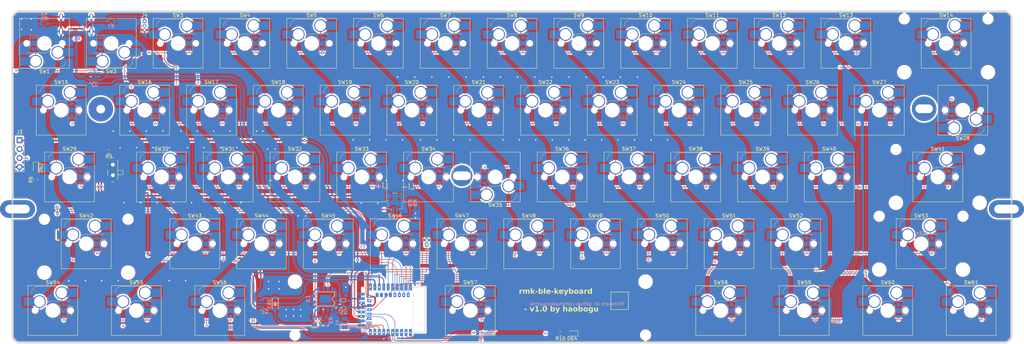
<source format=kicad_pcb>
(kicad_pcb (version 20240108) (generator "pcbnew") (generator_version "8.0")
  (title_block (title "rmk-ble-keyboard") (rev "0"))
  (layers (0 "F.Cu" signal) (31 "B.Cu" signal) (34 "B.Paste" user) (35 "F.Paste" user) (36 "B.SilkS" user "B.Silkscreen") (37 "F.SilkS" user "F.Silkscreen") (38 "B.Mask" user) (39 "F.Mask" user) (44 "Edge.Cuts" user))
  (net 0 "")
  (net 1 "Net-(D1-A)")
  (net 2 "Net-(D2-A)")
  (net 3 "Net-(D3-A)")
  (net 4 "Net-(D4-A)")
  (net 5 "Net-(D5-A)")
  (net 6 "Net-(D6-A)")
  (net 7 "Net-(D7-A)")
  (net 8 "Net-(D8-A)")
  (net 9 "Net-(D9-A)")
  (net 10 "Net-(D10-A)")
  (net 11 "Net-(D11-A)")
  (net 12 "Net-(D12-A)")
  (net 13 "Net-(D13-A)")
  (net 14 "Net-(D14-A)")
  (net 15 "Net-(D15-A)")
  (net 16 "Net-(D16-A)")
  (net 17 "Net-(D17-A)")
  (net 18 "Net-(D18-A)")
  (net 19 "Net-(D19-A)")
  (net 20 "Net-(D20-A)")
  (net 21 "Net-(D21-A)")
  (net 22 "Net-(D22-A)")
  (net 23 "Net-(D23-A)")
  (net 24 "Net-(D24-A)")
  (net 25 "Net-(D25-A)")
  (net 26 "Net-(D26-A)")
  (net 27 "Net-(D27-A)")
  (net 28 "Net-(D28-A)")
  (net 29 "Net-(D29-A)")
  (net 30 "Net-(D30-A)")
  (net 31 "Net-(D31-A)")
  (net 32 "Net-(D32-A)")
  (net 33 "Net-(D33-A)")
  (net 34 "Net-(D34-A)")
  (net 35 "Net-(D35-A)")
  (net 36 "Net-(D36-A)")
  (net 37 "Net-(D38-A)")
  (net 38 "Net-(D39-A)")
  (net 39 "Net-(D40-A)")
  (net 40 "Net-(D42-A)")
  (net 41 "Net-(D43-A)")
  (net 42 "Net-(D44-A)")
  (net 43 "Net-(D45-A)")
  (net 44 "Net-(D46-A)")
  (net 45 "Net-(D47-A)")
  (net 46 "Net-(D48-A)")
  (net 47 "Net-(D49-A)")
  (net 48 "Net-(D50-A)")
  (net 49 "Net-(D52-A)")
  (net 50 "Net-(D53-A)")
  (net 51 "Net-(D56-A)")
  (net 52 "GND")
  (net 53 "/power/Li+")
  (net 54 "/power/Vin")
  (net 55 "Net-(D63--)")
  (net 56 "3V3")
  (net 57 "/matrix/row1")
  (net 58 "/matrix/row2")
  (net 59 "/matrix/row3")
  (net 60 "/matrix/row4")
  (net 61 "/matrix/row5")
  (net 62 "Net-(D62-A)")
  (net 63 "VBUS")
  (net 64 "Net-(D64-A)")
  (net 65 "Net-(J1-CC1)")
  (net 66 "/power/DN")
  (net 68 "Net-(J1-CC2)")
  (net 70 "/power/DP")
  (net 71 "Net-(D37-A)")
  (net 72 "Net-(D51-A)")
  (net 73 "Net-(D57-A)")
  (net 74 "Net-(D58-A)")
  (net 75 "Net-(D59-A)")
  (net 76 "Net-(D41-A)")
  (net 77 "Net-(D54-A)")
  (net 78 "Net-(D55-A)")
  (net 79 "Net-(D60-A)")
  (net 80 "Net-(D61-A)")
  (net 81 "/mcu/swd")
  (net 82 "/mcu/swc")
  (net 83 "/mcu/rgb")
  (net 84 "Net-(J5-Pin_1)")
  (net 85 "Net-(U3-PROG)")
  (net 87 "Net-(SW62-C)")
  (net 91 "/mcu/caps")
  (net 92 "/mcu/bat_adc")
  (net 93 "/mcu/charging_led")
  (net 95 "/matrix/col1")
  (net 96 "/matrix/col2")
  (net 97 "/matrix/col3")
  (net 98 "/matrix/col4")
  (net 99 "/matrix/col5")
  (net 100 "/matrix/col6")
  (net 101 "/matrix/col7")
  (net 102 "/matrix/col8")
  (net 103 "/matrix/col9")
  (net 104 "/matrix/col10")
  (net 105 "/matrix/col11")
  (net 106 "/matrix/col12")
  (net 107 "/matrix/col13")
  (net 108 "/matrix/col14")
  (net 110 "/mcu/CHARGE")
  (net 111 "Net-(U1-XL2)")
  (net 112 "/mcu/D-")
  (net 113 "/mcu/D+")
  (net 114 "Net-(U1-XL1)")
  (net 118 "Net-(J6-Pin_1)")
  (footprint "" (layer "F.Cu") (at 138.0422 109.8714)
    (property "Reference" "")
    (property "Value" "")
  )
  (footprint "PCM_Switch_Keyboard_Hotswap_Kailh:SW_Hotswap_Kailh_MX_Plated_1.00u" (layer "F.Cu") (at 128.5875 76.2)
    (property "Reference" "SW33")
    (property "Value" "f")
  )
  (footprint "PCM_Switch_Keyboard_Hotswap_Kailh:SW_Hotswap_Kailh_MX_Plated_1.00u" (layer "F.Cu") (at 152.4 38.1)
    (property "Reference" "SW7")
    (property "Value" "6")
  )
  (footprint "Resistor_SMD:R_0603_1608Metric_Pad0.98x0.95mm_HandSolder" (layer "F.Cu") (at 185.25 120.85)
    (property "Reference" "R10")
    (property "Value" "1K")
  )
  (footprint "PCM_Switch_Keyboard_Hotswap_Kailh:SW_Hotswap_Kailh_MX_Plated_1.00u" (layer "F.Cu") (at 161.925 57.15)
    (property "Reference" "SW21")
    (property "Value" "y")
  )
  (footprint "PCM_Switch_Keyboard_Hotswap_Kailh:SW_Hotswap_Kailh_MX_Plated_1.00u" (layer "F.Cu") (at 223.8375 76.2)
    (property "Reference" "SW38")
    (property "Value" "l")
  )
  (footprint "PCM_Switch_Keyboard_Hotswap_Kailh:SW_Hotswap_Kailh_MX_Plated_1.00u" (layer "F.Cu") (at 200.025 57.15)
    (property "Reference" "SW23")
    (property "Value" "i")
  )
  (footprint "" (layer "F.Cu") (at 139.3122 109.8714)
    (property "Reference" "")
    (property "Value" "")
  )
  (footprint "PCM_Mounting_Keyboard_Stabilizer:Stabilizer_Cherry_MX_2.00u" (layer "F.Cu") (at 292.89375 75.34505)
    (property "Reference" "REF**" (hide yes))
    (property "Value" "Stabilizer_Cherry_MX_2.00u")
  )
  (footprint "PCM_Switch_Keyboard_Hotswap_Kailh:SW_Hotswap_Kailh_MX_Plated_1.00u" (layer "F.Cu") (at 228.6 38.1)
    (property "Reference" "SW11")
    (property "Value" "0")
  )
  (footprint "Connector_PinHeader_2.54mm:PinHeader_1x04_P2.54mm_Vertical" (layer "F.Cu") (at 30.99 65.72)
    (property "Reference" "J3")
    (property "Value" "Debug")
  )
  (footprint "PCM_Switch_Keyboard_Hotswap_Kailh:SW_Hotswap_Kailh_MX_Plated_1.00u" (layer "F.Cu") (at 38.1 38.1 180)
    (property "Reference" "SW1")
    (property "Value" "esc")
  )
  (footprint "hole:PKRHSL" (layer "F.Cu") (at 30.41 85.35)
    (property "Reference" "HOLE" (hide yes))
    (property "Value" "VAL**" (hide yes))
  )
  (footprint "PCM_Switch_Keyboard_Hotswap_Kailh:SW_Hotswap_Kailh_MX_Plated_1.00u" (layer "F.Cu") (at 219.075 57.15)
    (property "Reference" "SW24")
    (property "Value" "o")
  )
  (footprint "PCM_Switch_Keyboard_Hotswap_Kailh:SW_Hotswap_Kailh_MX_Plated_1.25u" (layer "F.Cu") (at 278.60625 114.3)
    (property "Reference" "SW60")
    (property "Value" "fn")
  )
  (footprint "PCM_Switch_Keyboard_Hotswap_Kailh:SW_Hotswap_Kailh_MX_Plated_1.00u" (layer "F.Cu") (at 242.8875 76.2)
    (property "Reference" "SW39")
    (property "Value" ";")
  )
  (footprint "hole:PKRHSL" (layer "F.Cu") (at 312.49 85.35)
    (property "Reference" "HOLE" (hide yes))
    (property "Value" "VAL**" (hide yes))
  )
  (footprint "PCM_Switch_Keyboard_Hotswap_Kailh:SW_Hotswap_Kailh_MX_Plated_1.00u" (layer "F.Cu") (at 171.45 38.1)
    (property "Reference" "SW8")
    (property "Value" "7")
  )
  (footprint "PCM_Switch_Keyboard_Hotswap_Kailh:SW_Hotswap_Kailh_MX_Plated_1.00u" (layer "F.Cu") (at 204.7875 76.2)
    (property "Reference" "SW37")
    (property "Value" "k")
  )
  (footprint "" (layer "F.Cu") (at 130.7572 117.88115)
    (property "Reference" "")
    (property "Value" "")
  )
  (footprint "PCM_Switch_Keyboard_Hotswap_Kailh:SW_Hotswap_Kailh_MX_Plated_1.25u" (layer "F.Cu") (at 64.29375 114.3)
    (property "Reference" "SW55")
    (property "Value" "lgui")
  )
  (footprint "PCM_Switch_Keyboard_Hotswap_Kailh:SW_Hotswap_Kailh_MX_Plated_1.25u" (layer "F.Cu") (at 302.41875 114.3)
    (property "Reference" "SW61")
    (property "Value" "rctrl")
  )
  (footprint "PCM_Switch_Keyboard_Hotswap_Kailh:SW_Hotswap_Kailh_MX_Plated_1.25u" (layer "F.Cu") (at 88.10625 114.3)
    (property "Reference" "SW56")
    (property "Value" "lalt")
  )
  (footprint "Button_Switch_SMD:SW_SPDT_PCM12" (layer "F.Cu") (at 57.285 74.19 90)
    (property "Reference" "SW62" (hide yes))
    (property "Value" "MSK-12C02")
  )
  (footprint "LED_SMD:LED_0603_1608Metric_Pad1.05x0.95mm_HandSolder" (layer "F.Cu") (at 188.602 120.85 180)
    (property "Reference" "D64")
    (property "Value" "LED")
  )
  (footprint "PCM_Switch_Keyboard_Hotswap_Kailh:SW_Hotswap_Kailh_MX_Plated_1.00u" (layer "F.Cu") (at 80.9625 95.25)
    (property "Reference" "SW43")
    (property "Value" "z")
  )
  (footprint "PCM_Switch_Keyboard_Hotswap_Kailh:SW_Hotswap_Kailh_MX_Plated_1.00u" (layer "F.Cu") (at 257.175 57.15)
    (property "Reference" "SW26")
    (property "Value" "[")
  )
  (footprint "PCM_Switch_Keyboard_Hotswap_Kailh:SW_Hotswap_Kailh_MX_Plated_1.00u" (layer "F.Cu") (at 266.7 38.1)
    (property "Reference" "SW13")
    (property "Value" "=")
  )
  (footprint "PCM_Switch_Keyboard_Hotswap_Kailh:SW_Hotswap_Kailh_MX_Plated_1.00u" (layer "F.Cu") (at 261.9375 76.2)
    (property "Reference" "SW40")
    (property "Value" "'")
  )
  (footprint "" (layer "F.Cu") (at 130.7572 115.34115)
    (property "Reference" "")
    (property "Value" "")
  )
  (footprint "PCM_Switch_Keyboard_Hotswap_Kailh:SW_Hotswap_Kailh_MX_Plated_1.00u" (layer "F.Cu") (at 238.125 57.15)
    (property "Reference" "SW25")
    (property "Value" "p")
  )
  (footprint "PCM_Switch_Keyboard_Hotswap_Kailh:SW_Hotswap_Kailh_MX_Plated_1.00u" (layer "F.Cu") (at 104.775 57.15)
    (property "Reference" "SW18")
    (property "Value" "e")
  )
  (footprint "PCM_Switch_Keyboard_Hotswap_Kailh:SW_Hotswap_Kailh_MX_Plated_1.00u" (layer "F.Cu") (at 66.675 57.15)
    (property "Reference" "SW16")
    (property "Value" "q")
  )
  (footprint "Connector_PinHeader_1.27mm:PinHeader_1x02_P1.27mm_Vertical" (layer "F.Cu") (at 147.11 95.47 180)
    (property "Reference" "J5")
    (property "Value" "Reset")
  )
  (footprint "hole:PKRH" (layer "F.Cu") (at 157.15 75.85)
    (property "Reference" "HOLE" (hide yes))
    (property "Value" "VAL**" (hide yes))
  )
  (footprint "Connector_PinHeader_1.27mm:PinHeader_1x03_P1.27mm_Vertical" (layer "F.Cu") (at 66.64 31.75)
    (property "Reference" "J4")
    (property "Value" "RGB")
  )
  (footprint "PCM_Switch_Keyboard_Hotswap_Kailh:SW_Hotswap_Kailh_MX_Plated_1.00u" (layer "F.Cu") (at 190.5 38.1)
    (property "Reference" "SW9")
    (property "Value" "8")
  )
  (footprint "PCM_Switch_Keyboard_Hotswap_Kailh:SW_Hotswap_Kailh_MX_Plated_2.25u" (layer "F.Cu") (at 50.00625 95.25)
    (property "Reference" "SW42")
    (property "Value" "lshift")
  )
  (footprint "" (layer "F.Cu") (at 140.5822 109.8714)
    (property "Reference" "")
    (property "Value" "")
  )
  (footprint "PCM_Switch_Keyboard_Hotswap_Kailh:SW_Hotswap_Kailh_MX_Plated_1.00u" (layer "F.Cu") (at 109.5375 76.2)
    (property "Reference" "SW32")
    (property "Value" "d")
  )
  (footprint "PCM_Switch_Keyboard_Hotswap_Kailh:SW_Hotswap_Kailh_MX_Plated_1.00u" (layer "F.Cu") (at 166.6875 76.2 180)
    (property "Reference" "SW35")
    (property "Value" "h")
  )
  (footprint "PCM_Switch_Keyboard_Hotswap_Kailh:SW_Hotswap_Kailh_MX_Plated_1.00u" (layer "F.Cu") (at 233.3625 95.25)
    (property "Reference" "SW51")
    (property "Value" ".")
  )
  (footprint "PCM_Switch_Keyboard_Hotswap_Kailh:SW_Hotswap_Kailh_MX_Plated_1.00u" (layer "F.Cu") (at 133.35 38.1)
    (property "Reference" "SW6")
    (property "Value" "5")
  )
  (footprint "" (layer "F.Cu") (at 130.7572 114.07115)
    (property "Reference" "")
    (property "Value" "")
  )
  (footprint "PCM_Switch_Keyboard_Hotswap_Kailh:SW_Hotswap_Kailh_MX_Plated_1.00u" (layer "F.Cu") (at 209.55 38.1)
    (property "Reference" "SW10")
    (property "Value" "9")
  )
  (footprint "PCM_Switch_Keyboard_Hotswap_Kailh:SW_Hotswap_Kailh_MX_Plated_1.00u" (layer "F.Cu") (at 185.7375 76.2)
    (property "Reference" "SW36")
    (property "Value" "j")
  )
  (footprint "PCM_Mounting_Keyboard_Stabilizer:Stabilizer_Cherry_MX_6.25u" (layer "F.Cu") (at 159.54375 114.3 180)
    (property "Reference" "REF**" (hide yes))
    (property "Value" "Stabilizer_Cherry_MX_6.25u")
  )
  (footprint "Resistor_SMD:R_0603_1608Metric_Pad0.98x0.95mm_HandSolder" (layer "F.Cu") (at 35.63 76.986377 90)
    (property "Reference" "R6")
    (property "Value" "1K")
  )
  (footprint "PCM_Switch_Keyboard_Hotswap_Kailh:SW_Hotswap_Kailh_MX_Plated_1.00u" (layer "F.Cu") (at 138.1125 95.25)
    (property "Reference" "SW46")
    (property "Value" "v")
  )
  (footprint "PCM_Switch_Keyboard_Hotswap_Kailh:SW_Hotswap_Kailh_MX_Plated_1.00u" (layer "F.Cu") (at 76.2 38.1)
    (property "Reference" "SW3")
    (property "Value" "2")
  )
  (footprint "PCM_Mounting_Keyboard_Stabilizer:Stabilizer_Cherry_MX_2.00u" (layer "F.Cu") (at 295.275 38.1)
    (property "Reference" "REF**" (hide yes))
    (property "Value" "Stabilizer_Cherry_MX_2.00u")
  )
  (footprint "" (layer "F.Cu") (at 130.7572 111.53115)
    (property "Reference" "")
    (property "Value" "")
  )
  (footprint "PCM_Switch_Keyboard_Hotswap_Kailh:SW_Hotswap_Kailh_MX_Plated_1.00u" (layer "F.Cu") (at 142.875 57.15)
    (property "Reference" "SW20")
    (property "Value" "t")
  )
  (footprint "PCM_Switch_Keyboard_Hotswap_Kailh:SW_Hotswap_Kailh_MX_Plated_1.00u" (layer "F.Cu") (at 71.4375 76.2)
    (property "Reference" "SW30")
    (property "Value" "a")
  )
  (footprint "PCM_Mounting_Keyboard_Stabilizer:Stabilizer_Cherry_MX_2.00u" (layer "F.Cu") (at 50.00625 95.25)
    (property "Reference" "REF**" (hide yes))
    (property "Value" "Stabilizer_Cherry_MX_2.00u")
  )
  (footprint "PCM_Switch_Keyboard_Hotswap_Kailh:SW_Hotswap_Kailh_MX_Plated_1.50u" (layer "F.Cu") (at 300.0375 57.15 180)
    (property "Reference" "SW28")
    (property "Value" "\\")
  )
  (footprint "PCM_Switch_Keyboard_Hotswap_Kailh:SW_Hotswap_Kailh_MX_Plated_2.25u" (layer "F.Cu") (at 292.89375 76.2)
    (property "Reference" "SW41")
    (property "Value" "enter")
  )
  (footprint "PCM_Switch_Keyboard_Hotswap_Kailh:SW_Hotswap_Kailh_MX_Plated_1.25u" (layer "F.Cu") (at 254.79375 114.3)
    (property "Reference" "SW59")
    (property "Value" "rgui")
  )
  (footprint "PCM_Switch_Keyboard_Hotswap_Kailh:SW_Hotswap_Kailh_MX_Plated_6.25u" (layer "F.Cu") (at 159.54375 114.3)
    (property "Reference" "SW57")
    (property "Value" "space")
  )
  (footprint "PCM_Switch_Keyboard_Hotswap_Kailh:SW_Hotswap_Kailh_MX_Plated_1.00u" (layer "F.Cu") (at 123.825 57.15)
    (property "Reference" "SW19")
    (property "Value" "r")
  )
  (footprint "hole:PKRHC" (layer "F.Cu") (at 54.15 56.85)
    (property "Reference" "HOLE" (hide yes))
    (property "Value" "VAL**" (hide yes))
  )
  (footprint "PCM_Switch_Keyboard_Hotswap_Kailh:SW_Hotswap_Kailh_MX_Plated_1.50u" (layer "F.Cu") (at 42.8625 57.15)
    (property "Reference" "SW15")
    (property "Value" "tab")
  )
  (footprint "Resistor_SMD:R_0603_1608Metric_Pad0.98x0.95mm_HandSolder" (layer "F.Cu") (at 56.48 68.92 180)
    (property "Reference" "R5")
    (property "Value" "10K")
  )
  (footprint "PCM_Switch_Keyboard_Hotswap_Kailh:SW_Hotswap_Kailh_MX_Plated_1.00u" (layer "F.Cu") (at 214.3125 95.25)
    (property "Reference" "SW50")
    (property "Value" ",")
  )
  (footprint "PCM_Switch_Keyboard_Hotswap_Kailh:SW_Hotswap_Kailh_MX_Plated_1.00u" (layer "F.Cu") (at 90.4875 76.2)
    (property "Reference" "SW31")
    (property "Value" "s")
  )
  (footprint "PCM_Switch_Keyboard_Hotswap_Kailh:SW_Hotswap_Kailh_MX_Plated_1.25u" (layer "F.Cu") (at 40.48125 114.3)
    (property "Reference" "SW54")
    (property "Value" "lctrl")
  )
  (footprint "PCM_Switch_Keyboard_Hotswap_Kailh:SW_Hotswap_Kailh_MX_Plated_1.00u" (layer "F.Cu") (at 157.1625 95.25)
    (property "Reference" "SW47")
    (property "Value" "b")
  )
  (footprint "PCM_Switch_Keyboard_Hotswap_Kailh:SW_Hotswap_Kailh_MX_Plated_1.00u" (layer "F.Cu") (at 114.3 38.1)
    (property "Reference" "SW5")
    (property "Value" "4")
  )
  (footprint "PCM_Switch_Keyboard_Hotswap_Kailh:SW_Hotswap_Kailh_MX_Plated_1.00u" (layer "F.Cu") (at 95.25 38.1)
    (property "Reference" "SW4")
    (property "Value" "3")
  )
  (footprint "hole:PKRH" (layer "F.Cu") (at 289 56.75)
    (property "Reference" "HOLE" (hide yes))
    (property "Value" "VAL**" (hide yes))
  )
  (footprint "PCM_Switch_Keyboard_Hotswap_Kailh:SW_Hotswap_Kailh_MX_Plated_1.00u" (layer "F.Cu") (at 195.2625 95.25)
    (property "Reference" "SW49")
    (property "Value" "m")
  )
  (footprint "PCM_Switch_Keyboard_Hotswap_Kailh:SW_Hotswap_Kailh_MX_Plated_1.00u" (layer "F.Cu") (at 119.0625 95.25)
    (property "Reference" "SW45")
    (property "Value" "c")
  )
  (footprint "PCM_Switch_Keyboard_Hotswap_Kailh:SW_Hotswap_Kailh_MX_Plated_1.00u" (layer "F.Cu") (at 100.0125 95.25)
    (property "Reference" "SW44")
    (property "Value" "x")
  )
  (footprint "PCM_Switch_Keyboard_Hotswap_Kailh:SW_Hotswap_Kailh_MX_Plated_1.00u" (layer "F.Cu") (at 147.6375 76.2)
    (property "Reference" "SW34")
    (property "Value" "g")
  )
  (footprint "PCM_Switch_Keyboard_Hotswap_Kailh:SW_Hotswap_Kailh_MX_Plated_1.00u" (layer "F.Cu") (at 180.975 57.15)
    (property "Reference" "SW22")
    (property "Value" "u")
  )
  (footprint "" (layer "F.Cu") (at 130.7572 116.61115)
    (property "Reference" "")
    (property "Value" "")
  )
  (footprint "PCM_Switch_Keyboard_Hotswap_Kailh:SW_Hotswap_Kailh_MX_Plated_1.25u" (layer "F.Cu") (at 230.98125 114.3)
    (property "Reference" "SW58")
    (property "Value" "ralt")
  )
  (footprint "LED_SMD:LED_0603_1608Metric_Pad1.05x0.95mm_HandSolder" (layer "F.Cu") (at 35.628 73.609377 -90)
    (property "Reference" "D62")
    (property "Value" "LED")
  )
  (footprint "PCM_Switch_Keyboard_Hotswap_Kailh:SW_Hotswap_Kailh_MX_Plated_1.00u" (layer "F.Cu") (at 247.65 38.1)
    (property "Reference" "SW12")
    (property "Value" "-")
  )
  (footprint "" (layer "F.Cu") (at 128.4572 112.1664)
    (property "Reference" "")
    (property "Value" "")
  )
  (footprint "PCM_Switch_Keyboard_Hotswap_Kailh:SW_Hotswap_Kailh_MX_Plated_1.75u" (layer "F.Cu") (at 45.24375 76.2)
    (property "Reference" "SW29")
    (property "Value" "capslock")
  )
  (footprint "PCM_Switch_Keyboard_Hotswap_Kailh:SW_Hotswap_Kailh_MX_Plated_1.00u" (layer "F.Cu") (at 57.15 38.1 180)
    (property "Reference" "SW2")
    (property "Value" "1")
  )
  (footprint "PCM_Switch_Keyboard_Hotswap_Kailh:SW_Hotswap_Kailh_MX_Plated_1.00u" (layer "F.Cu") (at 85.725 57.15)
    (property "Reference" "SW17")
    (property "Value" "w")
  )
  (footprint "" (layer "F.Cu") (at 130.7572 110.2614)
    (property "Reference" "")
    (property "Value" "")
  )
  (footprint "PCM_Switch_Keyboard_Hotswap_Kailh:SW_Hotswap_Kailh_MX_Plated_1.00u" (layer "F.Cu") (at 276.225 57.15)
    (property "Reference" "SW27")
    (property "Value" "]")
  )
  (footprint "PCM_Switch_Keyboard_Hotswap_Kailh:SW_Hotswap_Kailh_MX_Plated_2.00u" (layer "F.Cu") (at 295.275 38.1)
    (property "Reference" "SW14")
    (property "Value" "backspace")
  )
  (footprint "PCM_Switch_Keyboard_Hotswap_Kailh:SW_Hotswap_Kailh_MX_Plated_1.00u" (layer "F.Cu") (at 252.4125 95.25)
    (property "Reference" "SW52")
    (property "Value" "/")
  )
  (footprint "PCM_Switch_Keyboard_Hotswap_Kailh:SW_Hotswap_Kailh_MX_Plated_1.00u" (layer "F.Cu") (at 176.2125 95.25)
    (property "Reference" "SW48")
    (property "Value" "n")
  )
  (footprint "" (layer "F.Cu") (at 141.8472 109.8714)
    (property "Reference" "")
    (property "Value" "")
  )
  (footprint "PCM_Switch_Keyboard_Hotswap_Kailh:SW_Hotswap_Kailh_MX_Plated_2.75u" (layer "F.Cu") (at 288.13125 95.25)
    (property "Reference" "SW53")
    (property "Value" "rshift")
  )
  (footprint "Capacitor_SMD:C_0603_1608Metric_Pad1.08x0.95mm_HandSolder" (layer "B.Cu") (at 123.22 115 180)
    (property "Reference" "C4")
    (property "Value" "1uf")
  )
  (footprint "Diode_SMD:D_SOD-123" (layer "B.Cu") (at 93.5875 76.2 90)
    (property "Reference" "D31")
    (property "Value" "1N4148W")
  )
  (footprint "Diode_SMD:D_SOD-123" (layer "B.Cu") (at 255.5125 95.25 90)
    (property "Reference" "D52")
    (property "Value" "1N4148W")
  )
  (footprint "Package_TO_SOT_SMD:SOT-23-6" (layer "B.Cu") (at 52.44 47.56)
    (property "Reference" "U2")
    (property "Value" "USBLC6-2SC6")
  )
  (footprint "Diode_SMD:D_SOD-123" (layer "B.Cu") (at 150.7375 76.2 90)
    (property "Reference" "D34")
    (property "Value" "1N4148W")
  )
  (footprint "Diode_SMD:D_SOD-123" (layer "B.Cu") (at 174.55 38.1 90)
    (property "Reference" "D8")
    (property "Value" "1N4148W")
  )
  (footprint "Diode_SMD:D_SOD-123" (layer "B.Cu") (at 88.825 57.15 90)
    (property "Reference" "D17")
    (property "Value" "1N4148W")
  )
  (footprint "Diode_SMD:D_SOD-123" (layer "B.Cu") (at 198.3625 95.25 90)
    (property "Reference" "D49")
    (property "Value" "1N4148W")
  )
  (footprint "Diode_SMD:D_SOD-123" (layer "B.Cu") (at 179.3125 95.25 90)
    (property "Reference" "D48")
    (property "Value" "1N4148W")
  )
  (footprint "Diode_SMD:D_SOD-123" (layer "B.Cu") (at 112.6375 76.2 90)
    (property "Reference" "D32")
    (property "Value" "1N4148W")
  )
  (footprint "B5819W-SL:SOD-123_L2.7-W1.6-LS3.7-RD-1" (layer "B.Cu") (at 103.93 112.38 -90)
    (property "Reference" "D63")
    (property "Value" "B5819W")
  )
  (footprint "Connector_USB:USB_C_Receptacle_GCT_USB4105-xx-A_16P_TopMnt_Horizontal" (layer "B.Cu") (at 47.15 31.575)
    (property "Reference" "J1")
    (property "Value" "USB_C_Receptacle_USB2.0_16P")
  )
  (footprint "Diode_SMD:D_SOD-123" (layer "B.Cu") (at 155.5 38.1 90)
    (property "Reference" "D7")
    (property "Value" "1N4148W")
  )
  (footprint "Diode_SMD:D_SOD-123" (layer "B.Cu") (at 250.75 38.1 90)
    (property "Reference" "D12")
    (property "Value" "1N4148W")
  )
  (footprint "Diode_SMD:D_SOD-123" (layer "B.Cu") (at 279.325 57.15 90)
    (property "Reference" "D27")
    (property "Value" "1N4148W")
  )
  (footprint "TP4056:ESOP-8_L4.9-W3.9-P1.27-LS6.0-BL-EP" (layer "B.Cu") (at 118.26 111.02 180)
    (property "Reference" "U3")
    (property "Value" "TP4056")
  )
  (footprint "Diode_SMD:D_SOD-123" (layer "B.Cu") (at 145.975 57.15 90)
    (property "Reference" "D20")
    (property "Value" "1N4148W")
  )
  (footprint "Diode_SMD:D_SOD-123" (layer "B.Cu") (at 236.4625 95.25 90)
    (property "Reference" "D51")
    (property "Value" "1N4148W")
  )
  (footprint "Diode_SMD:D_SOD-123" (layer "B.Cu") (at 265.0375 76.2 90)
    (property "Reference" "D40")
    (property "Value" "1N4148W")
  )
  (footprint "Capacitor_SMD:C_0603_1608Metric_Pad1.08x0.95mm_HandSolder" (layer "B.Cu") (at 114.715 111.0415 -90)
    (property "Reference" "C1")
    (property "Value" "10uf")
  )
  (footprint "Diode_SMD:D_SOD-123" (layer "B.Cu") (at 98.35 38.1 90)
    (property "Reference" "D4")
    (property "Value" "1N4148W")
  )
  (footprint "Diode_SMD:D_SOD-123" (layer "B.Cu") (at 295.99375 76.2 90)
    (property "Reference" "D42")
    (property "Value" "1N4148W")
  )
  (footprint "Diode_SMD:D_SOD-123" (layer "B.Cu") (at 136.45 38.1 90)
    (property "Reference" "D6")
    (property "Value" "1N4148W")
  )
  (footprint "E73_2G4M08S1C:E73(2G4M08S1C)" (layer "B.Cu") (at 128.4572 107.5714)
    (property "Reference" "U1")
    (property "Value" "~")
  )
  (footprint "Connector_JST:JST_SH_SM02B-SRSS-TB_1x02-1MP_P1.00mm_Horizontal" (layer "B.Cu") (at 138.0998 83.4898)
    (property "Reference" "J6")
    (property "Value" "JST-SM02B-SRSS-TB")
  )
  (footprint "Resistor_SMD:R_0805_2012Metric_Pad1.20x1.40mm_HandSolder" (layer "B.Cu") (at 115.1 117.27 90)
    (property "Reference" "R4")
    (property "Value" "0.4")
  )
  (footprint "Diode_SMD:D_SOD-123" (layer "B.Cu") (at 43.58125 114.3 90)
    (property "Reference" "D54")
    (property "Value" "1N4148W")
  )
  (footprint "Diode_SMD:D_SOD-123" (layer "B.Cu") (at 131.6875 76.2 90)
    (property "Reference" "D33")
    (property "Value" "1N4148W")
  )
  (footprint "Diode_SMD:D_SOD-123" (layer "B.Cu") (at 193.6 38.1 90)
    (property "Reference" "D9")
    (property "Value" "1N4148W")
  )
  (footprint "Diode_SMD:D_SOD-123" (layer "B.Cu") (at 117.4 38.1 90)
    (property "Reference" "D5")
    (property "Value" "1N4148W")
  )
  (footprint "Diode_SMD:D_SOD-123" (layer "B.Cu") (at 188.8375 76.2 90)
    (property "Reference" "D36")
    (property "Value" "1N4148W")
  )
  (footprint "Crystal:Crystal_SMD_3215-2Pin_3.2x1.5mm" (layer "B.Cu") (at 123.7 117.885 -90)
    (property "Reference" "Y1")
    (property "Value" "32.768KHZ")
  )
  (footprint "Diode_SMD:D_SOD-123" (layer "B.Cu") (at 231.7 38.1 90)
    (property "Reference" "D11")
    (property "Value" "1N4148W")
  )
  (footprint "Package_TO_SOT_SMD:SOT-23-5" (layer "B.Cu") (at 123.474 112.4854)
    (property "Reference" "U5")
    (property "Value" "AP2112K-3.3")
  )
  (footprint "Diode_SMD:D_SOD-123" (layer "B.Cu") (at 69.775 57.15 90)
    (property "Reference" "D16")
    (property "Value" "1N4148W")
  )
  (footprint "Capacitor_SMD:C_0603_1608Metric_Pad1.08x0.95mm_HandSolder" (layer "B.Cu") (at 116.855 117.074 -90)
    (property "Reference" "C2")
    (property "Value" "10uf")
  )
  (footprint "PCM_Mounting_Keyboard_Stabilizer:Stabilizer_Cherry_MX_2.00u" (layer "B.Cu") (at 288.13125 94.39505 180)
    (property "Reference" "REF**")
    (property "Value" "Stabilizer_Cherry_MX_2.00u")
  )
  (footprint "Diode_SMD:D_SOD-123" (layer "B.Cu") (at 245.9875 76.2 90)
    (property "Reference" "D39")
    (property "Value" "1N4148W")
  )
  (footprint "Diode_SMD:D_SOD-123" (layer "B.Cu") (at 212.65 38.1 90)
    (property "Reference" "D10")
    (property "Value" "1N4148W")
  )
  (footprint "Diode_SMD:D_SOD-123" (layer "B.Cu") (at 126.925 57.15 90)
    (property "Reference" "D19")
    (property "Value" "1N4148W")
  )
  (footprint "Diode_SMD:D_SOD-123" (layer "B.Cu") (at 141.2125 95.25 90)
    (property "Reference" "D46")
    (property "Value" "1N4148W")
  )
  (footprint "Diode_SMD:D_SOD-123" (layer "B.Cu") (at 207.8875 76.2 90)
    (property "Reference" "D37")
    (property "Value" "1N4148W")
  )
  (footprint "Diode_SMD:D_SOD-123" (layer "B.Cu") (at 91.20625 114.3 90)
    (property "Reference" "D56")
    (property "Value" "1N4148W")
  )
  (footprint "Diode_SMD:D_SOD-123" (layer "B.Cu") (at 260.275 57.15 90)
    (property "Reference" "D26")
    (property "Value" "1N4148W")
  )
  (footprint "Diode_SMD:D_SOD-123" (layer "B.Cu") (at 241.225 57.15 90)
    (property "Reference" "D25")
    (property "Value" "1N4148W")
  )
  (footprint "Diode_SMD:D_SOD-123" (layer "B.Cu") (at 234.08125 114.3 90)
    (property "Reference" "D58")
    (property "Value" "1N4148W")
  )
  (footprint "Diode_SMD:D_SOD-123" (layer "B.Cu") (at 54.05 38.1 -90)
    (property "Reference" "D2")
    (property "Value" "1N4148W")
  )
  (footprint "Diode_SMD:D_SOD-123" (layer "B.Cu") (at 163.5875 76.2 -90)
    (property "Reference" "D35")
    (property "Value" "1N4148W")
  )
  (footprint "Diode_SMD:D_SOD-123" (layer "B.Cu") (at 217.4125 95.25 90)
    (property "Reference" "D50")
    (property "Value" "1N4148W")
  )
  (footprint "Diode_SMD:D_SOD-123" (layer "B.Cu") (at 222.175 57.15 90)
    (property "Reference" "D24")
    (property "Value" "1N4148W")
  )
  (footprint "Diode_SMD:D_SOD-123" (layer "B.Cu") (at 53.10625 95.25 90)
    (property "Reference" "D41")
    (property "Value" "1N4148W")
  )
  (footprint "Diode_SMD:D_SOD-123" (layer "B.Cu") (at 122.1625 95.25 90)
    (property "Reference" "D45")
    (property "Value" "1N4148W")
  )
  (footprint "Diode_SMD:D_SOD-123" (layer "B.Cu") (at 107.875 57.15 90)
    (property "Reference" "D18")
    (property "Value" "1N4148W")
  )
  (footprint "Diode_SMD:D_SOD-123" (layer "B.Cu") (at 165.025 57.15 90)
    (property "Reference" "D21")
    (property "Value" "1N4148W")
  )
  (footprint "Resistor_SMD:R_0603_1608Metric_Pad0.98x0.95mm_HandSolder" (layer "B.Cu") (at 38.0238 30.988 180)
    (property "Reference" "R2")
    (property "Value" "5.1K")
  )
  (footprint "Package_TO_SOT_SMD:SOT-23" (layer "B.Cu") (at 100.9328 112.2925)
    (property "Reference" "Q1")
    (property "Value" "Si2301CDS")
  )
  (footprint "Diode_SMD:D_SOD-123" (layer "B.Cu") (at 84.0625 95.25 90)
    (property "Reference" "D43")
    (property "Value" "1N4148W")
  )
  (footprint "Diode_SMD:D_SOD-123" (layer "B.Cu") (at 79.3 38.1 90)
    (property "Reference" "D3")
    (property "Value" "1N4148W")
  )
  (footprint "Diode_SMD:D_SOD-123" (layer "B.Cu") (at 160.2625 95.25 90)
    (property "Reference" "D47")
    (property "Value" "1N4148W")
  )
  (footprint "Diode_SMD:D_SOD-123" (layer "B.Cu") (at 281.70625 114.3 90)
    (property "Reference" "D60")
    (property "Value" "1N4148W")
  )
  (footprint "Capacitor_SMD:C_0603_1608Metric_Pad1.08x0.95mm_HandSolder" (layer "B.Cu") (at 123.1946 109.9962)
    (property "Reference" "C3")
    (property "Value" "1uf")
  )
  (footprint "Diode_SMD:D_SOD-123" (layer "B.Cu") (at 257.89375 114.3 90)
    (property "Reference" "D59")
    (property "Value" "1N4148W")
  )
  (footprint "Resistor_SMD:R_0603_1608Metric_Pad0.98x0.95mm_HandSolder" (layer "B.Cu") (at 38.0238 32.4866 180)
    (property "Reference" "R1")
    (property "Value" "5.1K")
  )
  (footprint "Diode_SMD:D_SOD-123" (layer "B.Cu") (at 226.9375 76.2 90)
    (property "Reference" "D38")
    (property "Value" "1N4148W")
  )
  (footprint "Diode_SMD:D_SOD-123" (layer "B.Cu") (at 296.9375 57.15 -90)
    (property "Reference" "D28")
    (property "Value" "1N4148W")
  )
  (footprint "Diode_SMD:D_SOD-123" (layer "B.Cu") (at 184.075 57.15 90)
    (property "Reference" "D22")
    (property "Value" "1N4148W")
  )
  (footprint "Diode_SMD:D_SOD-123" (layer "B.Cu") (at 269.8 38.1 90)
    (property "Reference" "D13")
    (property "Value" "1N4148W")
  )
  (footprint "Diode_SMD:D_SOD-123" (layer "B.Cu") (at 35 38.1 -90)
    (property "Reference" "D1")
    (property "Value" "1N4148W")
  )
  (footprint "Diode_SMD:D_SOD-123" (layer "B.Cu") (at 305.51875 114.3 90)
    (property "Reference" "D61")
    (property "Value" "1N4148W")
  )
  (footprint "Diode_SMD:D_SOD-123" (layer "B.Cu") (at 103.1125 95.25 90)
    (property "Reference" "D44")
    (property "Value" "1N4148W")
  )
  (footprint "Diode_SMD:D_SOD-123" (layer "B.Cu") (at 162.64375 114.3 90)
    (property "Reference" "D57")
    (property "Value" "1N4148W")
  )
  (footprint "Diode_SMD:D_SOD-123" (layer "B.Cu") (at 298.375 38.1 90)
    (property "Reference" "D14")
    (property "Value" "1N4148W")
  )
  (footprint "Diode_SMD:D_SOD-123" (layer "B.Cu") (at 203.125 57.15 90)
    (property "Reference" "D23")
    (property "Value" "1N4148W")
  )
  (footprint "Resistor_SMD:R_0603_1608Metric_Pad0.98x0.95mm_HandSolder" (layer "B.Cu") (at 57.0992 31.7754)
    (property "Reference" "R7")
    (property "Value" "100K")
  )
  (footprint "Diode_SMD:D_SOD-123" (layer "B.Cu") (at 67.39375 114.3 90)
    (property "Reference" "D55")
    (property "Value" "1N4148W")
  )
  (footprint "Resistor_SMD:R_0603_1608Metric_Pad0.98x0.95mm_HandSolder" (layer "B.Cu") (at 143.9 83.6 -90)
    (property "Reference" "R9")
    (property "Value" "2M")
  )
  (footprint "Diode_SMD:D_SOD-123" (layer "B.Cu") (at 74.5375 76.2 90)
    (property "Reference" "D30")
    (property "Value" "1N4148W")
  )
  (footprint "Resistor_SMD:R_0603_1608Metric_Pad0.98x0.95mm_HandSolder" (layer "B.Cu") (at 142.37 83.6 90)
    (property "Reference" "R8")
    (property "Value" "820K")
  )
  (footprint "Resistor_SMD:R_0603_1608Metric_Pad0.98x0.95mm_HandSolder" (layer "B.Cu") (at 118.385 117.0815 90)
    (property "Reference" "R3")
    (property "Value" "3K")
  )
  (footprint "Diode_SMD:D_SOD-123" (layer "B.Cu") (at 291.23125 95.25 90)
    (property "Reference" "D53")
    (property "Value" "1N4148W")
  )
  (footprint "Diode_SMD:D_SOD-123" (layer "B.Cu") (at 45.9625 57.15 90)
    (property "Reference" "D15")
    (property "Value" "1N4148W")
  )
  (footprint "Diode_SMD:D_SOD-123" (layer "B.Cu") (at 48.34375 76.2 90)
    (property "Reference" "D29")
    (property "Value" "1N4148W")
  )
  (gr_rect (start 199.66 109.02) (end 204.66 114.02) (stroke (width 0.15)) (fill none) (layer "F.SilkS"))
  (gr_line (start 313.95 30.95) (end 313.95 121.45) (stroke (width 0.4)) (layer "Edge.Cuts"))
  (gr_line (start 28.95 121.45) (end 28.95 30.95) (stroke (width 0.4)) (layer "Edge.Cuts"))
  (gr_arc (start 28.95 30.95) (mid 29.535786 29.535786) (end 30.95 28.95) (stroke (width 0.4)) (layer "Edge.Cuts"))
  (gr_arc (start 311.95 28.95) (mid 313.364214 29.535786) (end 313.95 30.95) (stroke (width 0.4)) (layer "Edge.Cuts"))
  (gr_arc (start 313.95 121.45) (mid 313.364214 122.864214) (end 311.95 123.45) (stroke (width 0.4)) (layer "Edge.Cuts"))
  (gr_arc (start 30.95 123.45) (mid 29.535786 122.864214) (end 28.95 121.45) (stroke (width 0.4)) (layer "Edge.Cuts"))
  (gr_line (start 30.95 28.95) (end 311.95 28.95) (stroke (width 0.4)) (layer "Edge.Cuts"))
  (gr_line (start 311.95 123.45) (end 30.95 123.45) (stroke (width 0.4)) (layer "Edge.Cuts"))
  (gr_rect (start 143.24 107.565) (end 146.81 120.555) (stroke (width 0.1)) (fill none) (layer "Edge.Cuts"))
  (gr_text "Li+" (at 136.39 79.64 0) (layer "B.SilkS") (effects (font (size 1.5 1.5) (thickness 0.3) (bold yes)) (justify left bottom mirror)))
  (gr_text "Li-" (at 143.9 79.88 0) (layer "B.SilkS") (effects (font (size 1.5 1.5) (thickness 0.3) (bold yes)) (justify left bottom mirror)))
  (gr_text "Firmware at: github.com/haobogu/rmk" (at 203.34 113.05 0) (layer "B.SilkS") (effects (font (size 1 1)) (justify left bottom mirror)))
  (gr_text "rmk-ble-keyboard\n\n  - v1.0 by haobogu" (at 173.41 114.81 0) (layer "F.SilkS") (effects (font (size 1.5 1.5) (thickness 0.3) (bold yes)) (justify left bottom)))
  (segment (start 35.56 40.705979) (end 35.56 43.18) (width 0.25) (layer "B.Cu") (net 1))
  (arc (start 35.56 40.705979) (mid 35.48723 40.340141) (end 35.28 40.03) (width 0.25) (layer "B.Cu") (net 1))
  (segment (start 54.61 40.705979) (end 54.61 43.18) (width 0.25) (layer "B.Cu") (net 2))
  (arc (start 54.61 40.705979) (mid 54.53723 40.340141) (end 54.33 40.03) (width 0.25) (layer "B.Cu") (net 2))
  (segment (start 78.74 35.49402) (end 78.74 33.02) (width 0.25) (layer "B.Cu") (net 3))
  (arc (start 79.02 36.17) (mid 78.812769 35.859857) (end 78.74 35.49402) (width 0.25) (layer "B.Cu") (net 3))
  (segment (start 97.79 35.49402) (end 97.79 33.02) (width 0.25) (layer "B.Cu") (net 4))
  (arc (start 98.07 36.17) (mid 97.862769 35.859857) (end 97.79 35.49402) (width 0.25) (layer "B.Cu") (net 4))
  (segment (start 116.84 35.49402) (end 116.84 33.02) (width 0.25) (layer "B.Cu") (net 5))
  (arc (start 117.12 36.17) (mid 116.912769 35.859857) (end 116.84 35.49402) (width 0.25) (layer "B.Cu") (net 5))
  (segment (start 135.89 35.49402) (end 135.89 33.02) (width 0.25) (layer "B.Cu") (net 6))
  (arc (start 135.89 35.49402) (mid 135.962769 35.859857) (end 136.17 36.17) (width 0.25) (layer "B.Cu") (net 6))
  (segment (start 154.94 35.49402) (end 154.94 33.02) (width 0.25) (layer "B.Cu") (net 7))
  (arc (start 154.94 35.49402) (mid 155.012769 35.859857) (end 155.22 36.17) (width 0.25) (layer "B.Cu") (net 7))
  (segment (start 173.99 35.49402) (end 173.99 33.02) (width 0.25) (layer "B.Cu") (net 8))
  (arc (start 174.27 36.17) (mid 174.062769 35.859857) (end 173.99 35.49402) (width 0.25) (layer "B.Cu") (net 8))
  (segment (start 193.04 35.49402) (end 193.04 33.02) (width 0.25) (layer "B.Cu") (net 9))
  (arc (start 193.32 36.17) (mid 193.112769 35.859857) (end 193.04 35.49402) (width 0.25) (layer "B.Cu") (net 9))
  (segment (start 212.09 35.49402) (end 212.09 33.02) (width 0.25) (layer "B.Cu") (net 10))
  (arc (start 212.09 35.49402) (mid 212.162769 35.859857) (end 212.37 36.17) (width 0.25) (layer "B.Cu") (net 10))
  (segment (start 231.14 35.49402) (end 231.14 33.02) (width 0.25) (layer "B.Cu") (net 11))
  (arc (start 231.14 35.49402) (mid 231.212769 35.859857) (end 231.42 36.17) (width 0.25) (layer "B.Cu") (net 11))
  (segment (start 250.19 35.49402) (end 250.19 33.02) (width 0.25) (layer "B.Cu") (net 12))
  (arc (start 250.47 36.17) (mid 250.262769 35.859857) (end 250.19 35.49402) (width 0.25) (layer "B.Cu") (net 12))
  (segment (start 269.24 35.49402) (end 269.24 33.02) (width 0.25) (layer "B.Cu") (net 13))
  (arc (start 269.24 35.49402) (mid 269.312769 35.859857) (end 269.52 36.17) (width 0.25) (layer "B.Cu") (net 13))
  (segment (start 297.815 35.49402) (end 297.815 33.02) (width 0.25) (layer "B.Cu") (net 14))
  (arc (start 298.095 36.17) (mid 297.887769 35.859857) (end 297.815 35.49402) (width 0.25) (layer "B.Cu") (net 14))
  (segment (start 45.4025 54.54402) (end 45.4025 52.07) (width 0.25) (layer "B.Cu") (net 15))
  (arc (start 45.4025 54.54402) (mid 45.475269 54.909857) (end 45.6825 55.22) (width 0.25) (layer "B.Cu") (net 15))
  (segment (start 69.215 54.54402) (end 69.215 52.07) (width 0.25) (layer "B.Cu") (net 16))
  (arc (start 69.495 55.22) (mid 69.287769 54.909857) (end 69.215 54.54402) (width 0.25) (layer "B.Cu") (net 16))
  (segment (start 88.265 54.54402) (end 88.265 52.07) (width 0.25) (layer "B.Cu") (net 17))
  (arc (start 88.545 55.22) (mid 88.337769 54.909857) (end 88.265 54.54402) (width 0.25) (layer "B.Cu") (net 17))
  (segment (start 107.315 54.54402) (end 107.315 52.07) (width 0.25) (layer "B.Cu") (net 18))
  (arc (start 107.595 55.22) (mid 107.387769 54.909857) (end 107.315 54.54402) (width 0.25) (layer "B.Cu") (net 18))
  (segment (start 126.365 54.54402) (end 126.365 52.07) (width 0.25) (layer "B.Cu") (net 19))
  (arc (start 126.365 54.54402) (mid 126.437769 54.909857) (end 126.645 55.22) (width 0.25) (layer "B.Cu") (net 19))
  (segment (start 145.415 54.54402) (end 145.415 52.07) (width 0.25) (layer "B.Cu") (net 20))
  (arc (start 145.695 55.22) (mid 145.487769 54.909857) (end 145.415 54.54402) (width 0.25) (layer "B.Cu") (net 20))
  (segment (start 164.465 54.54402) (end 164.465 52.07) (width 0.25) (layer "B.Cu") (net 21))
  (arc (start 164.465 54.54402) (mid 164.537769 54.909857) (end 164.745 55.22) (width 0.25) (layer "B.Cu") (net 21))
  (segment (start 183.515 54.54402) (end 183.515 52.07) (width 0.25) (layer "B.Cu") (net 22))
  (arc (start 183.795 55.22) (mid 183.587769 54.909857) (end 183.515 54.54402) (width 0.25) (layer "B.Cu") (net 22))
  (segment (start 202.565 54.54402) (end 202.565 52.07) (width 0.25) (layer "B.Cu") (net 23))
  (arc (start 202.565 54.54402) (mid 202.637769 54.909857) (end 202.845 55.22) (width 0.25) (layer "B.Cu") (net 23))
  (segment (start 221.615 54.54402) (end 221.615 52.07) (width 0.25) (layer "B.Cu") (net 24))
  (arc (start 221.895 55.22) (mid 221.687769 54.909857) (end 221.615 54.54402) (width 0.25) (layer "B.Cu") (net 24))
  (segment (start 240.665 54.54402) (end 240.665 52.07) (width 0.25) (layer "B.Cu") (net 25))
  (arc (start 240.665 54.54402) (mid 240.737769 54.909857) (end 240.945 55.22) (width 0.25) (layer "B.Cu") (net 25))
  (segment (start 259.715 54.54402) (end 259.715 52.07) (width 0.25) (layer "B.Cu") (net 26))
  (arc (start 259.995 55.22) (mid 259.787769 54.909857) (end 259.715 54.54402) (width 0.25) (layer "B.Cu") (net 26))
  (segment (start 278.765 54.54402) (end 278.765 52.07) (width 0.25) (layer "B.Cu") (net 27))
  (arc (start 279.045 55.22) (mid 278.837769 54.909857) (end 278.765 54.54402) (width 0.25) (layer "B.Cu") (net 27))
  (segment (start 297.4975 59.755979) (end 297.4975 62.23) (width 0.25) (layer "B.Cu") (net 28))
  (arc (start 297.2175 59.08) (mid 297.42473 59.390141) (end 297.4975 59.755979) (width 0.25) (layer "B.Cu") (net 28))
  (segment (start 47.78375 73.59402) (end 47.78375 71.12) (width 0.25) (layer "B.Cu") (net 29))
  (arc (start 48.06375 74.27) (mid 47.856519 73.959857) (end 47.78375 73.59402) (width 0.25) (layer "B.Cu") (net 29))
  (segment (start 73.9775 73.59402) (end 73.9775 71.12) (width 0.25) (layer "B.Cu") (net 30))
  (arc (start 74.2575 74.27) (mid 74.050269 73.959857) (end 73.9775 73.59402) (width 0.25) (layer "B.Cu") (net 30))
  (segment (start 93.0275 73.59402) (end 93.0275 71.12) (width 0.25) (layer "B.Cu") (net 31))
  (arc (start 93.3075 74.27) (mid 93.100269 73.959857) (end 93.0275 73.59402) (width 0.25) (layer "B.Cu") (net 31))
  (segment (start 112.0775 73.59402) (end 112.0775 71.12) (width 0.25) (layer "B.Cu") (net 32))
  (arc (start 112.3575 74.27) (mid 112.150269 73.959857) (end 112.0775 73.59402) (width 0.25) (layer "B.Cu") (net 32))
  (segment (start 131.1275 73.59402) (end 131.1275 71.12) (width 0.25) (layer "B.Cu") (net 33))
  (arc (start 131.4075 74.27) (mid 131.200269 73.959857) (end 131.1275 73.59402) (width 0.25) (layer "B.Cu") (net 33))
  (segment (start 150.1775 73.59402) (end 150.1775 71.12) (width 0.25) (layer "B.Cu") (net 34))
  (arc (start 150.4575 74.27) (mid 150.250269 73.959857) (end 150.1775 73.59402) (width 0.25) (layer "B.Cu") (net 34))
  (segment (start 164.1475 78.805979) (end 164.1475 81.28) (width 0.25) (layer "B.Cu") (net 35))
  (arc (start 163.8675 78.13) (mid 164.07473 78.440141) (end 164.1475 78.805979) (width 0.25) (layer "B.Cu") (net 35))
  (segment (start 188.2775 73.59402) (end 188.2775 71.12) (width 0.25) (layer "B.Cu") (net 36))
  (arc (start 188.5575 74.27) (mid 188.350269 73.959857) (end 188.2775 73.59402) (width 0.25) (layer "B.Cu") (net 36))
  (segment (start 226.3775 73.59402) (end 226.3775 71.12) (width 0.25) (layer "B.Cu") (net 37))
  (arc (start 226.6575 74.27) (mid 226.450269 73.959857) (end 226.3775 73.59402) (width 0.25) (layer "B.Cu") (net 37))
  (segment (start 245.4275 73.59402) (end 245.4275 71.12) (width 0.25) (layer "B.Cu") (net 38))
  (arc (start 245.7075 74.27) (mid 245.500269 73.959857) (end 245.4275 73.59402) (width 0.25) (layer "B.Cu") (net 38))
  (segment (start 264.4775 73.59402) (end 264.4775 71.12) (width 0.25) (layer "B.Cu") (net 39))
  (arc (start 264.7575 74.27) (mid 264.550269 73.959857) (end 264.4775 73.59402) (width 0.25) (layer "B.Cu") (net 39))
  (segment (start 295.43375 73.59402) (end 295.43375 71.12) (width 0.25) (layer "B.Cu") (net 40))
  (arc (start 295.71375 74.27) (mid 295.506519 73.959857) (end 295.43375 73.59402) (width 0.25) (layer "B.Cu") (net 40))
  (segment (start 83.5025 92.64402) (end 83.5025 90.17) (width 0.25) (layer "B.Cu") (net 41))
  (arc (start 83.5025 92.64402) (mid 83.575269 93.009857) (end 83.7825 93.32) (width 0.25) (layer "B.Cu") (net 41))
  (segment (start 102.5525 92.64402) (end 102.5525 90.17) (width 0.25) (layer "B.Cu") (net 42))
  (arc (start 102.8325 93.32) (mid 102.625269 93.009857) (end 102.5525 92.64402) (width 0.25) (layer "B.Cu") (net 42))
  (segment (start 121.6025 92.64402) (end 121.6025 90.17) (width 0.25) (layer "B.Cu") (net 43))
  (arc (start 121.6025 92.64402) (mid 121.675269 93.009857) (end 121.8825 93.32) (width 0.25) (layer "B.Cu") (net 43))
  (segment (start 140.6525 92.64402) (end 140.6525 90.17) (width 0.25) (layer "B.Cu") (net 44))
  (arc (start 140.9325 93.32) (mid 140.725269 93.009857) (end 140.6525 92.64402) (width 0.25) (layer "B.Cu") (net 44))
  (segment (start 159.7025 92.64402) (end 159.7025 90.17) (width 0.25) (layer "B.Cu") (net 45))
  (arc (start 159.9825 93.32) (mid 159.775269 93.009857) (end 159.7025 92.64402) (width 0.25) (layer "B.Cu") (net 45))
  (segment (start 178.7525 92.64402) (end 178.7525 90.17) (width 0.25) (layer "B.Cu") (net 46))
  (arc (start 179.0325 93.32) (mid 178.825269 93.009857) (end 178.7525 92.64402) (width 0.25) (layer "B.Cu") (net 46))
  (segment (start 197.8025 92.64402) (end 197.8025 90.17) (width 0.25) (layer "B.Cu") (net 47))
  (arc (start 197.8025 92.64402) (mid 197.875269 93.009857) (end 198.0825 93.32) (width 0.25) (layer "B.Cu") (net 47))
  (segment (start 216.8525 92.64402) (end 216.8525 90.17) (width 0.25) (layer "B.Cu") (net 48))
  (arc (start 217.1325 93.32) (mid 216.925269 93.009857) (end 216.8525 92.64402) (width 0.25) (layer "B.Cu") (net 48))
  (segment (start 254.9525 92.64402) (end 254.9525 90.17) (width 0.25) (layer "B.Cu") (net 49))
  (arc (start 255.2325 93.32) (mid 255.025269 93.009857) (end 254.9525 92.64402) (width 0.25) (layer "B.Cu") (net 49))
  (segment (start 290.67125 92.64402) (end 290.67125 90.17) (width 0.25) (layer "B.Cu") (net 50))
  (arc (start 290.95125 93.32) (mid 290.744019 93.009857) (end 290.67125 92.64402) (width 0.25) (layer "B.Cu") (net 50))
  (segment (start 90.64625 111.69402) (end 90.64625 109.22) (width 0.25) (layer "B.Cu") (net 51))
  (arc (start 90.92625 112.37) (mid 90.719019 112.059857) (end 90.64625 111.69402) (width 0.25) (layer "B.Cu") (net 51))
  (segment (start 130.505688 103.774312) (end 131.06 103.22) (width 0.4) (layer "F.Cu") (net 52))
  (segment (start 130.472142 110.153089) (end 130.39647 110.048844) (width 0.4) (layer "F.Cu") (net 52))
  (segment (start 132.43 111.65) (end 132.43 110.81) (width 0.4) (layer "F.Cu") (net 52))
  (segment (start 128.4572 112.1664) (end 128.458579 112.167779) (width 0.4) (layer "F.Cu") (net 52))
  (segment (start 129.23 113.04) (end 131.04 113.04) (width 0.4) (layer "F.Cu") (net 52))
  (segment (start 130.577225 110.227593) (end 130.472142 110.153089) (width 0.4) (layer "F.Cu") (net 52))
  (segment (start 131.93 110.31) (end 130.8058 110.31) (width 0.4) (layer "F.Cu") (net 52))
  (segment (start 130.7572 110.2614) (end 130.694236 110.258938) (width 0.4) (layer "F.Cu") (net 52))
  (segment (start 130.3572 109.8614) (end 130.3572 104.132794) (width 0.4) (layer "F.Cu") (net 52))
  (segment (start 130.39647 110.048844) (end 130.358184 109.925851) (width 0.4) (layer "F.Cu") (net 52))
  (segment (start 130.358184 109.925851) (end 130.3572 109.8614) (width 0.4) (layer "F.Cu") (net 52))
  (segment (start 130.638204 110.248481) (end 130.577225 110.227593) (width 0.4) (layer "F.Cu") (net 52))
  (segment (start 128.458579 112.167779) (end 128.458579 112.343178) (width 0.4) (layer "F.Cu") (net 52))
  (segment (start 130.694236 110.258938) (end 130.638204 110.248481) (width 0.4) (layer "F.Cu") (net 52))
  (via (at 70.234 83.53) (size 0.8) (drill 0.4) (layers "F.Cu" "B.Cu") (net 52))
  (via (at 173.039997 47.72) (size 0.8) (drill 0.4) (layers "F.Cu" "B.Cu") (net 52))
  (via (at 126.15 65.6) (size 0.8) (drill 0.4) (layers "F.Cu" "B.Cu") (net 52))
  (via (at 62.438 63.14) (size 0.8) (drill 0.4) (layers "F.Cu" "B.Cu") (net 52))
  (via (at 54.444 105.79) (size 0.8) (drill 0.4) (layers "F.Cu" "B.Cu") (net 52))
  (via (at 64.272 105.78) (size 0.8) (drill 0.4) (layers "F.Cu" "B.Cu") (net 52))
  (via (at 51.3025 47.56) (size 0.8) (drill 0.4) (layers "F.Cu" "B.Cu") (net 52))
  (via (at 202.371423 47.72) (size 0.8) (drill 0.4) (layers "F.Cu" "B.Cu") (net 52))
  (via (at 34.35 34.23) (size 0.8) (drill 0.4) (layers "F.Cu" "B.Cu") (net 52))
  (via (at 192.594281 47.72) (size 0.8) (drill 0.4) (layers "F.Cu" "B.Cu") (net 52))
  (via (at 107.05 114.02) (size 0.8) (drill 0.4) (layers "F.Cu" "B.Cu") (net 52))
  (via (at 109.12 114.02) (size 0.8) (drill 0.4) (layers "F.Cu" "B.Cu") (net 52))
  (via (at 57.742 63.14) (size 0.8) (drill 0.4) (layers "F.Cu" "B.Cu") (net 52))
  (via (at 131.06 103.22) (size 0.8) (drill 0.4) (layers "F.Cu" "B.Cu") (net 52))
  (via (at 177.928568 47.72) (size 0.8) (drill 0.4) (layers "F.Cu" "B.Cu") (net 52))
  (via (at 130.846 65.6) (size 0.8) (drill 0.4) (layers "F.Cu" "B.Cu") (net 52))
  (via (at 67.134 63.14) (size 0.8) (drill 0.4) (layers "F.Cu" "B.Cu") (net 52))
  (via (at 100.38 63.15) (size 0.8) (drill 0.4) (layers "F.Cu" "B.Cu") (net 52))
  (via (at 117.625 113.9285) (size 0.8) (drill 0.4) (layers "F.Cu" "B.Cu") (net 52))
  (via (at 207.26 47.72) (size 0.8) (drill 0.4) (layers "F.Cu" "B.Cu") (net 52))
  (via (at 201.722 65.62) (size 0.8) (drill 0.4) (layers "F.Cu" "B.Cu") (net 52))
  (via (at 143.91 87.83) (size 0.8) (drill 0.4) (layers "F.Cu" "B.Cu") (net 52))
  (via (at 154.762 65.59) (size 0.8) (drill 0.4) (layers "F.Cu" "B.Cu") (net 52))
  (via (at 206.418 65.62) (size 0.8) (drill 0.4) (layers "F.Cu" "B.Cu") (net 52))
  (via (at 112.58 87.34) (size 0.8) (drill 0.4) (layers "F.Cu" "B.Cu") (net 52))
  (via (at 83.566 67.82) (size 0.8) (drill 0.4) (layers "F.Cu" "B.Cu") (net 52))
  (via (at 107.05 115.85) (size 0.8) (drill 0.4) (layers "F.Cu" "B.Cu") (net 52))
  (via (at 148.597142 47.69) (size 0.8) (drill 0.4) (layers "F.Cu" "B.Cu") (net 52))
  (via (at 81.658 63.13) (size 0.8) (drill 0.4) (layers "F.Cu" "B.Cu") (net 52))
  (via (at 49.748 105.79) (size 0.8) (drill 0.4) (layers "F.Cu" "B.Cu") (net 52))
  (via (at 59.65 67.83) (size 0.8) (drill 0.4) (layers "F.Cu" "B.Cu") (net 52))
  (via (at 76.962 63.13) (size 0.8) (drill 0.4) (layers "F.Cu" "B.Cu") (net 52))
  (via (at 182.938 65.62) (size 0.8) (drill 0.4) (layers "F.Cu" "B.Cu") (net 52))
  (via (at 105.04 106.04) (size 0.8) (drill 0.4) (layers "F.Cu" "B.Cu") (net 52))
  (via (at 69.042 67.83) (size 0.8) (drill 0.4) (layers "F.Cu" "B.Cu") (net 52))
  (via (at 105.04 108.13) (size 0.8) (drill 0.4) (layers "F.Cu" "B.Cu") (net 52))
  (via (at 197.482852 47.72) (size 0.8) (drill 0.4) (layers "F.Cu" "B.Cu") (net 52))
  (via (at 98.59 63.14) (size 0.8) (drill 0.4) (layers "F.Cu" "B.Cu") (net 52))
  (via (at 111.18 115.85) (size 0.8) (drill 0.4) (layers "F.Cu" "B.Cu") (net 52))
  (via (at 135.542 65.6) (size 0.8) (drill 0.4) (layers "F.Cu" "B.Cu") (net 52))
  (via (at 187.70571 47.72) (size 0.8) (drill 0.4) (layers "F.Cu" "B.Cu") (net 52))
  (via (at 215.81 65.62) (size 0.8) (drill 0.4) (layers "F.Cu" "B.Cu") (net 52))
  (via (at 140.238 65.6) (size 0.8) (drill 0.4) (layers "F.Cu" "B.Cu") (net 52))
  (via (at 140.33 77.22) (size 0.8) (drill 0.4) (layers "F.Cu" "B.Cu") (net 52))
  (via (at 102.05 106.04) (size 0.8) (drill 0.4) (layers "F.Cu" "B.Cu") (net 52))
  (via (at 31.58 31.11) (size 0.8) (drill 0.4) (layers "F.Cu" "B.Cu") (net 52))
  (via (at 80.062 83.52) (size 0.8) (drill 0.4) (layers "F.Cu" "B.Cu") (net 52))
  (via (at 94.15 83.52) (size 0.8) (drill 0.4) (layers "F.Cu" "B.Cu") (net 52))
  (via (at 59.14 105.79) (size 0.8) (drill 0.4) (layers "F.Cu" "B.Cu") (net 52))
  (via (at 173.546 65.59) (size 0.8) (drill 0.4) (layers "F.Cu" "B.Cu") (net 52))
  (via (at 143.9 86.58) (size 0.8) (drill 0.4) (layers "F.Cu" "B.Cu") (net 52))
  (via (at 159.458 65.59) (size 0.8) (drill 0.4) (layers "F.Cu" "B.Cu") (net 52))
  (via (at 111.18 114.02) (size 0.8) (drill 0.4) (layers "F.Cu" "B.Cu") (net 52))
  (via (at 64.346 67.83) (size 0.8) (drill 0.4) (layers "F.Cu" "B.Cu") (net 52))
  (via (at 73.664 105.78) (size 0.8) (drill 0.4) (layers "F.Cu" "B.Cu") (net 52))
  (via (at 135.634 77.22) (size 0.8) (drill 0.4) (layers "F.Cu" "B.Cu") (net 52))
  (via (at 178.242 65.59) (size 0.8) (drill 0.4) (layers "F.Cu" "B.Cu") (net 52))
  (via (at 91.05 63.13) (size 0.8) (drill 0.4) (layers "F.Cu" "B.Cu") (net 52))
  (via (at 73.738 67.83) (size 0.8) (drill 0.4) (layers "F.Cu" "B.Cu") (net 52))
  (via (at 134.87 122.36) (size 0.8) (drill 0.4) (layers "F.Cu" "B.Cu") (net 52))
  (via (at 124.04 107.66) (size 0.8) (drill 0.4) (layers "F.Cu" "B.Cu") (net 52))
  (via (at 88.262 67.82) (size 0.8) (drill 0.4) (layers "F.Cu" "B.Cu") (net 52))
  (via (at 110.46 87.31) (size 0.8) (drill 0.4) (layers "F.Cu" "B.Cu") (net 52))
  (via (at 65.538 83.53) (size 0.8) (drill 0.4) (layers "F.Cu" "B.Cu") (net 52))
  (via (at 34.32 31.13) (size 0.8) (drill 0.4) (layers "F.Cu" "B.Cu") (net 52))
  (via (at 109.12 115.85) (size 0.8) (drill 0.4) (layers "F.Cu" "B.Cu") (net 52))
  (via (at 31.57 34.09) (size 0.8) (drill 0.4) (layers "F.Cu" "B.Cu") (net 52))
  (via (at 168.151426 47.69) (size 0.8) (drill 0.4) (layers "F.Cu" "B.Cu") (net 52))
  (via (at 211.114 65.62) (size 0.8) (drill 0.4) (layers "F.Cu" "B.Cu") (net 52))
  (via (at 78.87 67.82) (size 0.8) (drill 0.4) (layers "F.Cu" "B.Cu") (net 52))
  (via (at 187.634 65.62) (size 0.8) (drill 0.4) (layers "F.Cu" "B.Cu") (net 52))
  (via (at 136.1372 120.5714) (size 0.8) (drill 0.4) (layers "F.Cu" "B.Cu") (net 52))
  (via (at 89.454 83.52) (size 0.8) (drill 0.4) (layers "F.Cu" "B.Cu") (net 52))
  (via (at 102.6 77.21) (size 0.8) (drill 0.4) (layers "F.Cu" "B.Cu") (net 52))
  (via (at 192.33 65.62) (size 0.8) (drill 0.4) (layers "F.Cu" "B.Cu") (net 52))
  (via (at 163.262855 47.69) (size 0.8) (drill 0.4) (layers "F.Cu" "B.Cu") (net 52))
  (via (at 86.354 63.13) (size 0.8) (drill 0.4) (layers "F.Cu" "B.Cu") (net 52))
  (via (at 182.817139 47.72) (size 0.8) (drill 0.4) (layers "F.Cu" "B.Cu") (net 52))
  (via (at 197.026 65.62) (size 0.8) (drill 0.4) (layers "F.Cu" "B.Cu") (net 52))
  (via (at 78.36 105.78) (size 0.8) (drill 0.4) (layers "F.Cu" "B.Cu") (net 52))
  (via (at 133.17 83.7) (size 0.8) (drill 0.4) (layers "F.Cu" "B.Cu") (net 52))
  (via (at 122.3365 112.4854) (size 0.8) (drill 0.4) (layers "F.Cu" "B.Cu") (net 52))
  (via (at 143.708571 47.69) (size 0.8) (drill 0.4) (layers "F.Cu" "B.Cu") (net 52))
  (via (at 145.37 65.59) (size 0.8) (drill 0.4) (layers "F.Cu" "B.Cu") (net 52))
  (via (at 138.82 47.69) (size 0.8) (drill 0.4) (layers "F.Cu" "B.Cu") (net 52))
  (via (at 102.05 108.13) (size 0.8) (drill 0.4) (layers "F.Cu" "B.Cu") (net 52))
  (via (at 128.474 83.7) (size 0.8) (drill 0.4) (layers "F.Cu" "B.Cu") (net 52))
  (via (at 92.958 67.82) (size 0.8) (drill 0.4) (layers "F.Cu" "B.Cu") (net 52))
  (via (at 158.374284 47.69) (size 0.8) (drill 0.4) (layers "F.Cu" "B.Cu") (net 52))
  (via (at 45.052 105.79) (size 0.8) (drill 0.4) (layers "F.Cu" "B.Cu") (net 52))
  (via (at 150.066 65.59) (size 0.8) (drill 0.4) (layers "F.Cu" "B.Cu") (net 52))
  (via (at 101.73 68.23) (size 0.8) (drill 0.4) (layers "F.Cu" "B.Cu") (net 52))
  (via (at 153.485713 47.69) (size 0.8) (drill 0.4) (layers "F.Cu" "B.Cu") (net 52))
  (via (at 103.88 68.21) (size 0.8) (drill 0.4) (layers "F.Cu" "B.Cu") (net 52))
  (via (at 60.842 83.53) (size 0.8) (drill 0.4) (layers "F.Cu" "B.Cu") (net 52))
  (via (at 71.83 63.14) (size 0.8) (drill 0.4) (layers "F.Cu" "B.Cu") (net 52))
  (via (at 168.85 65.59) (size 0.8) (drill 0.4) (layers "F.Cu" "B.Cu") (net 52))
  (via (at 74.93 83.53) (size 0.8) (drill 0.4) (layers "F.Cu" "B.Cu") (net 52))
  (arc (start 130.96 103.32) (mid 130.989289 103.249289) (end 131.06 103.22) (width 0.4) (layer "F.Cu") (net 52))
  (arc (start 130.3572 104.132794) (mid 130.395791 103.938785) (end 130.505688 103.774312) (width 0.4) (layer "F.Cu") (net 52))
  (arc (start 130.8058 110.31) (mid 130.771435 110.295765) (end 130.7572 110.2614) (width 0.4) (layer "F.Cu") (net 52))
  (arc (start 132.43 110.81) (mid 132.283553 110.456447) (end 131.93 110.31) (width 0.4) (layer "F.Cu") (net 52))
  (arc (start 131.04 113.04) (mid 132.022878 112.632878) (end 132.43 111.65) (width 0.4) (layer "F.Cu") (net 52))
  (arc (start 128.458579 112.343178) (mid 128.711019 112.839807) (end 129.23 113.04) (width 0.4) (layer "F.Cu") (net 52))
  (segment (start 120.545448 113.85837) (end 120.619469 113.822743) (width 0.4) (layer "B.Cu") (net 52))
  (segment (start 120.802555 113.670824) (end 120.805759 113.663089) (width 0.4) (layer "B.Cu") (net 52))
  (segment (start 128.4572 112.1664) (end 128.499372 112.208572) (width 0.15) (layer "B.Cu") (net 52))
  (segment (start 130.187622 115.98) (end 133.064434 115.98) (width 0.15) (layer "B.Cu") (net 52))
  (segment (start 120.619469 113.822743) (end 120.672278 113.790729) (width 0.4) (layer "B.Cu") (net 52))
  (segment (start 120.357448 113.913672) (end 120.442233 113.893933) (width 0.4) (layer "B.Cu") (net 52))
  (segment (start 120.254035 113.926319) (end 120.357448 113.913672) (width 0.4) (layer "B.Cu") (net 52))
  (segment (start 128.499372 112.208572) (end 128.797664 112.208572) (width 0.15) (layer "B.Cu") (net 52))
  (segment (start 120.672278 113.790729) (end 120.709855 113.763524) (width 0.4) (layer "B.Cu") (net 52))
  (segment (start 120.709855 113.763524) (end 120.802555 113.670824) (width 0.4) (layer "B.Cu") (net 52))
  (segment (start 120.442233 113.893933) (end 120.545448 113.85837) (width 0.4) (layer "B.Cu") (net 52))
  (segment (start 136.1372 119.052766) (end 136.1372 120.5714) (width 0.15) (layer "B.Cu") (net 52))
  (segment (start 120.805759 113.663089) (end 121.733802 112.735046) (width 0.4) (layer "B.Cu") (net 52))
  (segment (start 129.77 113.4792) (end 129.77 115.562378) (width 0.15) (layer "B.Cu") (net 52))
  (arc (start 136.1372 121.0928) (mid 135.766046 121.988846) (end 134.87 122.36) (width 0.2) (layer "B.Cu") (net 52))
  (arc (start 133.064434 115.98) (mid 135.237208 116.879992) (end 136.1372 119.052766) (width 0.15) (layer "B.Cu") (net 52))
  (arc (start 121.733802 112.735046) (mid 122.010322 112.550281) (end 122.3365 112.4854) (width 0.4) (layer "B.Cu") (net 52))
  (arc (start 128.797664 112.208572) (mid 129.498714 112.680018) (end 129.77 113.4792) (width 0.15) (layer "B.Cu") (net 52))
  (arc (start 129.77 115.562378) (mid 129.892319 115.857681) (end 130.187622 115.98) (width 0.15) (layer "B.Cu") (net 52))
  (segment (start 55.251342 76.55764) (end 55.156868 76.559798) (width 0.4) (layer "F.Cu") (net 53))
  (segment (start 55.486755 76.48115) (end 55.251342 76.55764) (width 0.4) (layer "F.Cu") (net 53))
  (segment (start 55.53 80.79) (end 67.44 80.79) (width 0.4) (layer "F.Cu") (net 53))
  (segment (start 55.156868 76.559798) (end 54.971548 76.596653) (width 0.4) (layer "F.Cu") (net 53))
  (segment (start 67.44 80.79) (end 67.59 80.79) (width 0.4) (layer "F.Cu") (net 53))
  (segment (start 54.971548 76.596653) (end 54.79698 76.668954) (width 0.4) (layer "F.Cu") (net 53))
  (segment (start 54.31 77.155934) (end 54.31 78.52) (width 0.4) (layer "F.Cu") (net 53))
  (segment (start 93.92 98.53) (end 67.64 98.53) (width 0.4) (layer "F.Cu") (net 53))
  (via (at 67.6 80.78) (size 0.6) (drill 0.3) (layers "F.Cu" "B.Cu") (net 53))
  (via (at 99.81 104.42) (size 0.6) (drill 0.3) (layers "F.Cu" "B.Cu") (net 53))
  (via (at 67.61 98.56) (size 0.6) (drill 0.3) (layers "F.Cu" "B.Cu") (net 53))
  (via (at 54.3 79.56) (size 0.6) (drill 0.3) (layers "F.Cu" "B.Cu") (net 53))
  (via (at 54.31 78.52) (size 0.6) (drill 0.3) (layers "F.Cu" "B.Cu") (net 53))
  (arc (start 67.59 80.79) (mid 67.597071 80.787071) (end 67.6 80.78) (width 0.4) (layer "F.Cu") (net 53))
  (arc (start 54.79698 76.668954) (mid 54.452633 76.811587) (end 54.31 77.155934) (width 0.4) (layer "F.Cu") (net 53))
  (arc (start 99.81 104.42) (mid 98.084859 100.255141) (end 93.92 98.53) (width 0.4) (layer "F.Cu") (net 53))
  (arc (start 67.64 98.53) (mid 67.618787 98.538787) (end 67.61 98.56) (width 0.4) (layer "F.Cu") (net 53))
  (arc (start 54.3 79.56) (mid 54.660259 80.429741) (end 55.53 80.79) (width 0.4) (layer "F.Cu") (net 53))
  (segment (start 101.8703 112.2925) (end 99.3625 112.2925) (width 0.4) (layer "B.Cu") (net 53))
  (segment (start 114.50125 110.179) (end 113.733937 110.179) (width 0.4) (layer "B.Cu") (net 53))
  (segment (start 98.21 111.14) (end 98.21 109.67669) (width 0.4) (layer "B.Cu") (net 53))
  (segment (start 99.81 106.791086) (end 99.81 104.42) (width 0.4) (layer "B.Cu") (net 53))
  (segment (start 98.54 108.88) (end 98.57636 108.84364) (width 0.4) (layer "B.Cu") (net 53))
  (segment (start 109.330039 112.2925) (end 101.8703 112.2925) (width 0.4) (layer "B.Cu") (net 53))
  (segment (start 114.715 109.7515) (end 114.715 109.96525) (width 0.4) (layer "B.Cu") (net 53))
  (segment (start 98.57636 108.84364) (end 99.230948 108.189047) (width 0.4) (layer "B.Cu") (net 53))
  (segment (start 111.032811 111.587189) (end 111.526755 111.093245) (width 0.4) (layer "B.Cu") (net 53))
  (segment (start 67.61 98.56) (end 67.61 80.83) (width 0.4) (layer "B.Cu") (net 53))
  (segment (start 54.31 78.52) (end 54.31 79.55) (width 0.4) (layer "B.Cu") (net 53))
  (arc (start 99.230948 108.189047) (mid 99.659509 107.547656) (end 99.81 106.791086) (width 0.4) (layer "B.Cu") (net 53))
  (arc (start 54.31 79.55) (mid 54.307071 79.557071) (end 54.3 79.56) (width 0.4) (layer "B.Cu") (net 53))
  (arc (start 99.3625 112.2925) (mid 98.547559 111.954941) (end 98.21 111.14) (width 0.4) (layer "B.Cu") (net 53))
  (arc (start 113.733937 110.179) (mid 112.539419 110.416604) (end 111.526755 111.093245) (width 0.4) (layer "B.Cu") (net 53))
  (arc (start 114.715 109.7515) (mid 115.195345 108.591845) (end 116.355 108.1115) (width 0.4) (layer "B.Cu") (net 53))
  (arc (start 67.61 80.83) (mid 67.604142 80.815858) (end 67.59 80.81) (width 0.4) (layer "B.Cu") (net 53))
  (arc (start 98.21 109.67669) (mid 98.295764 109.245525) (end 98.54 108.88) (width 0.4) (layer "B.Cu") (net 53))
  (arc (start 111.032811 111.587189) (mid 110.251573 112.109196) (end 109.330039 112.2925) (width 0.4) (layer "B.Cu") (net 53))
  (segment (start 116.355 113.9285) (end 116.355 113.273093) (width 0.4) (layer "B.Cu") (net 54))
  (segment (start 115.1 116.27) (end 115.1 115.1835) (width 0.4) (layer "B.Cu") (net 54))
  (segment (start 120.566789 108.1115) (end 120.165 108.1115) (width 0.4) (layer "B.Cu") (net 54))
  (segment (start 121.23 108.77471) (end 121.23 111.676949) (width 0.4) (layer "B.Cu") (net 54))
  (segment (start 115.1585 116.2115) (end 116.855 116.2115) (width 0.4) (layer "B.Cu") (net 54))
  (segment (start 116.978093 112.65) (end 120.256949 112.65) (width 0.4) (layer "B.Cu") (net 54))
  (arc (start 121.03575 108.30575) (mid 120.820588 108.161983) (end 120.566789 108.1115) (width 0.4) (layer "B.Cu") (net 54))
  (arc (start 116.978093 112.65) (mid 116.739645 112.69743) (end 116.5375 112.8325) (width 0.4) (layer "B.Cu") (net 54))
  (arc (start 121.23 108.77471) (mid 121.179516 108.52091) (end 121.03575 108.30575) (width 0.4) (layer "B.Cu") (net 54))
  (arc (start 116.355 113.9285) (mid 115.467581 114.296081) (end 115.1 115.1835) (width 0.4) (layer "B.Cu") (net 54))
  (arc (start 116.5375 112.8325) (mid 116.40243 113.034645) (end 116.355 113.273093) (width 0.4) (layer "B.Cu") (net 54))
  (arc (start 121.23 111.676949) (mid 121.15593 112.049319) (end 120.945 112.365) (width 0.4) (layer "B.Cu") (net 54))
  (arc (start 120.256949 112.65) (mid 120.629319 112.57593) (end 120.945 112.365) (width 0.4) (layer "B.Cu") (net 54))
  (segment (start 123.00128 113.4354) (end 122.3365 113.4354) (width 0.4) (layer "B.Cu") (net 55))
  (segment (start 112.47 107.578705) (end 112.47 108.45) (width 0.4) (layer "B.Cu") (net 55))
  (segment (start 122.3365 111.5354) (end 122.3365 110.003711) (width 0.4) (layer "B.Cu") (net 55))
  (segment (start 123.019717 111.5354) (end 122.3365 111.5354) (width 0.4) (layer "B.Cu") (net 55))
  (segment (start 123.299 111.814682) (end 123.299 113.13768) (width 0.4) (layer "B.Cu") (net 55))
  (segment (start 122.3321 109.993088) (end 122.3321 107.509554) (width 0.4) (layer "B.Cu") (net 55))
  (segment (start 120.822546 106) (end 114.048705 106) (width 0.4) (layer "B.Cu") (net 55))
  (segment (start 103.93 110.68) (end 101.594716 110.68) (width 0.4) (layer "B.Cu") (net 55))
  (segment (start 103.93 110.68) (end 110.239996 110.68) (width 0.4) (layer "B.Cu") (net 55))
  (arc (start 123.2172 111.6172) (mid 123.126594 111.556659) (end 123.019717 111.5354) (width 0.4) (layer "B.Cu") (net 55))
  (arc (start 110.239996 110.68) (mid 111.816847 110.026847) (end 112.47 108.45) (width 0.4) (layer "B.Cu") (net 55))
  (arc (start 123.2172 111.6172) (mid 123.27774 111.707805) (end 123.299 111.814682) (width 0.4) (layer "B.Cu") (net 55))
  (arc (start 123.2118 113.3482) (mid 123.276337 113.251612) (end 123.299 113.13768) (width 0.4) (layer "B.Cu") (net 55))
  (arc (start 114.048705 106) (mid 112.932392 106.462392) (end 112.47 107.578705) (width 0.4) (layer "B.Cu") (net 55))
  (arc (start 123.00128 113.4354) (mid 123.115212 113.412737) (end 123.2118 113.3482) (width 0.4) (layer "B.Cu") (net 55))
  (arc (start 120.822546 106) (mid 121.889962 106.442138) (end 122.3321 107.509554) (width 0.4) (layer "B.Cu") (net 55))
  (arc (start 101.594716 110.68) (mid 100.729118 110.852178) (end 99.9953 111.3425) (width 0.4) (layer "B.Cu") (net 55))
  (segment (start 127.44 99.860934) (end 127.437953 99.862981) (width 0.4) (layer "F.Cu") (net 56))
  (segment (start 127.437953 99.862981) (end 127.437953 100.038626) (width 0.4) (layer "F.Cu") (net 56))
  (segment (start 112.29 65.81) (end 31.08 65.81) (width 0.4) (layer "F.Cu") (net 56))
  (segment (start 125.67 104.134091) (end 125.67 106.2) (width 0.4) (layer "F.Cu") (net 56))
  (via (at 127.44 99.860934) (size 0.8) (drill 0.4) (layers "F.Cu" "B.Cu") (net 56))
  (via (at 125.67 106.2) (size 0.8) (drill 0.4) (layers "F.Cu" "B.Cu") (net 56))
  (via (at 112.29 65.81) (size 0.8) (drill 0.4) (layers "F.Cu" "B.Cu") (net 56))
  (arc (start 127.437953 100.038626) (mid 127.129523 101.327529) (end 126.38 102.42) (width 0.4) (layer "F.Cu") (net 56))
  (arc (start 126.38 102.42) (mid 125.854523 103.206432) (end 125.67 104.134091) (width 0.4) (layer "F.Cu") (net 56))
  (segment (start 125.678691 110.8964) (end 125.67 110.9) (width 0.4) (layer "B.Cu") (net 56))
  (segment (start 124.977239 86.027239) (end 120.605582 81.655582) (width 0.4) (layer "B.Cu") (net 56))
  (segment (start 128.4572 110.8964) (end 125.678691 110.8964) (width 0.4) (layer "B.Cu") (net 56))
  (segment (start 125.151894 112.895007) (end 124.6115 113.4354) (width 0.4) (layer "B.Cu") (net 56))
  (segment (start 124.6125 113.720467) (end 124.6125 113.437107) (width 0.4) (layer "B.Cu") (net 56))
  (segment (start 118.74 77.151669) (end 118.74 72.05) (width 0.4) (layer "B.Cu") (net 56))
  (segment (start 125.67 110.9) (end 125.67 106.2) (width 0.4) (layer "B.Cu") (net 56))
  (segment (start 124.613207 113.4364) (end 128.4572 113.4364) (width 0.4) (layer "B.Cu") (net 56))
  (segment (start 112.51 65.82) (end 112.3 65.82) (width 0.4) (layer "B.Cu") (net 56))
  (segment (start 125.67 111.644187) (end 125.67 110.9) (width 0.4) (layer "B.Cu") (net 56))
  (segment (start 127.44 99.860934) (end 127.44 91.972871) (width 0.4) (layer "B.Cu") (net 56))
  (arc (start 118.74 72.05) (mid 116.915275 67.644725) (end 112.51 65.82) (width 0.4) (layer "B.Cu") (net 56))
  (arc (start 112.3 65.82) (mid 112.292929 65.817071) (end 112.29 65.81) (width 0.4) (layer "B.Cu") (net 56))
  (arc (start 124.6125 113.720467) (mid 124.474757 114.412945) (end 124.0825 115) (width 0.4) (layer "B.Cu") (net 56))
  (arc (start 120.605582 81.655582) (mid 119.224849 79.589169) (end 118.74 77.151669) (width 0.4) (layer "B.Cu") (net 56))
  (arc (start 127.44 91.972871) (mid 126.799949 88.755118) (end 124.977239 86.027239) (width 0.4) (layer "B.Cu") (net 56))
  (arc (start 125.67 111.644187) (mid 125.535349 112.321126) (end 125.151894 112.895007) (width 0.4) (layer "B.Cu") (net 56))
  (segment (start 142.4872 121.1272) (end 142.4872 120.5714) (width 0.15) (layer "F.Cu") (net 57))
  (segment (start 164.897345 120.036206) (end 166.04476 118.888792) (width 0.15) (layer "F.Cu") (net 57))
  (segment (start 298.4 40.8) (end 67.653963 40.8) (width 0.15) (layer "F.Cu") (net 57))
  (segment (start 30 45.9) (end 58.046036 45.9) (width 0.15) (layer "F.Cu") (net 57))
  (segment (start 61.893792 44.306206) (end 63.806207 42.393792) (width 0.15) (layer "F.Cu") (net 57))
  (segment (start 169.892516 117.295) (end 263.16 117.295) (width 0.15) (layer "F.Cu") (net 57))
  (segment (start 161.049589 121.63) (end 142.99 121.63) (width 0.15) (layer "F.Cu") (net 57))
  (segment (start 269.8 40.8) (end 269.8 42.089664) (width 0.15) (layer "F.Cu") (net 57))
  (segment (start 265.06 44.92) (end 266.969664 44.92) (width 0.15) (layer "F.Cu") (net 57))
  (via (at 98.35 40.75) (size 0.5) (drill 0.3) (layers "F.Cu" "B.Cu") (net 57))
  (via (at 193.6 40.8) (size 0.5) (drill 0.3) (layers "F.Cu" "B.Cu") (net 57))
  (via (at 298.4 40.8) (size 0.5) (drill 0.3) (layers "F.Cu" "B.Cu") (net 57))
  (via (at 155.5 40.79) (size 0.5) (drill 0.3) (layers "F.Cu" "B.Cu") (net 57))
  (via (at 136.45 40.8) (size 0.5) (drill 0.3) (layers "F.Cu" "B.Cu") (net 57))
  (via (at 30 45.9) (size 0.5) (drill 0.3) (layers "F.Cu" "B.Cu") (net 57))
  (via (at 174.55 40.78) (size 0.5) (drill 0.3) (layers "F.Cu" "B.Cu") (net 57))
  (via (at 265.06 44.92) (size 0.5) (drill 0.3) (layers "F.Cu" "B.Cu") (net 57))
  (via (at 269.8 40.8) (size 0.5) (drill 0.3) (layers "F.Cu" "B.Cu") (net 57))
  (via (at 117.4 40.78) (size 0.8) (drill 0.4) (layers "F.Cu" "B.Cu") (net 57))
  (via (at 263.16 117.295) (size 0.5) (drill 0.3) (layers "F.Cu" "B.Cu") (net 57))
  (via (at 67.95 40.75) (size 0.5) (drill 0.3) (layers "F.Cu" "B.Cu") (net 57))
  (via (at 212.65 40.75) (size 0.5) (drill 0.3) (layers "F.Cu" "B.Cu") (net 57))
  (via (at 231.7 40.8) (size 0.5) (drill 0.3) (layers "F.Cu" "B.Cu") (net 57))
  (via (at 142.4872 120.5714) (size 0.8) (drill 0.4) (layers "F.Cu" "B.Cu") (net 57))
  (via (at 79.3 40.75) (size 0.5) (drill 0.3) (layers "F.Cu" "B.Cu") (net 57))
  (via (at 250.75 40.75) (size 0.5) (drill 0.3) (layers "F.Cu" "B.Cu") (net 57))
  (arc (start 61.893792 44.306206) (mid 60.128426 45.485786) (end 58.046036 45.9) (width 0.15) (layer "F.Cu") (net 57))
  (arc (start 142.4872 121.1272) (mid 142.634467 121.482733) (end 142.99 121.63) (width 0.15) (layer "F.Cu") (net 57))
  (arc (start 169.892516 117.295) (mid 167.810125 117.709213) (end 166.04476 118.888792) (width 0.15) (layer "F.Cu") (net 57))
  (arc (start 164.897345 120.036206) (mid 163.131979 121.215786) (end 161.049589 121.63) (width 0.15) (layer "F.Cu") (net 57))
  (arc (start 266.969664 44.92) (mid 268.971014 44.091014) (end 269.8 42.089664) (width 0.15) (layer "F.Cu") (net 57))
  (arc (start 63.806207 42.393792) (mid 65.571572 41.214213) (end 67.653963 40.8) (width 0.15) (layer "F.Cu") (net 57))
  (segment (start 136.45 40.8) (end 136.45 39.75) (width 0.15) (layer "B.Cu") (net 57))
  (segment (start 117.4 40.78) (end 117.4 39.75) (width 0.15) (layer "B.Cu") (net 57))
  (segment (start 30 39.743074) (end 30 45.9) (width 0.15) (layer "B.Cu") (net 57))
  (segment (start 298.375 40.757322) (end 298.375 39.75) (width 0.15) (layer "B.Cu") (net 57))
  (segment (start 265.06 44.92) (end 265.06 58.104517) (width 0.15) (layer "B.Cu") (net 57))
  (segment (start 98.35 40.75) (end 98.35 39.75) (width 0.15) (layer "B.Cu") (net 57))
  (segment (start 266.28 103.85) (end 265.173716 104.956284) (width 0.15) (layer "B.Cu") (net 57))
  (segment (start 174.55 40.78) (end 174.55 39.75) (width 0.15) (layer "B.Cu") (net 57))
  (segment (start 79.3 40.75) (end 79.3 39.75) (width 0.15) (layer "B.Cu") (net 57))
  (segment (start 269.89 69.4) (end 269.89 95.13469) (width 0.15) (layer "B.Cu") (net 57))
  (segment (start 155.5 40.79) (end 155.5 39.75) (width 0.15) (layer "B.Cu") (net 57))
  (segment (start 67.95 40.075) (end 67.95 40.75) (width 0.15) (layer "B.Cu") (net 57))
  (segment (start 263.16 109.817823) (end 263.16 117.295) (width 0.15) (layer "B.Cu") (net 57))
  (segment (start 268.26 65.83) (end 268.518213 66.088213) (width 0.15) (layer "B.Cu") (net 57))
  (segment (start 54.05 35.788908) (end 54.05 36.45) (width 0.15) (layer "B.Cu") (net 57))
  (segment (start 33.293074 36.45) (end 35 36.45) (width 0.15) (layer "B.Cu") (net 57))
  (segment (start 193.6 40.8) (end 193.6 39.75) (width 0.15) (layer "B.Cu") (net 57))
  (segment (start 212.65 40.75) (end 212.65 39.75) (width 0.15) (layer "B.Cu") (net 57))
  (segment (start 54.988908 34.85) (end 62.641359 34.85) (width 0.15) (layer "B.Cu") (net 57))
  (segment (start 67.472702 38.922702) (end 63.93644 35.38644) (width 0.15) (layer "B.Cu") (net 57))
  (segment (start 269.8 40.8) (end 269.8 39.75) (width 0.15) (layer "B.Cu") (net 57))
  (segment (start 250.75 40.75) (end 250.75 39.75) (width 0.15) (layer "B.Cu") (net 57))
  (segment (start 231.7 40.8) (end 231.7 39.75) (width 0.15) (layer "B.Cu") (net 57))
  (segment (start 298.4 40.8) (end 298.3875 40.7875) (width 0.15) (layer "B.Cu") (net 57))
  (arc (start 298.3875 40.7875) (mid 298.378248 40.773654) (end 298.375 40.757322) (width 0.15) (layer "B.Cu") (net 57))
  (arc (start 269.89 95.13469) (mid 268.951792 99.851382) (end 266.28 103.85) (width 0.15) (layer "B.Cu") (net 57))
  (arc (start 63.93644 35.38644) (mid 63.342252 34.989416) (end 62.641359 34.85) (width 0.15) (layer "B.Cu") (net 57))
  (arc (start 30 39.743074) (mid 30.964519 37.414519) (end 33.293074 36.45) (width 0.15) (layer "B.Cu") (net 57))
  (arc (start 54.325 35.125) (mid 54.12147 35.429603) (end 54.05 35.788908) (width 0.15) (layer "B.Cu") (net 57))
  (arc (start 67.472702 38.922702) (mid 67.825954 39.451381) (end 67.95 40.075) (width 0.15) (layer "B.Cu") (net 57))
  (arc (start 265.06 58.104517) (mid 265.891653 62.285519) (end 268.26 65.83) (width 0.15) (layer "B.Cu") (net 57))
  (arc (start 54.325 35.125) (mid 54.629603 34.92147) (end 54.988908 34.85) (width 0.15) (layer "B.Cu") (net 57))
  (arc (start 268.518213 66.088213) (mid 269.533484 67.607674) (end 269.89 69.4) (width 0.15) (layer "B.Cu") (net 57))
  (arc (start 265.173716 104.956284) (mid 263.683348 107.186777) (end 263.16 109.817823) (width 0.15) (layer "B.Cu") (net 57))
  (segment (start 296.93 53.89) (end 296.24 53.89) (width 0.15) (layer "F.Cu") (net 58))
  (segment (start 292.396619 59.68338) (end 292.205 59.875) (width 0.15) (layer "F.Cu") (net 58))
  (segment (start 293.33 57.43) (end 293.33 56.8) (width 0.15) (layer "F.Cu") (net 58))
  (segment (start 166.156206 119.313792) (end 165.183792 120.286207) (width 0.15) (layer "F.Cu") (net 58))
  (segment (start 141.2172 120.5714) (end 141.2172 121.342502) (width 0.15) (layer "F.Cu") (net 58))
  (segment (start 46 61) (end 279.35 61) (width 0.15) (layer "F.Cu") (net 58))
  (segment (start 263.230794 117.72) (end 170.003963 117.72) (width 0.15) (layer "F.Cu") (net 58))
  (segment (start 263.760003 117.295) (end 263.760003 117.352498) (width 0.15) (layer "F.Cu") (net 58))
  (segment (start 289.489009 61) (end 279.35 61) (width 0.15) (layer "F.Cu") (net 58))
  (segment (start 161.336036 121.88) (end 141.754698 121.88) (width 0.15) (layer "F.Cu") (net 58))
  (segment (start 263.605001 117.564998) (end 263.719345 117.450654) (width 0.15) (layer "F.Cu") (net 58))
  (via (at 203.14 61) (size 0.5) (drill 0.3) (layers "F.Cu" "B.Cu") (net 58))
  (via (at 46 61) (size 0.5) (drill 0.3) (layers "F.Cu" "B.Cu") (net 58))
  (via (at 222.18 60.99) (size 0.5) (drill 0.3) (layers "F.Cu" "B.Cu") (net 58))
  (via (at 165.03 60.99) (size 0.5) (drill 0.3) (layers "F.Cu" "B.Cu") (net 58))
  (via (at 279.35 61) (size 0.5) (drill 0.3) (layers "F.Cu" "B.Cu") (net 58))
  (via (at 107.875 60.975) (size 0.5) (drill 0.3) (layers "F.Cu" "B.Cu") (net 58))
  (via (at 270.24 61.01) (size 0.5) (drill 0.3) (layers "F.Cu" "B.Cu") (net 58))
  (via (at 260.3 61) (size 0.5) (drill 0.3) (layers "F.Cu" "B.Cu") (net 58))
  (via (at 141.2172 120.5714) (size 0.8) (drill 0.4) (layers "F.Cu" "B.Cu") (net 58))
  (via (at 88.83 60.98) (size 0.5) (drill 0.3) (layers "F.Cu" "B.Cu") (net 58))
  (via (at 126.92 60.98) (size 0.5) (drill 0.3) (layers "F.Cu" "B.Cu") (net 58))
  (via (at 241.25 61) (size 0.5) (drill 0.3) (layers "F.Cu" "B.Cu") (net 58))
  (via (at 296.93 53.89) (size 0.5) (drill 0.3) (layers "F.Cu" "B.Cu") (net 58))
  (via (at 263.760003 117.295) (size 0.5) (drill 0.3) (layers "F.Cu" "B.Cu") (net 58))
  (via (at 69.78 60.98) (size 0.5) (drill 0.3) (layers "F.Cu" "B.Cu") (net 58))
  (via (at 145.97 60.99) (size 0.5) (drill 0.3) (layers "F.Cu" "B.Cu") (net 58))
  (via (at 184.06 60.99) (size 0.5) (drill 0.3) (layers "F.Cu" "B.Cu") (net 58))
  (arc (start 293.33 56.8) (mid 294.182319 54.742319) (end 296.24 53.89) (width 0.15) (layer "F.Cu") (net 58))
  (arc (start 170.003963 117.72) (mid 167.921572 118.134213) (end 166.156206 119.313792) (width 0.15) (layer "F.Cu") (net 58))
  (arc (start 292.396619 59.68338) (mid 293.087422 58.64952) (end 293.33 57.43) (width 0.15) (layer "F.Cu") (net 58))
  (arc (start 263.605001 117.564998) (mid 263.433313 117.679716) (end 263.230794 117.72) (width 0.15) (layer "F.Cu") (net 58))
  (arc (start 263.760003 117.352498) (mid 263.749436 117.405619) (end 263.719345 117.450654) (width 0.15) (layer "F.Cu") (net 58))
  (arc (start 141.2172 121.342502) (mid 141.37463 121.72257) (end 141.754698 121.88) (width 0.15) (layer "F.Cu") (net 58))
  (arc (start 165.183792 120.286207) (mid 163.418426 121.465786) (end 161.336036 121.88) (width 0.15) (layer "F.Cu") (net 58))
  (arc (start 289.489009 61) (mid 290.958892 60.707622) (end 292.205 59.875) (width 0.15) (layer "F.Cu") (net 58))
  (segment (start 165.0275 60.9875) (end 165.03 60.99) (width 0.15) (layer "B.Cu") (net 58))
  (segment (start 69.78 60.98) (end 69.7775 60.9775) (width 0.15) (layer "B.Cu") (net 58))
  (segment (start 203.14 61) (end 203.1325 60.9925) (width 0.15) (layer "B.Cu") (net 58))
  (segment (start 296.9375 53.902803) (end 296.9375 55.5) (width 0.15) (layer "B.Cu") (net 58))
  (segment (start 279.325 60.907322) (end 279.325 58.8) (width 0.15) (layer "B.Cu") (net 58))
  (segment (start 241.25 61) (end 241.2375 60.9875) (width 0.15) (layer "B.Cu") (net 58))
  (segment (start 241.225 60.957322) (end 241.225 58.8) (width 0.15) (layer "B.Cu") (net 58))
  (segment (start 145.975 60.981464) (end 145.975 58.8) (width 0.15) (layer "B.Cu") (net 58))
  (segment (start 126.925 60.971464) (end 126.925 58.8) (width 0.15) (layer "B.Cu") (net 58))
  (segment (start 165.025 60.981464) (end 165.025 58.8) (width 0.15) (layer "B.Cu") (net 58))
  (segment (start 296.93 53.89) (end 296.93375 53.89375) (width 0.15) (layer "B.Cu") (net 58))
  (segment (start 126.92 60.98) (end 126.9225 60.9775) (width 0.15) (layer "B.Cu") (net 58))
  (segment (start 69.775 60.971464) (end 69.775 58.8) (width 0.15) (layer "B.Cu") (net 58))
  (segment (start 260.3 61) (end 260.2875 60.9875) (width 0.15) (layer "B.Cu") (net 58))
  (segment (start 260.275 60.957322) (end 260.275 58.8) (width 0.15) (layer "B.Cu") (net 58))
  (segment (start 107.875 60.975) (end 107.875 58.8) (width 0.15) (layer "B.Cu") (net 58))
  (segment (start 279.35 61) (end 279.35 60.967677) (width 0.15) (layer "B.Cu") (net 58))
  (segment (start 265.503767 105.706233) (end 266.175583 105.034417) (width 0.15) (layer "B.Cu") (net 58))
  (segment (start 45.98125 60.98125) (end 46 61) (width 0.15) (layer "B.Cu") (net 58))
  (segment (start 263.760003 117.295) (end 263.760003 109.916053) (width 0.15) (layer "B.Cu") (net 58))
  (segment (start 184.075 60.964393) (end 184.075 58.8) (width 0.15) (layer "B.Cu") (net 58))
  (segment (start 270.24 95.222045) (end 270.24 61.01) (width 0.15) (layer "B.Cu") (net 58))
  (segment (start 222.175 60.981464) (end 222.175 58.8) (width 0.15) (layer "B.Cu") (net 58))
  (segment (start 88.825 60.971464) (end 88.825 58.8) (width 0.15) (layer "B.Cu") (net 58))
  (segment (start 184.06 60.99) (end 184.0675 60.9825) (width 0.15) (layer "B.Cu") (net 58))
  (segment (start 45.9625 60.935983) (end 45.9625 58.8) (width 0.15) (layer "B.Cu") (net 58))
  (segment (start 88.83 60.98) (end 88.8275 60.9775) (width 0.15) (layer "B.Cu") (net 58))
  (segment (start 203.125 60.974393) (end 203.125 58.8) (width 0.15) (layer "B.Cu") (net 58))
  (segment (start 222.1775 60.9875) (end 222.18 60.99) (width 0.15) (layer "B.Cu") (net 58))
  (arc (start 88.825 60.971464) (mid 88.825649 60.97473) (end 88.8275 60.9775) (width 0.15) (layer "B.Cu") (net 58))
  (arc (start 69.775 60.971464) (mid 69.775649 60.97473) (end 69.7775 60.9775) (width 0.15) (layer "B.Cu") (net 58))
  (arc (start 241.225 60.957322) (mid 241.228248 60.973654) (end 241.2375 60.9875) (width 0.15) (layer "B.Cu") (net 58))
  (arc (start 260.275 60.957322) (mid 260.278248 60.973654) (end 260.2875 60.9875) (width 0.15) (layer "B.Cu") (net 58))
  (arc (start 296.93375 53.89375) (mid 296.936525 53.897903) (end 296.9375 53.902803) (width 0.15) (layer "B.Cu") (net 58))
  (arc (start 279.35 60.967677) (mid 279.346751 60.951345) (end 279.3375 60.9375) (width 0.15) (layer "B.Cu") (net 58))
  (arc (start 45.98125 60.98125) (mid 45.967372 60.960481) (end 45.9625 60.935983) (width 0.15) (layer "B.Cu") (net 58))
  (arc (start 279.3375 60.9375) (mid 279.328248 60.923654) (end 279.325 60.907322) (width 0.15) (layer "B.Cu") (net 58))
  (arc (start 126.925 60.971464) (mid 126.92435 60.97473) (end 126.9225 60.9775) (width 0.15) (layer "B.Cu") (net 58))
  (arc (start 263.760003 109.916053) (mid 264.213193 107.637715) (end 265.503767 105.706233) (width 0.15) (layer "B.Cu") (net 58))
  (arc (start 266.175583 105.034417) (mid 269.183693 100.532462) (end 270.24 95.222045) (width 0.15) (layer "B.Cu") (net 58))
  (arc (start 203.125 60.974393) (mid 203.126949 60.984192) (end 203.1325 60.9925) (width 0.15) (layer "B.Cu") (net 58))
  (arc (start 165.025 60.981464) (mid 165.025649 60.98473) (end 165.0275 60.9875) (width 0.15) (layer "B.Cu") (net 58))
  (arc (start 184.075 60.964393) (mid 184.07305 60.974192) (end 184.0675 60.9825) (width 0.15) (layer "B.Cu") (net 58))
  (arc (start 222.1775 60.9875) (mid 222.175649 60.98473) (end 222.175 60.981464) (width 0.15) (layer "B.Cu") (net 58))
  (segment (start 165.503792 120.536206) (end 166.476207 119.563792) (width 0.15) (layer "F.Cu") (net 59))
  (segment (start 295.99 79.07) (end 188.84 79.07) (width 0.15) (layer "F.Cu") (net 59))
  (segment (start 181.133963 79.07) (end 188.84 79.07) (width 0.15) (layer "F.Cu") (net 59))
  (segment (start 264.16 117.7) (end 264.215053 117.644947) (width 0.15) (layer "F.Cu") (net 59))
  (segment (start 140.63553 122.13) (end 161.656036 122.13) (width 0.15) (layer "F.Cu") (net 59))
  (segment (start 158.153963 84.19) (end 188.832928 84.19) (width 0.15) (layer "F.Cu") (net 59))
  (segment (start 170.323963 117.97) (end 263.508163 117.97) (width 0.15) (layer "F.Cu") (net 59))
  (segment (start 48.4275 78.9375) (end 48.34 78.85) (width 0.15) (layer "F.Cu") (net 59))
  (segment (start 139.9472 120.5714) (end 139.9472 121.44167) (width 0.15) (layer "F.Cu") (net 59))
  (segment (start 150.74 79.03) (end 154.306207 82.596207) (width 0.15) (layer "F.Cu") (net 59))
  (segment (start 150.7375 79.0275) (end 150.74 79.03) (width 0.15) (layer "F.Cu") (net 59))
  (segment (start 170.916036 73.36) (end 163.57 73.36) (width 0.15) (layer "F.Cu") (net 59))
  (segment (start 48.638743 79.025) (end 150.731464 79.025) (width 0.15) (layer "F.Cu") (net 59))
  (segment (start 188.845 84.185) (end 188.85 84.18) (width 0.15) (layer "F.Cu") (net 59))
  (segment (start 174.763792 74.953792) (end 177.286207 77.476207) (width 0.15) (layer "F.Cu") (net 59))
  (via (at 226.9375 79.0575) (size 0.5) (drill 0.3) (layers "F.Cu" "B.Cu") (net 59))
  (via (at 93.5875 79.0075) (size 0.5) (drill 0.3) (layers "F.Cu" "B.Cu") (net 59))
  (via (at 131.69 79.02) (size 0.5) (drill 0.3) (layers "F.Cu" "B.Cu") (net 59))
  (via (at 48.34 78.85) (size 0.5) (drill 0.3) (layers "F.Cu" "B.Cu") (net 59))
  (via (at 265.0375 79.0375) (size 0.5) (drill 0.3) (layers "F.Cu" "B.Cu") (net 59))
  (via (at 264.360006 117.295) (size 0.5) (drill 0.3) (layers "F.Cu" "B.Cu") (net 59))
  (via (at 150.74 79.03) (size 0.5) (drill 0.3) (layers "F.Cu" "B.Cu") (net 59))
  (via (at 188.85 84.18) (size 0.5) (drill 0.3) (layers "F.Cu" "B.Cu") (net 59))
  (via (at 188.84 79.07) (size 0.5) (drill 0.3) (layers "F.Cu" "B.Cu") (net 59))
  (via (at 139.9472 120.5714) (size 0.8) (drill 0.4) (layers "F.Cu" "B.Cu") (net 59))
  (via (at 270.74 79.1) (size 0.5) (drill 0.3) (layers "F.Cu" "B.Cu") (net 59))
  (via (at 112.65 79.02) (size 0.5) (drill 0.3) (layers "F.Cu" "B.Cu") (net 59))
  (via (at 295.99 79.07) (size 0.5) (drill 0.3) (layers "F.Cu" "B.Cu") (net 59))
  (via (at 207.8875 79.0575) (size 0.5) (drill 0.3) (layers "F.Cu" "B.Cu") (net 59))
  (via (at 245.99 79.06) (size 0.5) (drill 0.3) (layers "F.Cu" "B.Cu") (net 59))
  (via (at 74.5375 79.0175) (size 0.5) (drill 0.3) (layers "F.Cu" "B.Cu") (net 59))
  (via (at 163.57 73.36) (size 0.5) (drill 0.3) (layers "F.Cu" "B.Cu") (net 59))
  (arc (start 264.215053 117.644947) (mid 264.322334 117.48439) (end 264.360006 117.295) (width 0.15) (layer "F.Cu") (net 59))
  (arc (start 263.508163 117.97) (mid 263.860935 117.899829) (end 264.16 117.7) (width 0.15) (layer "F.Cu") (net 59))
  (arc (start 161.656036 122.13) (mid 163.738426 121.715786) (end 165.503792 120.536206) (width 0.15) (layer "F.Cu") (net 59))
  (arc (start 181.133963 79.07) (mid 179.051572 78.655786) (end 177.286207 77.476207) (width 0.15) (layer "F.Cu") (net 59))
  (arc (start 139.9472 121.44167) (mid 140.148807 121.928393) (end 140.63553 122.13) (width 0.15) (layer "F.Cu") (net 59))
  (arc (start 158.153963 84.19) (mid 156.071572 83.775786) (end 154.306207 82.596207) (width 0.15) (layer "F.Cu") (net 59))
  (arc (start 150.7375 79.0275) (mid 150.73473 79.025649) (end 150.731464 79.025) (width 0.15) (layer "F.Cu") (net 59))
  (arc (start 188.845 84.185) (mid 188.839461 84.1887) (end 188.832928 84.19) (width 0.15) (layer "F.Cu") (net 59))
  (arc (start 166.476207 119.563792) (mid 168.241572 118.384213) (end 170.323963 117.97) (width 0.15) (layer "F.Cu") (net 59))
  (arc (start 170.916036 73.36) (mid 172.998426 73.774213) (end 174.763792 74.953792) (width 0.15) (layer "F.Cu") (net 59))
  (arc (start 48.638743 79.025) (mid 48.524419 79.002259) (end 48.4275 78.9375) (width 0.15) (layer "F.Cu") (net 59))
  (segment (start 207.8875 79.0575) (end 207.8875 77.85) (width 0.15) (layer "B.Cu") (net 59))
  (segment (start 150.74 79.03) (end 150.74 77.854267) (width 0.15) (layer "B.Cu") (net 59))
  (segment (start 270.74 94.624615) (end 270.74 79.1) (width 0.15) (layer "B.Cu") (net 59))
  (segment (start 245.9875 79.055732) (end 245.9875 77.85) (width 0.15) (layer "B.Cu") (net 59))
  (segment (start 48.341875 78.848125) (end 48.34 78.85) (width 0.15) (layer "B.Cu") (net 59))
  (segment (start 131.69 79.02) (end 131.68875 79.01875) (width 0.15) (layer "B.Cu") (net 59))
  (segment (start 112.64375 79.01375) (end 112.65 79.02) (width 0.15) (layer "B.Cu") (net 59))
  (segment (start 163.5875 73.389874) (end 163.5875 74.55) (width 0.15) (layer "B.Cu") (net 59))
  (segment (start 112.6375 78.998661) (end 112.6375 77.85) (width 0.15) (layer "B.Cu") (net 59))
  (segment (start 74.5375 79.0175) (end 74.5375 77.85) (width 0.15) (layer "B.Cu") (net 59))
  (segment (start 265.570159 106.829841) (end 265.765232 106.634768) (width 0.15) (layer "B.Cu") (net 59))
  (segment (start 295.99 79.07) (end 295.99 77.856401) (width 0.15) (layer "B.Cu") (net 59))
  (segment (start 48.34375 78.843598) (end 48.34375 77.85) (width 0.15) (layer "B.Cu") (net 59))
  (segment (start 245.98875 79.05875) (end 245.99 79.06) (width 0.15) (layer "B.Cu") (net 59))
  (segment (start 163.57875 73.36875) (end 163.57 73.36) (width 0.15) (layer "B.Cu") (net 59))
  (segment (start 226.9375 79.0575) (end 226.9375 77.85) (width 0.15) (layer "B.Cu") (net 59))
  (segment (start 188.85 84.18) (end 188.85 77.871338) (width 0.15) (layer "B.Cu") (net 59))
  (segment (start 264.360006 117.295) (end 264.360006 109.751411) (width 0.15) (layer "B.Cu") (net 59))
  (segment (start 131.6875 79.015732) (end 131.6875 77.85) (width 0.15) (layer "B.Cu") (net 59))
  (segment (start 93.5875 79.0075) (end 93.5875 77.85) (width 0.15) (layer "B.Cu") (net 59))
  (segment (start 265.0375 79.0375) (end 265.0375 77.85) (width 0.15) (layer "B.Cu") (net 59))
  (arc (start 265.765232 106.634768) (mid 269.4471 101.124463) (end 270.74 94.624615) (width 0.15) (layer "B.Cu") (net 59))
  (arc (start 264.360006 109.751411) (mid 264.674515 108.170269) (end 265.570159 106.829841) (width 0.15) (layer "B.Cu") (net 59))
  (arc (start 245.98875 79.05875) (mid 245.987824 79.057365) (end 245.9875 79.055732) (width 0.15) (layer "B.Cu") (net 59))
  (arc (start 163.57875 73.36875) (mid 163.585225 73.378441) (end 163.5875 73.389874) (width 0.15) (layer "B.Cu") (net 59))
  (arc (start 131.6875 79.015732) (mid 131.687824 79.017365) (end 131.68875 79.01875) (width 0.15) (layer "B.Cu") (net 59))
  (arc (start 48.341875 78.848125) (mid 48.343262 78.846048) (end 48.34375 78.843598) (width 0.15) (layer "B.Cu") (net 59))
  (arc (start 112.64375 79.01375) (mid 112.639124 79.006827) (end 112.6375 78.998661) (width 0.15) (layer "B.Cu") (net 59))
  (segment (start 264.627039 118.02824) (end 264.676975 117.978304) (width 0.15) (layer "F.Cu") (net 60))
  (segment (start 161.996036 122.38) (end 139.605988 122.38) (width 0.15) (layer "F.Cu") (net 60))
  (segment (start 263.861888 118.22695) (end 170.657013 118.22695) (width 0.15) (layer "F.Cu") (net 60))
  (segment (start 264.004245 118.217831) (end 263.896825 118.21983) (width 0.15) (layer "F.Cu") (net 60))
  (segment (start 53.11 98.01) (end 291.23 98.01) (width 0.15) (layer "F.Cu") (net 60))
  (segment (start 138.6772 120.5714) (end 138.6772 121.451212) (width 0.15) (layer "F.Cu") (net 60))
  (segment (start 165.843792 120.786206) (end 166.809257 119.820742) (width 0.15) (layer "F.Cu") (net 60))
  (via (at 160.26 97.99) (size 0.5) (drill 0.3) (layers "F.Cu" "B.Cu") (net 60))
  (via (at 141.21 97.98) (size 0.5) (drill 0.3) (layers "F.Cu" "B.Cu") (net 60))
  (via (at 217.41 97.98) (size 0.5) (drill 0.3) (layers "F.Cu" "B.Cu") (net 60))
  (via (at 271 98.04) (size 0.5) (drill 0.3) (layers "F.Cu" "B.Cu") (net 60))
  (via (at 291.23 98.01) (size 0.5) (drill 0.3) (layers "F.Cu" "B.Cu") (net 60))
  (via (at 255.51 98) (size 0.5) (drill 0.3) (layers "F.Cu" "B.Cu") (net 60))
  (via (at 84.06 97.98) (size 0.5) (drill 0.3) (layers "F.Cu" "B.Cu") (net 60))
  (via (at 179.31 97.99) (size 0.5) (drill 0.3) (layers "F.Cu" "B.Cu") (net 60))
  (via (at 138.6772 120.5714) (size 0.8) (drill 0.4) (layers "F.Cu" "B.Cu") (net 60))
  (via (at 236.46 97.99) (size 0.5) (drill 0.3) (layers "F.Cu" "B.Cu") (net 60))
  (via (at 264.960009 117.295) (size 0.5) (drill 0.3) (layers "F.Cu" "B.Cu") (net 60))
  (via (at 103.11 98) (size 0.5) (drill 0.3) (layers "F.Cu" "B.Cu") (net 60))
  (via (at 122.17 98.01) (size 0.5) (drill 0.3) (layers "F.Cu" "B.Cu") (net 60))
  (via (at 53.11 98.01) (size 0.5) (drill 0.3) (layers "F.Cu" "B.Cu") (net 60))
  (via (at 198.36 97.99) (size 0.5) (drill 0.3) (layers "F.Cu" "B.Cu") (net 60))
  (arc (start 264.004245 118.217831) (mid 264.325693 118.156646) (end 264.627039 118.02824) (width 0.15) (layer "F.Cu") (net 60))
  (arc (start 264.676975 117.978304) (mid 264.886451 117.664801) (end 264.960009 117.295) (width 0.15) (layer "F.Cu") (net 60))
  (arc (start 138.6772 121.451212) (mid 138.949236 122.107964) (end 139.605988 122.38) (width 0.15) (layer "F.Cu") (net 60))
  (arc (start 170.657013 118.22695) (mid 168.574622 118.641163) (end 166.809257 119.820742) (width 0.15) (layer "F.Cu") (net 60))
  (arc (start 165.843792 120.786206) (mid 164.078426 121.965786) (end 161.996036 122.38) (width 0.15) (layer "F.Cu") (net 60))
  (arc (start 263.879358 118.223475) (mid 263.870794 118.226072) (end 263.861888 118.22695) (width 0.15) (layer "F.Cu") (net 60))
  (arc (start 263.896825 118.21983) (mid 263.88792 118.220833) (end 263.879358 118.223475) (width 0.15) (layer "F.Cu") (net 60))
  (segment (start 255.51 98) (end 255.51125 97.99875) (width 0.15) (layer "B.Cu") (net 60))
  (segment (start 141.21 97.98) (end 141.21125 97.97875) (width 0.15) (layer "B.Cu") (net 60))
  (segment (start 217.41 97.98) (end 217.41125 97.97875) (width 0.15) (layer "B.Cu") (net 60))
  (segment (start 103.11 98) (end 103.11125 97.99875) (width 0.15) (layer "B.Cu") (net 60))
  (segment (start 264.960009 117.295) (end 264.960009 109.632476) (width 0.15) (layer "B.Cu") (net 60))
  (segment (start 217.4125 97.975732) (end 217.4125 96.9) (width 0.15) (layer "B.Cu") (net 60))
  (segment (start 160.26125 97.98875) (end 160.26 97.99) (width 0.15) (layer "B.Cu") (net 60))
  (segment (start 122.17 98.01) (end 122.16625 98.00625) (width 0.15) (layer "B.Cu") (net 60))
  (segment (start 179.3125 97.985732) (end 179.3125 96.9) (width 0.15) (layer "B.Cu") (net 60))
  (segment (start 53.108125 98.008125) (end 53.11 98.01) (width 0.15) (layer "B.Cu") (net 60))
  (segment (start 141.2125 97.975732) (end 141.2125 96.9) (width 0.15) (layer "B.Cu") (net 60))
  (segment (start 198.3625 97.985732) (end 198.3625 96.9) (width 0.15) (layer "B.Cu") (net 60))
  (segment (start 179.31125 97.98875) (end 179.31 97.99) (width 0.15) (layer "B.Cu") (net 60))
  (segment (start 291.23 96.902133) (end 291.23 98.01) (width 0.15) (layer "B.Cu") (net 60))
  (segment (start 160.2625 97.985732) (end 160.2625 96.9) (width 0.15) (layer "B.Cu") (net 60))
  (segment (start 84.06 97.98) (end 84.06125 97.97875) (width 0.15) (layer "B.Cu") (net 60))
  (segment (start 103.1125 97.995732) (end 103.1125 96.9) (width 0.15) (layer "B.Cu") (net 60))
  (segment (start 236.4625 97.985732) (end 236.4625 96.9) (width 0.15) (layer "B.Cu") (net 60))
  (segment (start 84.0625 97.975732) (end 84.0625 96.9) (width 0.15) (layer "B.Cu") (net 60))
  (segment (start 255.5125 97.995732) (end 255.5125 96.9) (width 0.15) (layer "B.Cu") (net 60))
  (segment (start 198.36125 97.98875) (end 198.36 97.99) (width 0.15) (layer "B.Cu") (net 60))
  (segment (start 265.98 107.17) (end 268.093791 105.056209) (width 0.15) (layer "B.Cu") (net 60))
  (segment (start 53.10625 98.003598) (end 53.10625 96.9) (width 0.15) (layer "B.Cu") (net 60))
  (segment (start 122.1625 97.997196) (end 122.1625 96.9) (width 0.15) (layer "B.Cu") (net 60))
  (segment (start 236.46125 97.98875) (end 236.46 97.99) (width 0.15) (layer "B.Cu") (net 60))
  (arc (start 53.108125 98.008125) (mid 53.106737 98.006048) (end 53.10625 98.003598) (width 0.15) (layer "B.Cu") (net 60))
  (arc (start 255.5125 97.995732) (mid 255.512175 97.997365) (end 255.51125 97.99875) (width 0.15) (layer "B.Cu") (net 60))
  (arc (start 268.093791 105.056209) (mid 270.244701 101.837145) (end 271 98.04) (width 0.15) (layer "B.Cu") (net 60))
  (arc (start 160.2625 97.985732) (mid 160.262175 97.987365) (end 160.26125 97.98875) (width 0.15) (layer "B.Cu") (net 60))
  (arc (start 141.2125 97.975732) (mid 141.212175 97.977365) (end 141.21125 97.97875) (width 0.15) (layer "B.Cu") (net 60))
  (arc (start 236.46125 97.98875) (mid 236.462175 97.987365) (end 236.4625 97.985732) (width 0.15) (layer "B.Cu") (net 60))
  (arc (start 103.11125 97.99875) (mid 103.112175 97.997365) (end 103.1125 97.995732) (width 0.15) (layer "B.Cu") (net 60))
  (arc (start 122.16625 98.00625) (mid 122.163474 98.002096) (end 122.1625 97.997196) (width 0.15) (layer "B.Cu") (net 60))
  (arc (start 198.36125 97.98875) (mid 198.362175 97.987365) (end 198.3625 97.985732) (width 0.15) (layer "B.Cu") (net 60))
  (arc (start 217.4125 97.975732) (mid 217.412175 97.977365) (end 217.41125 97.97875) (width 0.15) (layer "B.Cu") (net 60))
  (arc (start 179.3125 97.985732) (mid 179.312175 97.987365) (end 179.31125 97.98875) (width 0.15) (layer "B.Cu") (net 60))
  (arc (start 264.960009 109.632476) (mid 265.225096 108.299794) (end 265.98 107.17) (width 0.15) (layer "B.Cu") (net 60))
  (arc (start 84.0625 97.975732) (mid 84.062175 97.977365) (end 84.06125 97.97875) (width 0.15) (layer "B.Cu") (net 60))
  (segment (start 305.52 116.87) (end 162.65 116.87) (width 0.15) (layer "F.Cu") (net 61))
  (segment (start 137.4072 122.119105) (end 137.4072 120.5714) (width 0.15) (layer "F.Cu") (net 61))
  (segment (start 43.58 117.03) (end 91.21 117.03) (width 0.15) (layer "F.Cu") (net 61))
  (segment (start 162.67 122.85) (end 138.138095 122.85) (width 0.15) (layer "F.Cu") (net 61))
  (via (at 257.9 116.87) (size 0.5) (drill 0.3) (layers "F.Cu" "B.Cu") (net 61))
  (via (at 43.58 117.03) (size 0.5) (drill 0.3) (layers "F.Cu" "B.Cu") (net 61))
  (via (at 305.52 116.87) (size 0.5) (drill 0.3) (layers "F.Cu" "B.Cu") (net 61))
  (via (at 67.39 117.02) (size 0.5) (drill 0.3) (layers "F.Cu" "B.Cu") (net 61))
  (via (at 137.4072 120.5714) (size 0.8) (drill 0.4) (layers "F.Cu" "B.Cu") (net 61))
  (via (at 162.65 116.87) (size 0.5) (drill 0.3) (layers "F.Cu" "B.Cu") (net 61))
  (via (at 91.21 117.03) (size 0.5) (drill 0.3) (layers "F.Cu" "B.Cu") (net 61))
  (via (at 281.71 116.87) (size 0.5) (drill 0.3) (layers "F.Cu" "B.Cu") (net 61))
  (via (at 234.08125 116.85875) (size 0.5) (drill 0.3) (layers "F.Cu" "B.Cu") (net 61))
  (via (at 162.67 122.85) (size 0.5) (drill 0.3) (layers "F.Cu" "B.Cu") (net 61))
  (arc (start 137.4072 122.119105) (mid 137.621274 122.635926) (end 138.138095 122.85) (width 0.15) (layer "F.Cu") (net 61))
  (segment (start 162.66 116.88) (end 162.65 116.87) (width 0.15) (layer "B.Cu") (net 61))
  (segment (start 305.52 116.87) (end 305.519375 116.869375) (width 0.15) (layer "B.Cu") (net 61))
  (segment (start 92.604442 123.020063) (end 136.702636 123.020063) (width 0.15) (layer "B.Cu") (net 61))
  (segment (start 91.21 120.48) (end 91.212335 120.63471) (width 0.15) (layer "B.Cu") (net 61))
  (segment (start 257.89375 116.85933) (end 257.89375 115.95) (width 0.15) (layer "B.Cu") (net 61))
  (segment (start 234.08125 116.85875) (end 234.08125 115.95) (width 0.15) (layer "B.Cu") (net 61))
  (segment (start 67.391875 117.018125) (end 67.39 117.02) (width 0.15) (layer "B.Cu") (net 61))
  (segment (start 91.212335 120.63471) (end 91.212335 121.627956) (width 0.15) (layer "B.Cu") (net 61))
  (segment (start 162.65 116.87) (end 162.65 115.960669) (width 0.15) (layer "B.Cu") (net 61))
  (segment (start 91.21 117.03) (end 91.21 120.48) (width 0.15) (layer "B.Cu") (net 61))
  (segment (start 67.39375 117.013598) (end 67.39375 115.95) (width 0.15) (layer "B.Cu") (net 61))
  (segment (start 281.708125 116.868125) (end 281.71 116.87) (width 0.15) (layer "B.Cu") (net 61))
  (segment (start 43.58 117.03) (end 43.580625 117.029375) (width 0.15) (layer "B.Cu") (net 61))
  (segment (start 305.51875 116.867866) (end 305.51875 115.95) (width 0.15) (layer "B.Cu") (net 61))
  (segment (start 137.4072 120.5714) (end 137.4072 122.315499) (width 0.15) (layer "B.Cu") (net 61))
  (segment (start 91.21 117.03) (end 91.21 115.956401) (width 0.15) (layer "B.Cu") (net 61))
  (segment (start 43.58125 117.027866) (end 43.58125 115.95) (width 0.15) (layer "B.Cu") (net 61))
  (segment (start 281.70625 116.863598) (end 281.70625 115.95) (width 0.15) (layer "B.Cu") (net 61))
  (segment (start 257.896875 116.866875) (end 257.9 116.87) (width 0.15) (layer "B.Cu") (net 61))
  (segment (start 162.67 116.904142) (end 162.67 122.85) (width 0.15) (layer "B.Cu") (net 61))
  (arc (start 91.212335 121.627956) (mid 91.620074 122.612324) (end 92.604442 123.020063) (width 0.15) (layer "B.Cu") (net 61))
  (arc (start 257.896875 116.866875) (mid 257.894562 116.863413) (end 257.89375 116.85933) (width 0.15) (layer "B.Cu") (net 61))
  (arc (start 43.580625 117.029375) (mid 43.581087 117.028682) (end 43.58125 117.027866) (width 0.15) (layer "B.Cu") (net 61))
  (arc (start 281.708125 116.868125) (mid 281.706737 116.866048) (end 281.70625 116.863598) (width 0.15) (layer "B.Cu") (net 61))
  (arc (start 67.39375 117.013598) (mid 67.393262 117.016048) (end 67.391875 117.018125) (width 0.15) (layer "B.Cu") (net 61))
  (arc (start 136.702636 123.020063) (mid 137.200838 122.813701) (end 137.4072 122.315499) (width 0.15) (layer "B.Cu") (net 61))
  (arc (start 162.66 116.88) (mid 162.667401 116.891076) (end 162.67 116.904142) (width 0.15) (layer "B.Cu") (net 61))
  (arc (start 305.51875 116.867866) (mid 305.518912 116.868682) (end 305.519375 116.869375) (width 0.15) (layer "B.Cu") (net 61))
  (segment (start 35.63 76.073877) (end 35.63 74.591631) (width 0.15) (layer "F.Cu") (net 62))
  (segment (start 45.12 33.91) (end 49.173068 33.91) (width 0.4) (layer "F.Cu") (net 63))
  (segment (start 49.204226 33.897094) (end 49.217132 33.884188) (width 0.4) (layer "F.Cu") (net 63))
  (via (at 45.12 33.91) (size 0.6) (drill 0.3) (layers "F.Cu" "B.Cu") (net 63))
  (via (at 49.217132 33.884188) (size 0.6) (drill 0.3) (layers "F.Cu" "B.Cu") (net 63))
  (arc (start 49.204226 33.897094) (mid 49.18993 33.906645) (end 49.173068 33.91) (width 0.4) (layer "F.Cu") (net 63))
  (segment (start 94.02 52.149649) (end 94.02 62.906036) (width 0.4) (layer "B.Cu") (net 63))
  (segment (start 49.28 34.125469) (end 49.28 33.99151) (width 0.4) (layer "B.Cu") (net 63))
  (segment (start 111.290843 104.480843) (end 111.371326 104.561326) (width 0.4) (layer "B.Cu") (net 63))
  (segment (start 49.55 34.902667) (end 49.55 44.692512) (width 0.4) (layer "B.Cu") (net 63))
  (segment (start 100.893792 81.063792) (end 106.822985 86.992985) (width 0.4) (layer "B.Cu") (net 63))
  (segment (start 49.55 34.810756) (end 49.55 34.764801) (width 0.4) (layer "B.Cu") (net 63))
  (segment (start 52.45 48.079557) (end 52.45 48.963725) (width 0.4) (layer "B.Cu") (net 63))
  (segment (start 99.09 103.58) (end 107.755588 103.58) (width 0.4) (layer "B.Cu") (net 63))
  (segment (start 104.76238 117.329934) (end 104.72 117.29) (width 0.4) (layer "B.Cu") (net 63))
  (segment (start 98.7 71.245435) (end 98.7 75.76751) (width 0.4) (layer "B.Cu") (net 63))
  (segment (start 107.03186 118.27) (end 115.1 118.27) (width 0.4) (layer "B.Cu") (net 63))
  (segment (start 52.969557 47.56) (end 53.5775 47.56) (width 0.4) (layer "B.Cu") (net 63))
  (segment (start 50.147487 45.29) (end 51.79837 45.29) (width 0.4) (layer "B.Cu") (net 63))
  (segment (start 65.480361 30.35) (end 57.26 30.35) (width 0.4) (layer "B.Cu") (net 63))
  (segment (start 52.817058 31.7754) (end 56.01065 31.7754) (width 0.4) (layer "B.Cu") (net 63))
  (segment (start 103.93 114.08) (end 102.017203 114.08) (width 0.4) (layer "B.Cu") (net 63))
  (segment (start 95.613792 66.753792) (end 97.706207 68.846207) (width 0.4) (layer "B.Cu") (net 63))
  (segment (start 49.217132 33.884188) (end 49.248566 33.915622) (width 0.4) (layer "B.Cu") (net 63))
  (segment (start 107.766239 103.569349) (end 107.763119 103.57688) (width 0.4) (layer "B.Cu") (net 63))
  (segment (start 44.978578 34.451422) (end 44.934999 34.495) (width 0.4) (layer "B.Cu") (net 63))
  (segment (start 99.9953 113.2425) (end 98.8125 113.2425) (width 0.4) (layer "B.Cu") (net 63))
  (segment (start 103.93 114.08) (end 103.93 115.38277) (width 0.4) (layer "B.Cu") (net 63))
  (segment (start 49.406157 34.43004) (end 49.415 34.438883) (width 0.4) (layer "B.Cu") (net 63))
  (segment (start 59.008319 48.48) (end 90.35035 48.48) (width 0.4) (layer "B.Cu") (net 63))
  (segment (start 45.12 34.11) (end 45.12 33.91) (width 0.4) (layer "B.Cu") (net 63))
  (segment (start 52.996274 49.51) (end 56.52168 49.51) (width 0.4) (layer "B.Cu") (net 63))
  (segment (start 131.777574 105.5) (end 113.637485 105.5) (width 0.4) (layer "B.Cu") (net 63))
  (segment (start 107.764411 103.58) (end 109.116018 103.58) (width 0.4) (layer "B.Cu") (net 63))
  (segment (start 97.66 105.01) (end 97.66 112.09) (width 0.4) (layer "B.Cu") (net 63))
  (segment (start 52.43 47.006299) (end 52.43 45.921629) (width 0.4) (layer "B.Cu") (net 63))
  (segment (start 107.764411 103.58) (end 107.755588 103.58) (width 0.4) (layer "B.Cu") (net 63))
  (segment (start 52.592175 47.397825) (end 52.602175 47.407825) (width 0.4) (layer "B.Cu") (net 63))
  (segment (start 132.3272 106.049626) (end 132.3272 107.5714) (width 0.4) (layer "B.Cu") (net 63))
  (segment (start 50.271526 32.829794) (end 49.217132 33.884188) (width 0.4) (layer "B.Cu") (net 63))
  (segment (start 49.55 34.810756) (end 49.55 34.902667) (width 0.4) (layer "B.Cu") (net 63))
  (segment (start 56.1867 31.4233) (end 56.1867 31.59935) (width 0.4) (layer "B.Cu") (net 63))
  (segment (start 107.766239 89.270202) (end 107.766239 103.569349) (width 0.4) (layer "B.Cu") (net 63))
  (arc (start 56.52168 49.51) (mid 57.194559 49.376155) (end 57.765 48.995) (width 0.4) (layer "B.Cu") (net 63))
  (arc (start 97.706207 68.846207) (mid 98.441721 69.946982) (end 98.7 71.245435) (width 0.4) (layer "B.Cu") (net 63))
  (arc (start 52.245 45.475) (mid 52.38192 45.679915) (end 52.43 45.921629) (width 0.4) (layer "B.Cu") (net 63))
  (arc (start 51.79837 45.29) (mid 52.040084 45.338079) (end 52.245 45.475) (width 0.4) (layer "B.Cu") (net 63))
  (arc (start 106.822985 86.992985) (mid 107.521095 88.037781) (end 107.766239 89.270202) (width 0.4) (layer "B.Cu") (net 63))
  (arc (start 107.763119 103.57688) (mid 107.762722 103.578871) (end 107.764411 103.58) (width 0.4) (layer "B.Cu") (net 63))
  (arc (start 56.1867 31.4233) (mid 56.501062 30.664362) (end 57.26 30.35) (width 0.4) (layer "B.Cu") (net 63))
  (arc (start 66.64 31.509639) (mid 66.30035 30.68965) (end 65.480361 30.35) (width 0.4) (layer "B.Cu") (net 63))
  (arc (start 97.66 112.09) (mid 97.997559 112.904941) (end 98.8125 113.2425) (width 0.4) (layer "B.Cu") (net 63))
  (arc (start 52.61 49.35) (mid 52.787224 49.468417) (end 52.996274 49.51) (width 0.4) (layer "B.Cu") (net 63))
  (arc (start 52.602175 47.712175) (mid 52.665207 47.56) (end 52.602175 47.407825) (width 0.4) (layer "B.Cu") (net 63))
  (arc (start 52.602175 47.712175) (mid 52.489548 47.880731) (end 52.45 48.079557) (width 0.4) (layer "B.Cu") (net 63))
  (arc (start 44.75 34.94163) (mid 44.798079 34.699915) (end 44.934999 34.495) (width 0.4) (layer "B.Cu") (net 63))
  (arc (start 132.3272 106.049626) (mid 132.166218 105.660982) (end 131.777574 105.5) (width 0.4) (layer "B.Cu") (net 63))
  (arc (start 50.271526 32.829794) (mid 51.439426 32.049428) (end 52.817058 31.7754) (width 0.4) (layer "B.Cu") (net 63))
  (arc (start 49.725 45.115) (mid 49.595481 44.92116) (end 49.55 44.692512) (width 0.4) (layer "B.Cu") (net 63))
  (arc (start 57.765 48.995) (mid 58.335439 48.613844) (end 59.008319 48.48) (width 0.4) (layer "B.Cu") (net 63))
  (arc (start 102.017203 114.08) (mid 100.922957 113.862341) (end 99.9953 113.2425) (width 0.4) (layer "B.Cu") (net 63))
  (arc (start 52.602175 47.407825) (mid 52.770731 47.520451) (end 52.969557 47.56) (width 0.4) (layer "B.Cu") (net 63))
  (arc (start 52.969557 47.56) (mid 52.770731 47.599548) (end 52.602175 47.712175) (width 0.4) (layer "B.Cu") (net 63))
  (arc (start 49.415 34.438883) (mid 49.514914 34.588415) (end 49.55 34.764801) (width 0.4) (layer "B.Cu") (net 63))
  (arc (start 49.28 34.125469) (mid 49.312787 34.290301) (end 49.406157 34.43004) (width 0.4) (layer "B.Cu") (net 63))
  (arc (start 98.7 75.76751) (mid 99.270148 78.633837) (end 100.893792 81.063792) (width 0.4) (layer "B.Cu") (net 63))
  (arc (start 107.755588 103.58) (mid 107.759663 103.579189) (end 107.763119 103.57688) (width 0.4) (layer "B.Cu") (net 63))
  (arc (start 104.72 117.29) (mid 104.135315 116.414957) (end 103.93 115.38277) (width 0.4) (layer "B.Cu") (net 63))
  (arc (start 111.290843 104.480843) (mid 110.293025 103.814121) (end 109.116018 103.58) (width 0.4) (layer "B.Cu") (net 63))
  (arc (start 52.45 48.963725) (mid 52.491582 49.172775) (end 52.61 49.35) (width 0.4) (layer "B.Cu") (net 63))
  (arc (start 92.945184 49.554815) (mid 93.740664 50.745335) (end 94.02 52.149649) (width 0.4) (layer "B.Cu") (net 63))
  (arc (start 90.35035 48.48) (mid 91.754664 48.759335) (end 92.945184 49.554815) (width 0.4) (layer "B.Cu") (net 63))
  (arc (start 104.76238 117.329934) (mid 105.803646 118.025694) (end 107.03186 118.27) (width 0.4) (layer "B.Cu") (net 63))
  (arc (start 52.43 47.006299) (mid 52.472147 47.218191) (end 52.592175 47.397825) (width 0.4) (layer "B.Cu") (net 63))
  (arc (start 94.02 62.906036) (mid 94.434213 64.988426) (end 95.613792 66.753792) (width 0.4) (layer "B.Cu") (net 63))
  (arc (start 45.12 34.11) (mid 45.083245 34.294776) (end 44.978578 34.451422) (width 0.4) (layer "B.Cu") (net 63))
  (arc (start 49.28 33.99151) (mid 49.27183 33.950439) (end 49.248566 33.915622) (width 0.4) (layer "B.Cu") (net 63))
  (arc (start 97.66 105.01) (mid 98.078837 103.998837) (end 99.09 103.58) (width 0.4) (layer "B.Cu") (net 63))
  (arc (start 111.371326 104.561326) (mid 112.411049 105.256046) (end 113.637485 105.5) (width 0.4) (layer "B.Cu") (net 63))
  (arc (start 50.147487 45.29) (mid 49.918838 45.244518) (end 49.725 45.115) (width 0.4) (layer "B.Cu") (net 63))
  (segment (start 187.727 120.85) (end 186.1625 120.85) (width 0.15) (layer "F.Cu") (net 64))
  (segment (start 45.9 34.018248) (end 45.9 35.255) (width 0.15) (layer "B.Cu") (net 65))
  (segment (start 44.368352 32.4866) (end 38.9363 32.4866) (width 0.15) (layer "B.Cu") (net 65))
  (arc (start 45.9 34.018248) (mid 45.451391 32.935209) (end 44.368352 32.4866) (width 0.15) (layer "B.Cu") (net 65))
  (segment (start 47.4 34.551923) (end 47.4 35.255) (width 0.2764) (layer "B.Cu") (net 66))
  (segment (start 46.4 34.568994) (end 46.4 35.255) (width 0.2764) (layer "B.Cu") (net 66))
  (segment (start 49.940349 46.9784) (end 49.957404 46.961344) (width 0.2764) (layer "B.Cu") (net 66))
  (segment (start 47.178076 34.33) (end 46.638994 34.33) (width 0.2764) (layer "B.Cu") (net 66))
  (segment (start 47.4 35.255) (end 47.4 36.091479) (width 0.2764) (layer "B.Cu") (net 66))
  (segment (start 47.3632 36.180322) (end 47.3632 46.50159) (width 0.2764) (layer "B.Cu") (net 66))
  (segment (start 48.208409 47.3468) (end 49.050952 47.3468) (width 0.2764) (layer "B.Cu") (net 66))
  (arc (start 47.335 34.395) (mid 47.383107 34.466997) (end 47.4 34.551923) (width 0.2764) (layer "B.Cu") (net 66))
  (arc (start 49.940349 46.9784) (mid 49.53229 47.251055) (end 49.050952 47.3468) (width 0.2764) (layer "B.Cu") (net 66))
  (arc (start 46.47 34.4) (mid 46.418192 34.477535) (end 46.4 34.568994) (width 0.2764) (layer "B.Cu") (net 66))
  (arc (start 50.805624 46.61) (mid 50.346571 46.701311) (end 49.957404 46.961344) (width 0.2764) (layer "B.Cu") (net 66))
  (arc (start 47.335 34.395) (mid 47.263002 34.346892) (end 47.178076 34.33) (width 0.2764) (layer "B.Cu") (net 66))
  (arc (start 47.3632 36.180322) (mid 47.367982 36.156281) (end 47.3816 36.135901) (width 0.2764) (layer "B.Cu") (net 66))
  (arc (start 48.208409 47.3468) (mid 47.884961 47.282462) (end 47.610756 47.099244) (width 0.2764) (layer "B.Cu") (net 66))
  (arc (start 47.3816 36.135901) (mid 47.395217 36.11552) (end 47.4 36.091479) (width 0.2764) (layer "B.Cu") (net 66))
  (arc (start 47.3632 46.50159) (mid 47.427537 46.825038) (end 47.610756 47.099244) (width 0.2764) (layer "B.Cu") (net 66))
  (arc (start 46.47 34.4) (mid 46.547535 34.348192) (end 46.638994 34.33) (width 0.2764) (layer "B.Cu") (net 66))
  (segment (start 48.9 34.42707) (end 48.9 35.255) (width 0.15) (layer "B.Cu") (net 68))
  (segment (start 41.677732 31.197732) (end 42.08455 31.60455) (width 0.15) (layer "B.Cu") (net 68))
  (segment (start 46.926401 32.278322) (end 48.776151 34.128072) (width 0.15) (layer "B.Cu") (net 68))
  (segment (start 41.171395 30.988) (end 38.9363 30.988) (width 0.15) (layer "B.Cu") (net 68))
  (segment (start 45.675061 31.76) (end 42.459839 31.76) (width 0.15) (layer "B.Cu") (net 68))
  (arc (start 41.677732 31.197732) (mid 41.445423 31.042508) (end 41.171395 30.988) (width 0.15) (layer "B.Cu") (net 68))
  (arc (start 48.776151 34.128072) (mid 48.867813 34.265253) (end 48.9 34.42707) (width 0.15) (layer "B.Cu") (net 68))
  (arc (start 45.675061 31.76) (mid 46.352281 31.894707) (end 46.926401 32.278322) (width 0.15) (layer "B.Cu") (net 68))
  (arc (start 42.459839 31.76) (mid 42.256734 31.7196) (end 42.08455 31.60455) (width 0.15) (layer "B.Cu") (net 68))
  (segment (start 47.9014 36.78) (end 46.825 36.78) (width 0.2764) (layer "F.Cu") (net 70))
  (via (at 46.825 36.78) (size 0.6) (drill 0.3) (layers "F.Cu" "B.Cu") (net 70))
  (via (at 47.9014 36.78) (size 0.6) (drill 0.3) (layers "F.Cu" "B.Cu") (net 70))
  (segment (start 46.9368 36.180322) (end 46.9368 46.501596) (width 0.2764) (layer "B.Cu") (net 70))
  (segment (start 47.9 36.7793) (end 47.9 35.255) (width 0.2764) (layer "B.Cu") (net 70))
  (segment (start 46.9 36.091479) (end 46.9 35.255) (width 0.2764) (layer "B.Cu") (net 70))
  (segment (start 49.957404 48.158655) (end 49.940349 48.1416) (width 0.2764) (layer "B.Cu") (net 70))
  (segment (start 49.050952 47.7732) (end 48.208403 47.7732) (width 0.2764) (layer "B.Cu") (net 70))
  (segment (start 47.9014 36.78) (end 47.9007 36.78) (width 0.2764) (layer "B.Cu") (net 70))
  (arc (start 49.957404 48.158655) (mid 50.346571 48.418688) (end 50.805624 48.51) (width 0.2764) (layer "B.Cu") (net 70))
  (arc (start 46.9 36.091479) (mid 46.904782 36.11552) (end 46.9184 36.135901) (width 0.2764) (layer "B.Cu") (net 70))
  (arc (start 46.9368 36.180322) (mid 46.932017 36.156281) (end 46.9184 36.135901) (width 0.2764) (layer "B.Cu") (net 70))
  (arc (start 49.050952 47.7732) (mid 49.53229 47.868944) (end 49.940349 48.1416) (width 0.2764) (layer "B.Cu") (net 70))
  (arc (start 47.9 36.7793) (mid 47.900205 36.779794) (end 47.9007 36.78) (width 0.2764) (layer "B.Cu") (net 70))
  (arc (start 47.309244 47.400756) (mid 47.721781 47.676404) (end 48.208403 47.7732) (width 0.2764) (layer "B.Cu") (net 70))
  (arc (start 47.309244 47.400756) (mid 47.033595 46.988218) (end 46.9368 46.501596) (width 0.2764) (layer "B.Cu") (net 70))
  (segment (start 207.3275 73.59402) (end 207.3275 71.12) (width 0.25) (layer "B.Cu") (net 71))
  (arc (start 207.6075 74.27) (mid 207.400269 73.959857) (end 207.3275 73.59402) (width 0.25) (layer "B.Cu") (net 71))
  (segment (start 235.9025 92.64402) (end 235.9025 90.17) (width 0.25) (layer "B.Cu") (net 72))
  (arc (start 236.1825 93.32) (mid 235.975269 93.009857) (end 235.9025 92.64402) (width 0.25) (layer "B.Cu") (net 72))
  (segment (start 162.08375 111.69402) (end 162.08375 109.22) (width 0.25) (layer "B.Cu") (net 73))
  (arc (start 162.36375 112.37) (mid 162.156519 112.059857) (end 162.08375 111.69402) (width 0.25) (layer "B.Cu") (net 73))
  (segment (start 233.52125 111.69402) (end 233.52125 109.22) (width 0.25) (layer "B.Cu") (net 74))
  (arc (start 233.80125 112.37) (mid 233.594019 112.059857) (end 233.52125 111.69402) (width 0.25) (layer "B.Cu") (net 74))
  (segment (start 257.33375 111.69402) (end 257.33375 109.22) (width 0.25) (layer "B.Cu") (net 75))
  (arc (start 257.61375 112.37) (mid 257.406519 112.059857) (end 257.33375 111.69402) (width 0.25) (layer "B.Cu") (net 75))
  (segment (start 52.54625 92.64402) (end 52.54625 90.17) (width 0.25) (layer "B.Cu") (net 76))
  (arc (start 52.82625 93.32) (mid 52.619019 93.009857) (end 52.54625 92.64402) (width 0.25) (layer "B.Cu") (net 76))
  (segment (start 43.02125 111.69402) (end 43.02125 109.22) (width 0.25) (layer "B.Cu") (net 77))
  (arc (start 43.02125 111.69402) (mid 43.094019 112.059857) (end 43.30125 112.37) (width 0.25) (layer "B.Cu") (net 77))
  (segment (start 66.83375 111.69402) (end 66.83375 109.22) (width 0.25) (layer "B.Cu") (net 78))
  (arc (start 67.11375 112.37) (mid 66.906519 112.059857) (end 66.83375 111.69402) (width 0.25) (layer "B.Cu") (net 78))
  (segment (start 281.14625 111.69402) (end 281.14625 109.22) (width 0.25) (layer "B.Cu") (net 79))
  (arc (start 281.14625 111.69402) (mid 281.219019 112.059857) (end 281.42625 112.37) (width 0.25) (layer "B.Cu") (net 79))
  (segment (start 304.95875 111.69402) (end 304.95875 109.22) (width 0.25) (layer "B.Cu") (net 80))
  (arc (start 305.23875 112.37) (mid 305.031519 112.059857) (end 304.95875 111.69402) (width 0.25) (layer "B.Cu") (net 80))
  (segment (start 128.47 96.1) (end 128.47 90.04) (width 0.15) (layer "F.Cu") (net 81))
  (segment (start 32.63 75.801745) (end 32.63 69.9) (width 0.15) (layer "F.Cu") (net 81))
  (segment (start 38.405622 85.205622) (end 35.195564 81.995564) (width 0.15) (layer "F.Cu") (net 81))
  (segment (start 124.46 86.03) (end 40.395846 86.03) (width 0.15) (layer "F.Cu") (net 81))
  (via (at 128.47 96.1) (size 0.5) (drill 0.3) (layers "F.Cu" "B.Cu") (net 81))
  (arc (start 35.195564 81.995564) (mid 33.296768 79.153816) (end 32.63 75.801745) (width 0.15) (layer "F.Cu") (net 81))
  (arc (start 40.395846 86.03) (mid 39.318744 85.815751) (end 38.405622 85.205622) (width 0.15) (layer "F.Cu") (net 81))
  (arc (start 32.63 69.9) (mid 32.149655 68.740345) (end 30.99 68.26) (width 0.15) (layer "F.Cu") (net 81))
  (arc (start 128.47 90.04) (mid 127.295498 87.204502) (end 124.46 86.03) (width 0.15) (layer "F.Cu") (net 81))
  (segment (start 128.47 97.035039) (end 128.47 96.1) (width 0.15) (layer "B.Cu") (net 81))
  (segment (start 138.6772 107.5714) (end 138.6772 103.4272) (width 0.15) (layer "B.Cu") (net 81))
  (segment (start 135.85 100.6) (end 132.034961 100.6) (width 0.15) (layer "B.Cu") (net 81))
  (arc (start 138.6772 103.4272) (mid 137.849132 101.428068) (end 135.85 100.6) (width 0.15) (layer "B.Cu") (net 81))
  (arc (start 132.034961 100.6) (mid 129.514153 99.555847) (end 128.47 97.035039) (width 0.15) (layer "B.Cu") (net 81))
  (segment (start 124.77 85.4) (end 40.632352 85.4) (width 0.15) (layer "F.Cu") (net 82))
  (segment (start 33.26 75.969816) (end 33.26 70.8) (width 0.15) (layer "F.Cu") (net 82))
  (segment (start 38.904159 84.684159) (end 35.430948 81.210948) (width 0.15) (layer "F.Cu") (net 82))
  (segment (start 129.3 96.11) (end 129.3 89.93) (width 0.15) (layer "F.Cu") (net 82))
  (via (at 33.26 70.8) (size 0.5) (drill 0.3) (layers "F.Cu" "B.Cu") (net 82))
  (via (at 129.3 96.11) (size 0.5) (drill 0.3) (layers "F.Cu" "B.Cu") (net 82))
  (arc (start 35.430948 81.210948) (mid 33.824211 78.806296) (end 33.26 75.969816) (width 0.15) (layer "F.Cu") (net 82))
  (arc (start 40.632352 85.4) (mid 39.697061 85.213959) (end 38.904159 84.684159) (width 0.15) (layer "F.Cu") (net 82))
  (arc (start 129.3 89.93) (mid 127.973194 86.726806) (end 124.77 85.4) (width 0.15) (layer "F.Cu") (net 82))
  (segment (start 33.26 70.8) (end 30.99 70.8) (width 0.15) (layer "B.Cu") (net 82))
  (segment (start 129.3 96.96) (end 129.3 96.11) (width 0.15) (layer "B.Cu") (net 82))
  (segment (start 136.74 99.7) (end 132.04 99.7) (width 0.15) (layer "B.Cu") (net 82))
  (segment (start 139.9472 107.5714) (end 139.9472 102.9072) (width 0.15) (layer "B.Cu") (net 82))
  (arc (start 139.9472 102.9072) (mid 139.007833 100.639367) (end 136.74 99.7) (width 0.15) (layer "B.Cu") (net 82))
  (arc (start 132.04 99.7) (mid 130.102527 98.897473) (end 129.3 96.96) (width 0.15) (layer "B.Cu") (net 82))
  (segment (start 97.889646 117.180677) (end 97.889646 106.999887) (width 0.15) (layer "F.Cu") (net 83))
  (segment (start 89.07 99.56) (end 90.449759 99.56) (width 0.15) (layer "F.Cu") (net 83))
  (segment (start 75.8 45.095) (end 75.81 45.085) (width 0.15) (layer "F.Cu") (net 83))
  (segment (start 75.8 49.51) (end 75.8 45.095) (width 0.15) (layer "F.Cu") (net 83))
  (via (at 75.81 45.085) (size 0.5) (drill 0.3) (layers "F.Cu" "B.Cu") (net 83))
  (via (at 89.07 99.56) (size 0.5) (drill 0.3) (layers "F.Cu" "B.Cu") (net 83))
  (via (at 97.889646 117.180677) (size 0.5) (drill 0.3) (layers "F.Cu" "B.Cu") (net 83))
  (via (at 75.8 49.51) (size 0.5) (drill 0.3) (layers "F.Cu" "B.Cu") (net 83))
  (arc (start 97.889646 106.999887) (mid 95.710554 101.739092) (end 90.449759 99.56) (width 0.15) (layer "F.Cu") (net 83))
  (segment (start 127.59 121.18) (end 114.87 121.18) (width 0.15) (layer "B.Cu") (net 83))
  (segment (start 80.27 75.780688) (end 80.27 67.02023) (width 0.15) (layer "B.Cu") (net 83))
  (segment (start 109.98 119.12) (end 109.982944 119.12) (width 0.15) (layer "B.Cu") (net 83))
  (segment (start 65.12 35.11) (end 65.12 33.833109) (width 0.15) (layer "B.Cu") (net 83))
  (segment (start 89.07 99.56) (end 89.07 88.76) (width 0.15) (layer "B.Cu") (net 83))
  (segment (start 73.718794 44.218794) (end 65.480625 35.980625) (width 0.15) (layer "B.Cu") (net 83))
  (segment (start 87.655785 85.345785) (end 87.655786 85.345787) (width 0.15) (layer "B.Cu") (net 83))
  (segment (start 81.811006 79.501006) (end 87.655785 85.345785) (width 0.15) (layer "B.Cu") (net 83))
  (segment (start 65.933109 33.02) (end 66.64 33.02) (width 0.15) (layer "B.Cu") (net 83))
  (segment (start 129.83 117.1) (end 129.83 119.106153) (width 0.15) (layer "B.Cu") (net 83))
  (segment (start 112.88 120.32) (end 112.94097 120.380969) (width 0.15) (layer "B.Cu") (net 83))
  (segment (start 129.7 119.42) (end 128.187488 120.932512) (width 0.15) (layer "B.Cu") (net 83))
  (segment (start 98.192973 117.912973) (end 98.551472 118.271472) (width 0.15) (layer "B.Cu") (net 83))
  (segment (start 75.8 58.334527) (end 75.8 49.51) (width 0.15) (layer "B.Cu") (net 83))
  (segment (start 78.572781 62.922781) (end 77.11 61.46) (width 0.15) (layer "B.Cu") (net 83))
  (segment (start 100.6 119.12) (end 109.98 119.12) (width 0.15) (layer "B.Cu") (net 83))
  (segment (start 77.11 61.46) (end 77.08519 61.437185) (width 0.15) (layer "B.Cu") (net 83))
  (arc (start 65.12 33.833109) (mid 65.358154 33.258154) (end 65.933109 33.02) (width 0.15) (layer "B.Cu") (net 83))
  (arc (start 129.83 119.106153) (mid 129.796214 119.276006) (end 129.7 119.42) (width 0.15) (layer "B.Cu") (net 83))
  (arc (start 80.27 67.02023) (mid 79.828907 64.802707) (end 78.572781 62.922781) (width 0.15) (layer "B.Cu") (net 83))
  (arc (start 97.889646 117.180677) (mid 97.968478 117.576993) (end 98.192973 117.912973) (width 0.15) (layer "B.Cu") (net 83))
  (arc (start 75.81 45.085) (mid 74.678247 44.85988) (end 73.718794 44.218794) (width 0.15) (layer "B.Cu") (net 83))
  (arc (start 98.551472 118.271472) (mid 99.491345 118.899474) (end 100.6 119.12) (width 0.15) (layer "B.Cu") (net 83))
  (arc (start 128.187488 120.932512) (mid 127.913358 121.11568) (end 127.59 121.18) (width 0.15) (layer "B.Cu") (net 83))
  (arc (start 81.811006 79.501006) (mid 80.670494 77.79411) (end 80.27 75.780688) (width 0.15) (layer "B.Cu") (net 83))
  (arc (start 112.94097 120.380969) (mid 113.826016 120.972339) (end 114.87 121.18) (width 0.15) (layer "B.Cu") (net 83))
  (arc (start 130.7572 116.61115) (mid 129.973181 116.754331) (end 129.83 117.1) (width 0.15) (layer "B.Cu") (net 83))
  (arc (start 109.982944 119.12) (mid 111.55082 119.431869) (end 112.88 120.32) (width 0.15) (layer "B.Cu") (net 83))
  (arc (start 77.08519 61.437185) (mid 76.134007 60.013672) (end 75.8 58.334527) (width 0.15) (layer "B.Cu") (net 83))
  (arc (start 89.07 88.76) (mid 88.702458 86.912241) (end 87.655786 85.345787) (width 0.15) (layer "B.Cu") (net 83))
  (arc (start 65.480625 35.980625) (mid 65.213723 35.581179) (end 65.12 35.11) (width 0.15) (layer "B.Cu") (net 83))
  (segment (start 131.0572 107.5714) (end 131.0572 105.0928) (width 0.15) (layer "F.Cu") (net 84))
  (segment (start 132.89 103.26) (end 147.11 103.26) (width 0.15) (layer "F.Cu") (net 84))
  (via (at 147.12 103.27) (size 0.5) (drill 0.3) (layers "F.Cu" "B.Cu") (net 84))
  (via (at 131.0572 107.5714) (size 0.8) (drill 0.4) (layers "F.Cu" "B.Cu") (net 84))
  (arc (start 131.0572 105.0928) (mid 131.594015 103.796815) (end 132.89 103.26) (width 0.15) (layer "F.Cu") (net 84))
  (arc (start 147.11 103.26) (mid 147.117071 103.262929) (end 147.12 103.27) (width 0.15) (layer "F.Cu") (net 84))
  (segment (start 147.12 103.27) (end 147.12 95.48) (width 0.15) (layer "B.Cu") (net 84))
  (segment (start 118.895 114.937752) (end 118.895 113.9285) (width 0.15) (layer "B.Cu") (net 85))
  (arc (start 118.895 114.937752) (mid 118.762455 115.604099) (end 118.385 116.169) (width 0.15) (layer "B.Cu") (net 85))
  (segment (start 55.5675 71.245914) (end 55.5675 68.92) (width 0.15) (layer "F.Cu") (net 87))
  (arc (start 55.5675 71.245914) (mid 55.642219 71.62155) (end 55.855 71.94) (width 0.15) (layer "F.Cu") (net 87))
  (segment (start 41.75 84.75) (end 40.97338 84.75) (width 0.15) (layer "F.Cu") (net 91))
  (segment (start 35.63 79.26) (end 35.63 77.898877) (width 0.15) (layer "F.Cu") (net 91))
  (segment (start 97.29 117.16) (end 97.29 106.77) (width 0.15) (layer "F.Cu") (net 91))
  (segment (start 39.38 84.09) (end 36.393676 81.103676) (width 0.15) (layer "F.Cu") (net 91))
  (segment (start 41.75 94.04) (end 41.75 86.605) (width 0.15) (layer "F.Cu") (net 91))
  (segment (start 90.55 100.03) (end 47.74 100.03) (width 0.15) (layer "F.Cu") (net 91))
  (via (at 41.75 84.75) (size 0.8) (drill 0.4) (layers "F.Cu" "B.Cu") (net 91))
  (via (at 97.29 117.16) (size 0.5) (drill 0.3) (layers "F.Cu" "B.Cu") (net 91))
  (via (at 41.75 86.605) (size 0.8) (drill 0.4) (layers "F.Cu" "B.Cu") (net 91))
  (arc (start 36.393676 81.103676) (mid 35.828473 80.257791) (end 35.63 79.26) (width 0.15) (layer "F.Cu") (net 91))
  (arc (start 97.29 106.77) (mid 95.3159 102.0041) (end 90.55 100.03) (width 0.15) (layer "F.Cu") (net 91))
  (arc (start 47.74 100.03) (mid 43.50443 98.27557) (end 41.75 94.04) (width 0.15) (layer "F.Cu") (net 91))
  (arc (start 40.97338 84.75) (mid 40.111049 84.578472) (end 39.38 84.09) (width 0.15) (layer "F.Cu") (net 91))
  (segment (start 109.913655 119.39) (end 100.355634 119.39) (width 0.15) (layer "B.Cu") (net 91))
  (segment (start 127.6 121.46) (end 114.911076 121.46) (width 0.15) (layer "B.Cu") (net 91))
  (segment (start 97.29 117.300173) (end 97.29 117.16) (width 0.15) (layer "B.Cu") (net 91))
  (segment (start 130.7572 117.88115) (end 130.7572 118.641132) (width 0.15) (layer "B.Cu") (net 91))
  (segment (start 41.75 86.605) (end 41.75 84.75) (width 0.15) (layer "B.Cu") (net 91))
  (segment (start 128.760832 120.979167) (end 130.515604 119.224396) (width 0.15) (layer "B.Cu") (net 91))
  (arc (start 114.911076 121.46) (mid 113.709038 121.2209) (end 112.69 120.54) (width 0.15) (layer "B.Cu") (net 91))
  (arc (start 112.69 120.54) (mid 111.416202 119.688875) (end 109.913655 119.39) (width 0.15) (layer "B.Cu") (net 91))
  (arc (start 127.6 121.46) (mid 128.228238 121.335036) (end 128.760832 120.979167) (width 0.15) (layer "B.Cu") (net 91))
  (arc (start 97.7 118.29) (mid 97.396555 117.835864) (end 97.29 117.300173) (width 0.15) (layer "B.Cu") (net 91))
  (arc (start 100.355634 119.39) (mid 98.918415 119.104119) (end 97.7 118.29) (width 0.15) (layer "B.Cu") (net 91))
  (arc (start 130.7572 118.641132) (mid 130.694411 118.956792) (end 130.515604 119.224396) (width 0.15) (layer "B.Cu") (net 91))
  (segment (start 130.7572 114.07115) (end 131.221638 114.07115) (width 0.15) (layer "F.Cu") (net 92))
  (segment (start 132.241143 113.648857) (end 137.691783 108.198217) (width 0.15) (layer "F.Cu") (net 92))
  (segment (start 144.7 106.55) (end 141.670931 106.55) (width 0.15) (layer "F.Cu") (net 92))
  (via (at 144.7 106.55) (size 0.6) (drill 0.3) (layers "F.Cu" "B.Cu") (net 92))
  (arc (start 137.691783 108.198217) (mid 139.517432 106.978358) (end 141.670931 106.55) (width 0.15) (layer "F.Cu") (net 92))
  (arc (start 131.221638 114.07115) (mid 131.77339 113.9614) (end 132.241143 113.648857) (width 0.15) (layer "F.Cu") (net 92))
  (segment (start 145.88 84.41) (end 145.88 105.37) (width 0.15) (layer "B.Cu") (net 92))
  (segment (start 143.9 82.6875) (end 142.37 82.6875) (width 0.15) (layer "B.Cu") (net 92))
  (arc (start 145.88 105.37) (mid 145.534386 106.204386) (end 144.7 106.55) (width 0.15) (layer "B.Cu") (net 92))
  (arc (start 144.1575 82.6875) (mid 145.375491 83.192009) (end 145.88 84.41) (width 0.15) (layer "B.Cu") (net 92))
  (segment (start 181.02 120.85) (end 184.3375 120.85) (width 0.15) (layer "F.Cu") (net 93))
  (segment (start 160.54 120.59) (end 163.22 120.59) (width 0.15) (layer "F.Cu") (net 93))
  (via (at 163.22 120.59) (size 0.6) (drill 0.3) (layers "F.Cu" "B.Cu") (net 93))
  (via (at 160.54 120.59) (size 0.6) (drill 0.3) (layers "F.Cu" "B.Cu") (net 93))
  (via (at 181.02 120.85) (size 0.6) (drill 0.3) (layers "F.Cu" "B.Cu") (net 93))
  (segment (start 150.768924 123.02) (end 138.89 123.02) (width 0.15) (layer "B.Cu") (net 93))
  (segment (start 163.22 120.59) (end 180.392305 120.59) (width 0.15) (layer "B.Cu") (net 93))
  (segment (start 135.083809 115.34115) (end 130.7572 115.34115) (width 0.15) (layer "B.Cu") (net 93))
  (segment (start 138.04 122.17) (end 138.04 118.297341) (width 0.15) (layer "B.Cu") (net 93))
  (segment (start 160.54 120.59) (end 156.635462 120.59) (width 0.15) (layer "B.Cu") (net 93))
  (arc (start 152.99 122.1) (mid 151.970962 122.780899) (end 150.768924 123.02) (width 0.15) (layer "B.Cu") (net 93))
  (arc (start 138.04 118.297341) (mid 137.174152 116.206998) (end 135.083809 115.34115) (width 0.15) (layer "B.Cu") (net 93))
  (arc (start 180.392305 120.59) (mid 180.732011 120.657572) (end 181.02 120.85) (width 0.15) (layer "B.Cu") (net 93))
  (arc (start 138.89 123.02) (mid 138.288959 122.771041) (end 138.04 122.17) (width 0.15) (layer "B.Cu") (net 93))
  (arc (start 156.635462 120.59) (mid 154.662552 120.982436) (end 152.99 122.1) (width 0.15) (layer "B.Cu") (net 93))
  (segment (start 131.0572 120.5714) (end 131.0572 119.940134) (width 0.15) (layer "F.Cu") (net 95))
  (segment (start 130.547066 119.43) (end 38.764755 119.43) (width 0.15) (layer "F.Cu") (net 95))
  (segment (start 36.67125 117.336495) (end 36.67125 111.76) (width 0.15) (layer "F.Cu") (net 95))
  (via (at 131.0572 120.5714) (size 0.8) (drill 0.4) (layers "F.Cu" "B.Cu") (net 95))
  (arc (start 38.764755 119.43) (mid 37.284423 118.816827) (end 36.67125 117.336495) (width 0.15) (layer "F.Cu") (net 95))
  (arc (start 131.0572 119.940134) (mid 130.907785 119.579415) (end 130.547066 119.43) (width 0.15) (layer "F.Cu") (net 95))
  (segment (start 46.19625 99.981036) (end 46.19625 92.71) (width 0.15) (layer "B.Cu") (net 95))
  (segment (start 44.602457 103.828792) (end 36.67125 111.76) (width 0.15) (layer "B.Cu") (net 95))
  (segment (start 41.43375 73.66) (end 41.43375 78.419786) (width 0.15) (layer "B.Cu") (net 95))
  (segment (start 39.0525 50.344481) (end 39.0525 54.61) (width 0.15) (layer "B.Cu") (net 95))
  (segment (start 39.849396 48.420603) (end 41.113103 47.156896) (width 0.15) (layer "B.Cu") (net 95))
  (segment (start 43.027542 82.267542) (end 44.602457 83.842457) (width 0.15) (layer "B.Cu") (net 95))
  (segment (start 41.43375 73.66) (end 41.43375 66.427548) (width 0.15) (layer "B.Cu") (net 95))
  (segment (start 39.0525 60.678701) (end 39.0525 54.61) (width 0.15) (layer "B.Cu") (net 95))
  (segment (start 41.91 45.233018) (end 41.91 40.64) (width 0.15) (layer "B.Cu") (net 95))
  (segment (start 46.19625 87.690213) (end 46.19625 92.71) (width 0.15) (layer "B.Cu") (net 95))
  (arc (start 39.0525 60.678701) (mid 39.361933 62.234328) (end 40.243125 63.553125) (width 0.15) (layer "B.Cu") (net 95))
  (arc (start 41.43375 66.427548) (mid 41.124316 64.871921) (end 40.243125 63.553125) (width 0.15) (layer "B.Cu") (net 95))
  (arc (start 46.19625 99.981036) (mid 45.782036 102.063426) (end 44.602457 103.828792) (width 0.15) (layer "B.Cu") (net 95))
  (arc (start 39.849396 48.420603) (mid 39.259606 49.303286) (end 39.0525 50.344481) (width 0.15) (layer "B.Cu") (net 95))
  (arc (start 46.19625 87.690213) (mid 45.782036 85.607822) (end 44.602457 83.842457) (width 0.15) (layer "B.Cu") (net 95))
  (arc (start 41.91 45.233018) (mid 41.702893 46.274213) (end 41.113103 47.156896) (width 0.15) (layer "B.Cu") (net 95))
  (arc (start 43.027542 82.267542) (mid 41.847963 80.502176) (end 41.43375 78.419786) (width 0.15) (layer "B.Cu") (net 95))
  (segment (start 132.33 120.5717) (end 132.33 119.83) (width 0.15) (layer "F.Cu") (net 96))
  (segment (start 60.96 47.255) (end 60.96 45.91) (width 0.15) (layer "F.Cu") (net 96))
  (segment (start 131.62 119.12) (end 61.499827 119.12) (width 0.15) (layer "F.Cu") (net 96))
  (segment (start 61.911058 49.551058) (end 62.87 50.51) (width 0.15) (layer "F.Cu") (net 96))
  (via (at 132.33 120.5717) (size 0.8) (drill 0.4) (layers "F.Cu" "B.Cu") (net 96))
  (via (at 60.51 118.71) (size 0.5) (drill 0.3) (layers "F.Cu" "B.Cu") (net 96))
  (via (at 62.87 50.51) (size 0.5) (drill 0.3) (layers "F.Cu" "B.Cu") (net 96))
  (via (at 60.96 45.91) (size 0.5) (drill 0.3) (layers "F.Cu" "B.Cu") (net 96))
  (arc (start 132.33 119.83) (mid 132.122046 119.327954) (end 131.62 119.12) (width 0.15) (layer "F.Cu") (net 96))
  (arc (start 61.499827 119.12) (mid 60.964136 119.013445) (end 60.51 118.71) (width 0.15) (layer "F.Cu") (net 96))
  (arc (start 60.96 47.255) (mid 61.207171 48.497617) (end 61.911058 49.551058) (width 0.15) (layer "F.Cu") (net 96))
  (segment (start 75.664924 87.014924) (end 69.221292 80.571292) (width 0.15) (layer "B.Cu") (net 96))
  (segment (start 77.1525 90.60625) (end 77.1525 92.71) (width 0.15) (layer "B.Cu") (net 96))
  (segment (start 60.51 118.71) (end 60.51 111.78625) (width 0.15) (layer "B.Cu") (net 96))
  (segment (start 66.033707 64.933707) (end 64.458792 63.358792) (width 0.15) (layer "B.Cu") (net 96))
  (segment (start 62.865 59.511036) (end 62.865 54.61) (width 0.15) (layer "B.Cu") (net 96))
  (segment (start 62.865 54.61) (end 62.865 50.512038) (width 0.15) (layer "B.Cu") (net 96))
  (segment (start 60.96 45.91148) (end 60.96 40.64) (width 0.15) (layer "B.Cu") (net 96))
  (segment (start 67.6275 68.781463) (end 67.6275 73.66) (width 0.15) (layer "B.Cu") (net 96))
  (segment (start 77.1525 94.874436) (end 77.1525 92.71) (width 0.15) (layer "B.Cu") (net 96))
  (segment (start 67.6275 76.723536) (end 67.6275 73.66) (width 0.15) (layer "B.Cu") (net 96))
  (segment (start 60.857423 111.76) (end 76.734962 95.882462) (width 0.15) (layer "B.Cu") (net 96))
  (segment (start 60.96 45.91148) (end 60.96 45.91) (width 0.15) (layer "B.Cu") (net 96))
  (arc (start 64.458792 63.358792) (mid 63.279213 61.593426) (end 62.865 59.511036) (width 0.15) (layer "B.Cu") (net 96))
  (arc (start 67.6275 76.723536) (mid 68.041713 78.805926) (end 69.221292 80.571292) (width 0.15) (layer "B.Cu") (net 96))
  (arc (start 75.664924 87.014924) (mid 76.765891 88.662638) (end 77.1525 90.60625) (width 0.15) (layer "B.Cu") (net 96))
  (arc (start 66.033707 64.933707) (mid 67.213286 66.699072) (end 67.6275 68.781463) (width 0.15) (layer "B.Cu") (net 96))
  (arc (start 76.734962 95.882462) (mid 77.043985 95.419975) (end 77.1525 94.874436) (width 0.15) (layer "B.Cu") (net 96))
  (segment (start 133.5972 120.5714) (end 133.5972 119.5772) (width 0.15) (layer "F.Cu") (net 97))
  (segment (start 81.91 49.25) (end 81.91 47.722963) (width 0.15) (layer "F.Cu") (net 97))
  (segment (start 132.82 118.8) (end 85.150832 118.8) (width 0.15) (layer "F.Cu") (net 97))
  (segment (start 72.38 42.35) (end 72.38 41.7) (width 0.15) (layer "F.Cu") (net 97))
  (segment (start 74.69 44.66) (end 78.847037 44.66) (width 0.15) (layer "F.Cu") (net 97))
  (via (at 81.91 49.25) (size 0.5) (drill 0.3) (layers "F.Cu" "B.Cu") (net 97))
  (via (at 133.5972 120.5714) (size 0.8) (drill 0.4) (layers "F.Cu" "B.Cu") (net 97))
  (via (at 72.38 41.7) (size 0.5) (drill 0.3) (layers "F.Cu" "B.Cu") (net 97))
  (via (at 84.33 118.46) (size 0.5) (drill 0.3) (layers "F.Cu" "B.Cu") (net 97))
  (arc (start 133.5972 119.5772) (mid 133.369563 119.027637) (end 132.82 118.8) (width 0.15) (layer "F.Cu") (net 97))
  (arc (start 72.38 42.35) (mid 73.056583 43.983417) (end 74.69 44.66) (width 0.15) (layer "F.Cu") (net 97))
  (arc (start 78.847037 44.66) (mid 81.012879 45.557121) (end 81.91 47.722963) (width 0.15) (layer "F.Cu") (net 97))
  (arc (start 85.150832 118.8) (mid 84.706601 118.711637) (end 84.33 118.46) (width 0.15) (layer "F.Cu") (net 97))
  (segment (start 84.33 118.46) (end 84.32 118.45) (width 0.15) (layer "B.Cu") (net 97))
  (segment (start 86.6775 68.931463) (end 86.6775 73.66) (width 0.15) (layer "B.Cu") (net 97))
  (segment (start 96.2025 92.71) (end 96.2025 90.45625) (width 0.15) (layer "B.Cu") (net 97))
  (segment (start 81.915 54.61) (end 81.915 49.255) (width 0.15) (layer "B.Cu") (net 97))
  (segment (start 84.32 118.45) (end 84.32 111.78375) (width 0.15) (layer "B.Cu") (net 97))
  (segment (start 88.271292 80.271292) (end 94.608858 86.608858) (width 0.15) (layer "B.Cu") (net 97))
  (segment (start 72.39 41.69) (end 72.38 41.7) (width 0.15) (layer "B.Cu") (net 97))
  (segment (start 81.915 59.661036) (end 81.915 54.61) (width 0.15) (layer "B.Cu") (net 97))
  (segment (start 85.412152 107.487847) (end 94.792705 98.107294) (width 0.15) (layer "B.Cu") (net 97))
  (segment (start 72.39 35.56) (end 72.39 41.69) (width 0.15) (layer "B.Cu") (net 97))
  (segment (start 96.2025 94.70375) (end 96.2025 92.71) (width 0.15) (layer "B.Cu") (net 97))
  (segment (start 86.6775 76.423536) (end 86.6775 73.66) (width 0.15) (layer "B.Cu") (net 97))
  (segment (start 81.915 49.255) (end 81.91 49.25) (width 0.15) (layer "B.Cu") (net 97))
  (segment (start 83.508792 63.508792) (end 85.083707 65.083707) (width 0.15) (layer "B.Cu") (net 97))
  (arc (start 85.412152 107.487847) (mid 84.586263 108.723877) (end 84.29625 110.181875) (width 0.15) (layer "B.Cu") (net 97))
  (arc (start 96.2025 94.70375) (mid 95.836106 96.545734) (end 94.792705 98.107294) (width 0.15) (layer "B.Cu") (net 97))
  (arc (start 94.608858 86.608858) (mid 95.788325 88.374056) (end 96.2025 90.45625) (width 0.15) (layer "B.Cu") (net 97))
  (arc (start 86.6775 68.931463) (mid 86.263286 66.849072) (end 85.083707 65.083707) (width 0.15) (layer "B.Cu") (net 97))
  (arc (start 88.271292 80.271292) (mid 87.091713 78.505926) (end 86.6775 76.423536) (width 0.15) (layer "B.Cu") (net 97))
  (arc (start 81.915 59.661036) (mid 82.329213 61.743426) (end 83.508792 63.508792) (width 0.15) (layer "B.Cu") (net 97))
  (segment (start 134.8672 119.217199) (end 134.8672 120.5714) (width 0.15) (layer "F.Cu") (net 98))
  (segment (start 115.29 100.13) (end 115.29 115.463523) (width 0.15) (layer "F.Cu") (net 98))
  (segment (start 118.296477 118.47) (end 134.120001 118.47) (width 0.15) (layer "F.Cu") (net 98))
  (via (at 134.8672 120.5714) (size 0.8) (drill 0.4) (layers "F.Cu" "B.Cu") (net 98))
  (via (at 115.29 100.13) (size 0.5) (drill 0.3) (layers "F.Cu" "B.Cu") (net 98))
  (arc (start 115.29 115.463523) (mid 116.170577 117.589423) (end 118.296477 118.47) (width 0.15) (layer "F.Cu") (net 98))
  (arc (start 134.120001 118.47) (mid 134.64835 118.68885) (end 134.8672 119.217199) (width 0.15) (layer "F.Cu") (net 98))
  (segment (start 107.321292 80.221292) (end 113.658707 86.558707) (width 0.15) (layer "B.Cu") (net 98))
  (segment (start 93.033792 42.133792) (end 99.371207 48.471207) (width 0.15) (layer "B.Cu") (net 98))
  (segment (start 104.133707 64.933707) (end 102.558792 63.358792) (width 0.15) (layer "B.Cu") (net 98))
  (segment (start 91.44 38.286036) (end 91.44 35.56) (width 0.15) (layer "B.Cu") (net 98))
  (segment (start 105.7275 68.781463) (end 105.7275 73.66) (width 0.15) (layer "B.Cu") (net 98))
  (segment (start 115.2525 90.406463) (end 115.2525 92.71) (width 0.15) (layer "B.Cu") (net 98))
  (segment (start 100.965 52.318963) (end 100.965 54.61) (width 0.15) (layer "B.Cu") (net 98))
  (segment (start 100.965 59.511036) (end 100.965 54.61) (width 0.15) (layer "B.Cu") (net 98))
  (segment (start 105.7275 76.373536) (end 105.7275 73.66) (width 0.15) (layer "B.Cu") (net 98))
  (segment (start 115.29 100.13) (end 115.29 92.7475) (width 0.15) (layer "B.Cu") (net 98))
  (arc (start 91.44 38.286036) (mid 91.854213 40.368426) (end 93.033792 42.133792) (width 0.15) (layer "B.Cu") (net 98))
  (arc (start 105.7275 76.373536) (mid 106.141713 78.455926) (end 107.321292 80.221292) (width 0.15) (layer "B.Cu") (net 98))
  (arc (start 104.133707 64.933707) (mid 105.313286 66.699072) (end 105.7275 68.781463) (width 0.15) (layer "B.Cu") (net 98))
  (arc (start 100.965 52.318963) (mid 100.550786 50.236572) (end 99.371207 48.471207) (width 0.15) (layer "B.Cu") (net 98))
  (arc (start 102.558792 63.358792) (mid 101.379213 61.593426) (end 100.965 59.511036) (width 0.15) (layer "B.Cu") (net 98))
  (arc (start 115.2525 90.406463) (mid 114.838286 88.324072) (end 113.658707 86.558707) (width 0.15) (layer "B.Cu") (net 98))
  (segment (start 126.41 115) (end 126.41 104.876183) (width 0.15) (layer "F.Cu") (net 99))
  (segment (start 128.4572 115.9764) (end 127.3864 115.9764) (width 0.15) (layer "F.Cu") (net 99))
  (segment (start 134.303004 98.937761) (end 134.303018 100.52) (width 0.15) (layer "F.Cu") (net 99))
  (segment (start 128.896183 102.39) (end 132.433018 102.39) (width 0.15) (layer "F.Cu") (net 99))
  (via (at 134.303004 98.937761) (size 0.5) (drill 0.3) (layers "F.Cu" "B.Cu") (net 99))
  (via (at 128.4572 115.9764) (size 0.8) (drill 0.4) (layers "F.Cu" "B.Cu") (net 99))
  (arc (start 127.3864 115.9764) (mid 126.695981 115.690419) (end 126.41 115) (width 0.15) (layer "F.Cu") (net 99))
  (arc (start 126.41 104.876183) (mid 127.138186 103.118186) (end 128.896183 102.39) (width 0.15) (layer "F.Cu") (net 99))
  (arc (start 132.433018 102.39) (mid 133.755308 101.84229) (end 134.303018 100.52) (width 0.15) (layer "F.Cu") (net 99))
  (segment (start 121.608792 63.408792) (end 123.183707 64.983707) (width 0.15) (layer "B.Cu") (net 99))
  (segment (start 134.303004 98.937761) (end 134.3025 98.937257) (width 0.15) (layer "B.Cu") (net 99))
  (segment (start 112.083792 41.983792) (end 118.421207 48.321207) (width 0.15) (layer "B.Cu") (net 99))
  (segment (start 124.7775 73.66) (end 124.7775 68.831463) (width 0.15) (layer "B.Cu") (net 99))
  (segment (start 134.3025 98.937257) (end 134.3025 92.71) (width 0.15) (layer "B.Cu") (net 99))
  (segment (start 120.015 54.61) (end 120.015 52.168963) (width 0.15) (layer "B.Cu") (net 99))
  (segment (start 124.7775 80.931036) (end 124.7775 73.66) (width 0.15) (layer "B.Cu") (net 99))
  (segment (start 126.371292 84.778792) (end 134.3025 92.71) (width 0.15) (layer "B.Cu") (net 99))
  (segment (start 110.49 38.136036) (end 110.49 35.56) (width 0.15) (layer "B.Cu") (net 99))
  (segment (start 120.015 59.561036) (end 120.015 54.61) (width 0.15) (layer "B.Cu") (net 99))
  (arc (start 126.371292 84.778792) (mid 125.191713 83.013426) (end 124.7775 80.931036) (width 0.15) (layer "B.Cu") (net 99))
  (arc (start 121.608792 63.408792) (mid 120.429213 61.643426) (end 120.015 59.561036) (width 0.15) (layer "B.Cu") (net 99))
  (arc (start 123.183707 64.983707) (mid 124.363286 66.749072) (end 124.7775 68.831463) (width 0.15) (layer "B.Cu") (net 99))
  (arc (start 118.421207 48.321207) (mid 119.600786 50.086572) (end 120.015 52.168963) (width 0.15) (layer "B.Cu") (net 99))
  (arc (start 112.083792 41.983792) (mid 110.904213 40.218426) (end 110.49 38.136036) (width 0.15) (layer "B.Cu") (net 99))
  (segment (start 128.92 102.64) (end 155.2 102.64) (width 0.15) (layer "F.Cu") (net 100))
  (segment (start 126.899072 114.303591) (end 126.778282 114.122815) (width 0.15) (layer "F.Cu") (net 100))
  (segment (start 126.66 113.745589) (end 126.66 104.9) (width 0.15) (layer "F.Cu") (net 100))
  (segment (start 127.233585 114.578118) (end 127.052809 114.457328) (width 0.15) (layer "F.Cu") (net 100))
  (segment (start 127.7564 114.7064) (end 127.647691 114.703736) (width 0.15) (layer "F.Cu") (net 100))
  (segment (start 127.434452 114.66132) (end 127.233585 114.578118) (width 0.15) (layer "F.Cu") (net 100))
  (segment (start 127.052809 114.457328) (end 126.899072 114.303591) (width 0.15) (layer "F.Cu") (net 100))
  (segment (start 128.4572 114.7064) (end 127.7564 114.7064) (width 0.15) (layer "F.Cu") (net 100))
  (segment (start 126.69508 113.921948) (end 126.66 113.745589) (width 0.15) (layer "F.Cu") (net 100))
  (segment (start 126.778282 114.122815) (end 126.69508 113.921948) (width 0.15) (layer "F.Cu") (net 100))
  (segment (start 127.647691 114.703736) (end 127.434452 114.66132) (width 0.15) (layer "F.Cu") (net 100))
  (via (at 155.2 102.64) (size 0.5) (drill 0.3) (layers "F.Cu" "B.Cu") (net 100))
  (via (at 128.4572 114.7064) (size 0.8) (drill 0.4) (layers "F.Cu" "B.Cu") (net 100))
  (arc (start 126.66 104.9) (mid 127.321939 103.301939) (end 128.92 102.64) (width 0.15) (layer "F.Cu") (net 100))
  (segment (start 143.8275 68.881463) (end 143.8275 73.66) (width 0.15) (layer "B.Cu") (net 100))
  (segment (start 139.065 52.018963) (end 139.065 54.61) (width 0.15) (layer "B.Cu") (net 100))
  (segment (start 131.133792 41.833792) (end 137.471207 48.171207) (width 0.15) (layer "B.Cu") (net 100))
  (segment (start 145.421292 80.321292) (end 151.776535 86.676535) (width 0.15) (layer "B.Cu") (net 100))
  (segment (start 153.3525 92.71) (end 153.3525 90.48125) (width 0.15) (layer "B.Cu") (net 100))
  (segment (start 143.8275 73.66) (end 143.8275 76.473536) (width 0.15) (layer "B.Cu") (net 100))
  (segment (start 140.658792 63.458792) (end 142.233707 65.033707) (width 0.15) (layer "B.Cu") (net 100))
  (segment (start 129.54 37.986036) (end 129.54 35.56) (width 0.15) (layer "B.Cu") (net 100))
  (segment (start 139.065 59.611036) (end 139.065 54.61) (width 0.15) (layer "B.Cu") (net 100))
  (segment (start 153.3525 92.71) (end 153.3525 98.868701) (width 0.15) (layer "B.Cu") (net 100))
  (segment (start 155.73375 104.617548) (end 155.73375 111.76) (width 0.15) (layer "B.Cu") (net 100))
  (arc (start 129.54 37.986036) (mid 129.954213 40.068426) (end 131.133792 41.833792) (width 0.15) (layer "B.Cu") (net 100))
  (arc (start 143.8275 68.881463) (mid 143.413286 66.799072) (end 142.233707 65.033707) (width 0.15) (layer "B.Cu") (net 100))
  (arc (start 153.3525 90.48125) (mid 152.94292 88.422153) (end 151.776535 86.676535) (width 0.15) (layer "B.Cu") (net 100))
  (arc (start 139.065 59.611036) (mid 139.479213 61.693426) (end 140.658792 63.458792) (width 0.15) (layer "B.Cu") (net 100))
  (arc (start 154.543125 101.743125) (mid 155.424316 103.061921) (end 155.73375 104.617548) (width 0.15) (layer "B.Cu") (net 100))
  (arc (start 154.543125 101.743125) (mid 153.661933 100.424328) (end 153.3525 98.868701) (width 0.15) (layer "B.Cu") (net 100))
  (arc (start 145.421292 80.321292) (mid 144.241713 78.555926) (end 143.8275 76.473536) (width 0.15) (layer "B.Cu") (net 100))
  (arc (start 139.065 52.018963) (mid 138.650786 49.936572) (end 137.471207 48.171207) (width 0.15) (layer "B.Cu") (net 100))
  (segment (start 136.1372 102.2028) (end 136.1372 100.477025) (width 0.15) (layer "F.Cu") (net 101))
  (segment (start 138.004225 98.61) (end 172.39 98.61) (width 0.15) (layer "F.Cu") (net 101))
  (via (at 136.1372 102.2028) (size 0.5) (drill 0.3) (layers "F.Cu" "B.Cu") (net 101))
  (via (at 172.39 98.61) (size 0.5) (drill 0.3) (layers "F.Cu" "B.Cu") (net 101))
  (arc (start 136.1372 100.477025) (mid 136.684039 99.156839) (end 138.004225 98.61) (width 0.15) (layer "F.Cu") (net 101))
  (segment (start 150.183792 41.683792) (end 156.521207 48.021207) (width 0.15) (layer "B.Cu") (net 101))
  (segment (start 172.4025 88.749538) (end 172.4025 92.71) (width 0.15) (layer "B.Cu") (net 101))
  (segment (start 136.1372 107.5714) (end 136.1372 102.2028) (width 0.15) (layer "B.Cu") (net 101))
  (segment (start 158.115 54.61) (end 158.115 58.461036) (width 0.15) (layer "B.Cu") (net 101))
  (segment (start 172.39 98.61) (end 172.39 92.7225) (width 0.15) (layer "B.Cu") (net 101))
  (segment (start 148.59 37.836036) (end 148.59 35.56) (width 0.15) (layer "B.Cu") (net 101))
  (segment (start 170.4975 84.150461) (end 170.4975 78.74) (width 0.15) (layer "B.Cu") (net 101))
  (segment (start 158.115 54.61) (end 158.115 51.868963) (width 0.15) (layer "B.Cu") (net 101))
  (segment (start 159.708792 62.308792) (end 168.903707 71.503707) (width 0.15) (layer "B.Cu") (net 101))
  (segment (start 170.4975 78.74) (end 170.4975 75.351463) (width 0.15) (layer "B.Cu") (net 101))
  (arc (start 168.903707 71.503707) (mid 170.083286 73.269072) (end 170.4975 75.351463) (width 0.15) (layer "B.Cu") (net 101))
  (arc (start 171.45 86.45) (mid 172.154953 87.505037) (end 172.4025 88.749538) (width 0.15) (layer "B.Cu") (net 101))
  (arc (start 170.4975 84.150461) (mid 170.745046 85.394962) (end 171.45 86.45) (width 0.15) (layer "B.Cu") (net 101))
  (arc (start 156.521207 48.021207) (mid 157.700786 49.786572) (end 158.115 51.868963) (width 0.15) (layer "B.Cu") (net 101))
  (arc (start 159.708792 62.308792) (mid 158.529213 60.543426) (end 158.115 58.461036) (width 0.15) (layer "B.Cu") (net 101))
  (arc (start 148.59 37.836036) (mid 149.004213 39.918426) (end 150.183792 41.683792) (width 0.15) (layer "B.Cu") (net 101))
  (segment (start 137.41 102.21) (end 137.41 100.808512) (width 0.15) (layer "F.Cu") (net 102))
  (segment (start 139.008512 99.21) (end 191.46 99.21) (width 0.15) (layer "F.Cu") (net 102))
  (via (at 191.47 99.22) (size 0.5) (drill 0.3) (layers "F.Cu" "B.Cu") (net 102))
  (via (at 137.41 102.21) (size 0.5) (drill 0.3) (layers "F.Cu" "B.Cu") (net 102))
  (arc (start 191.46 99.21) (mid 191.467071 99.212929) (end 191.47 99.22) (width 0.15) (layer "F.Cu") (net 102))
  (arc (start 137.41 100.808512) (mid 137.878193 99.678193) (end 139.008512 99.21) (width 0.15) (layer "F.Cu") (net 102))
  (segment (start 167.64 37.8) (end 167.64 35.56) (width 0.15) (layer "B.Cu") (net 102))
  (segment (start 169.223919 41.623919) (end 175.571207 47.971207) (width 0.15) (layer "B.Cu") (net 102))
  (segment (start 191.4525 90.206463) (end 191.4525 92.71) (width 0.15) (layer "B.Cu") (net 102))
  (segment (start 177.165 54.61) (end 177.165 51.818963) (width 0.15) (layer "B.Cu") (net 102))
  (segment (start 137.4072 107.5714) (end 137.4072 102.2128) (width 0.15) (layer "B.Cu") (net 102))
  (segment (start 177.165 54.61) (end 177.165 59.911036) (width 0.15) (layer "B.Cu") (net 102))
  (segment (start 181.9275 73.66) (end 181.9275 76.173536) (width 0.15) (layer "B.Cu") (net 102))
  (segment (start 191.4525 99.2025) (end 191.4525 92.71) (width 0.15) (layer "B.Cu") (net 102))
  (segment (start 180.333707 65.333707) (end 178.758792 63.758792) (width 0.15) (layer "B.Cu") (net 102))
  (segment (start 183.521292 80.021292) (end 189.858707 86.358707) (width 0.15) (layer "B.Cu") (net 102))
  (segment (start 137.4072 102.2128) (end 137.41 102.21) (width 0.15) (layer "B.Cu") (net 102))
  (segment (start 181.9275 73.66) (end 181.9275 69.181463) (width 0.15) (layer "B.Cu") (net 102))
  (arc (start 167.64 37.8) (mid 168.051647 39.86949) (end 169.223919 41.623919) (width 0.15) (layer "B.Cu") (net 102))
  (arc (start 183.521292 80.021292) (mid 182.341713 78.255926) (end 181.9275 76.173536) (width 0.15) (layer "B.Cu") (net 102))
  (arc (start 178.758792 63.758792) (mid 177.579213 61.993426) (end 177.165 59.911036) (width 0.15) (layer "B.Cu") (net 102))
  (arc (start 191.4525 90.206463) (mid 191.038286 88.124072) (end 189.858707 86.358707) (width 0.15) (layer "B.Cu") (net 102))
  (arc (start 180.333707 65.333707) (mid 181.513286 67.099072) (end 181.9275 69.181463) (width 0.15) (layer "B.Cu") (net 102))
  (arc (start 175.571207 47.971207) (mid 176.750786 49.736572) (end 177.165 51.818963) (width 0.15) (layer "B.Cu") (net 102))
  (segment (start 141.21 102.21) (end 141.21 101.308325) (width 0.15) (layer "F.Cu") (net 103))
  (segment (start 142.683325 99.835) (end 210.505 99.835) (width 0.15) (layer "F.Cu") (net 103))
  (segment (start 210.505 99.835) (end 210.51 99.83) (width 0.15) (layer "F.Cu") (net 103))
  (via (at 210.51 99.83) (size 0.5) (drill 0.3) (layers "F.Cu" "B.Cu") (net 103))
  (via (at 141.21 102.21) (size 0.5) (drill 0.3) (layers "F.Cu" "B.Cu") (net 103))
  (arc (start 141.21 101.308325) (mid 141.641527 100.266527) (end 142.683325 99.835) (width 0.15) (layer "F.Cu") (net 103))
  (segment (start 210.51 99.83) (end 210.51 92.7175) (width 0.15) (layer "B.Cu") (net 103))
  (segment (start 200.9775 73.66) (end 200.9775 68.831463) (width 0.15) (layer "B.Cu") (net 103))
  (segment (start 141.2144 102.2144) (end 141.21 102.21) (width 0.15) (layer "B.Cu") (net 103))
  (segment (start 208.979568 86.879568) (end 202.571292 80.471292) (width 0.15) (layer "B.Cu") (net 103))
  (segment (start 210.5025 90.55625) (end 210.5025 92.71) (width 0.15) (layer "B.Cu") (net 103))
  (segment (start 196.215 54.61) (end 196.215 59.561036) (width 0.15) (layer "B.Cu") (net 103))
  (segment (start 186.69 37.836036) (end 186.69 35.56) (width 0.15) (layer "B.Cu") (net 103))
  (segment (start 194.621207 48.021207) (end 188.283792 41.683792) (width 0.15) (layer "B.Cu") (net 103))
  (segment (start 200.9775 73.66) (end 200.9775 76.623536) (width 0.15) (layer "B.Cu") (net 103))
  (segment (start 196.215 54.61) (end 196.215 51.868963) (width 0.15) (layer "B.Cu") (net 103))
  (segment (start 197.808792 63.408792) (end 199.383707 64.983707) (width 0.15) (layer "B.Cu") (net 103))
  (segment (start 141.2144 107.5711) (end 141.2144 102.2144) (width 0.15) (layer "B.Cu") (net 103))
  (arc (start 199.383707 64.983707) (mid 200.563286 66.749072) (end 200.9775 68.831463) (width 0.15) (layer "B.Cu") (net 103))
  (arc (start 200.9775 76.623536) (mid 201.391713 78.705926) (end 202.571292 80.471292) (width 0.15) (layer "B.Cu") (net 103))
  (arc (start 196.215 51.868963) (mid 195.800786 49.786572) (end 194.621207 48.021207) (width 0.15) (layer "B.Cu") (net 103))
  (arc (start 196.215 59.561036) (mid 196.629213 61.643426) (end 197.808792 63.408792) (width 0.15) (layer "B.Cu") (net 103))
  (arc (start 210.5025 90.55625) (mid 210.106702 88.566444) (end 208.979568 86.879568) (width 0.15) (layer "B.Cu") (net 103))
  (arc (start 186.69 37.836036) (mid 187.104213 39.918426) (end 188.283792 41.683792) (width 0.15) (layer "B.Cu") (net 103))
  (segment (start 142.49 102.215) (end 142.49 101.66) (width 0.15) (layer "F.Cu") (net 104))
  (segment (start 143.74 100.41) (end 229.45 100.41) (width 0.15) (layer "F.Cu") (net 104))
  (via (at 229.45 100.41) (size 0.5) (drill 0.3) (layers "F.Cu" "B.Cu") (net 104))
  (via (at 142.49 102.215) (size 0.5) (drill 0.3) (layers "F.Cu" "B.Cu") (net 104))
  (arc (start 142.49 101.66) (mid 142.856117 100.776117) (end 143.74 100.41) (width 0.15) (layer "F.Cu") (net 104))
  (segment (start 229.5525 99.563701) (end 229.5525 92.71) (width 0.15) (layer "B.Cu") (net 104))
  (segment (start 221.621292 80.421292) (end 228.011891 86.811891) (width 0.15) (layer "B.Cu") (net 104))
  (segment (start 216.858792 63.658792) (end 218.433707 65.233707) (width 0.15) (layer "B.Cu") (net 104))
  (segment (start 213.671207 48.171207) (end 207.333792 41.833792) (width 0.15) (layer "B.Cu") (net 104))
  (segment (start 227.17125 105.312548) (end 227.17125 111.76) (width 0.15) (layer "B.Cu") (net 104))
  (segment (start 142.4872 107.5714) (end 142.4872 102.2178) (width 0.15) (layer "B.Cu") (net 104))
  (segment (start 205.74 37.986036) (end 205.74 35.56) (width 0.15) (layer "B.Cu") (net 104))
  (segment (start 229.5525 90.53125) (end 229.5525 92.71) (width 0.15) (layer "B.Cu") (net 104))
  (segment (start 215.265 54.61) (end 215.265 59.811036) (width 0.15) (layer "B.Cu") (net 104))
  (segment (start 220.0275 76.573536) (end 220.0275 73.66) (width 0.15) (layer "B.Cu") (net 104))
  (segment (start 215.265 54.61) (end 215.265 52.018963) (width 0.15) (layer "B.Cu") (net 104))
  (segment (start 142.4872 102.2178) (end 142.49 102.215) (width 0.15) (layer "B.Cu") (net 104))
  (segment (start 220.0275 69.081463) (end 220.0275 73.66) (width 0.15) (layer "B.Cu") (net 104))
  (arc (start 229.5525 99.563701) (mid 229.243066 101.119328) (end 228.361875 102.438125) (width 0.15) (layer "B.Cu") (net 104))
  (arc (start 227.17125 105.312548) (mid 227.480683 103.756921) (end 228.361875 102.438125) (width 0.15) (layer "B.Cu") (net 104))
  (arc (start 220.0275 69.081463) (mid 219.613286 66.999072) (end 218.433707 65.233707) (width 0.15) (layer "B.Cu") (net 104))
  (arc (start 229.5525 90.53125) (mid 229.152108 88.518347) (end 228.011891 86.811891) (width 0.15) (layer "B.Cu") (net 104))
  (arc (start 213.671207 48.171207) (mid 214.850786 49.936572) (end 215.265 52.018963) (width 0.15) (layer "B.Cu") (net 104))
  (arc (start 216.858792 63.658792) (mid 215.679213 61.893426) (end 215.265 59.811036) (width 0.15) (layer "B.Cu") (net 104))
  (arc (start 221.621292 80.421292) (mid 220.441713 78.655926) (end 220.0275 76.573536) (width 0.15) (layer "B.Cu") (net 104))
  (arc (start 205.74 37.986036) (mid 206.154213 40.068426) (end 207.333792 41.833792) (width 0.15) (layer "B.Cu") (net 104))
  (segment (start 138.04 103.99) (end 197.850762 103.99) (width 0.15) (layer "F.Cu") (net 105))
  (segment (start 202.219777 102.17) (end 249.77 102.17) (width 0.15) (layer "F.Cu") (net 105))
  (segment (start 199.42 103.34) (end 199.437573 103.322427) (width 0.15) (layer "F.Cu") (net 105))
  (via (at 138.04 103.99) (size 0.5) (drill 0.3) (layers "F.Cu" "B.Cu") (net 105))
  (via (at 249.77 102.17) (size 0.5) (drill 0.3) (layers "F.Cu" "B.Cu") (net 105))
  (arc (start 197.850762 103.99) (mid 198.700028 103.82107) (end 199.42 103.34) (width 0.15) (layer "F.Cu") (net 105))
  (arc (start 199.437573 103.322427) (mid 200.714059 102.469506) (end 202.219777 102.17) (width 0.15) (layer "F.Cu") (net 105))
  (segment (start 138.0422 109.8714) (end 138.0422 103.995311) (width 0.15) (layer "B.Cu") (net 105))
  (segment (start 240.671292 80.071292) (end 247.008707 86.408707) (width 0.15) (layer "B.Cu") (net 105))
  (segment (start 234.315 52.068963) (end 234.315 54.61) (width 0.15) (layer "B.Cu") (net 105))
  (segment (start 224.79 38.036036) (end 224.79 35.56) (width 0.15) (layer "B.Cu") (net 105))
  (segment (start 250.98375 105.067548) (end 250.98375 111.76) (width 0.15) (layer "B.Cu") (net 105))
  (segment (start 232.721207 48.221207) (end 226.383792 41.883792) (width 0.15) (layer "B.Cu") (net 105))
  (segment (start 234.315 59.861036) (end 234.315 54.61) (width 0.15) (layer "B.Cu") (net 105))
  (segment (start 248.6025 92.71) (end 248.6025 90.256463) (width 0.15) (layer "B.Cu") (net 105))
  (segment (start 239.0775 73.66) (end 239.0775 76.223536) (width 0.15) (layer "B.Cu") (net 105))
  (segment (start 248.6025 99.318701) (end 248.6025 92.71) (width 0.15) (layer "B.Cu") (net 105))
  (segment (start 138.0422 103.995311) (end 138.04 103.99) (width 0.15) (layer "B.Cu") (net 105))
  (segment (start 235.908792 63.708792) (end 237.483707 65.283707) (width 0.15) (layer "B.Cu") (net 105))
  (segment (start 239.0775 73.66) (end 239.0775 69.131463) (width 0.15) (layer "B.Cu") (net 105))
  (arc (start 248.6025 99.318701) (mid 248.911933 100.874328) (end 249.793125 102.193125) (width 0.15) (layer "B.Cu") (net 105))
  (arc (start 239.0775 69.131463) (mid 238.663286 67.049072) (end 237.483707 65.283707) (width 0.15) (layer "B.Cu") (net 105))
  (arc (start 232.721207 48.221207) (mid 233.900786 49.986572) (end 234.315 52.068963) (width 0.15) (layer "B.Cu") (net 105))
  (arc (start 249.793125 102.193125) (mid 250.674316 103.511921) (end 250.98375 105.067548) (width 0.15) (layer "B.Cu") (net 105))
  (arc (start 224.79 38.036036) (mid 225.204213 40.118426) (end 226.383792 41.883792) (width 0.15) (layer "B.Cu") (net 105))
  (arc (start 234.315 59.861036) (mid 234.729213 61.943426) (end 235.908792 63.708792) (width 0.15) (layer "B.Cu") (net 105))
  (arc (start 239.0775 76.223536) (mid 239.491713 78.305926) (end 240.671292 80.071292) (width 0.15) (layer "B.Cu") (net 105))
  (arc (start 248.6025 90.256463) (mid 248.188286 88.174072) (end 247.008707 86.408707) (width 0.15) (layer "B.Cu") (net 105))
  (segment (start 139.31 104.58) (end 198.319046 104.58) (width 0.15) (layer "F.Cu") (net 106))
  (segment (start 202.737056 102.75) (end 258.24 102.75) (width 0.15) (layer "F.Cu") (net 106))
  (via (at 258.24 102.75) (size 0.5) (drill 0.3) (layers "F.Cu" "B.Cu") (net 106))
  (via (at 139.31 104.58) (size 0.5) (drill 0.3) (layers "F.Cu" "B.Cu") (net 106))
  (arc (start 198.319046 104.58) (mid 199.14218 104.416268) (end 199.84 103.95) (width 0.15) (layer "F.Cu") (net 106))
  (arc (start 199.84 103.95) (mid 201.16918 103.06187) (end 202.737056 102.75) (width 0.15) (layer "F.Cu") (net 106))
  (segment (start 243.84 37.986036) (end 243.84 35.56) (width 0.15) (layer "B.Cu") (net 106))
  (segment (start 253.365 54.61) (end 253.365 52.018963) (width 0.15) (layer "B.Cu") (net 106))
  (segment (start 245.433792 41.833792) (end 251.771207 48.171207) (width 0.15) (layer "B.Cu") (net 106))
  (segment (start 139.3122 109.8714) (end 139.3122 104.585311) (width 0.15) (layer "B.Cu") (net 106))
  (segment (start 253.365 54.61) (end 253.365 59.711036) (width 0.15) (layer "B.Cu") (net 106))
  (segment (start 139.3122 104.585311) (end 139.31 104.58) (width 0.15) (layer "B.Cu") (net 106))
  (segment (start 258.83 102.75) (end 258.24 102.75) (width 0.15) (layer "B.Cu") (net 106))
  (segment (start 258.1275 73.66) (end 258.1275 78.868847) (width 0.15) (layer "B.Cu") (net 106))
  (segment (start 262.19 88.676589) (end 262.19 99.39) (width 0.15) (layer "B.Cu") (net 106))
  (segment (start 258.1275 68.981463) (end 258.1275 73.66) (width 0.15) (layer "B.Cu") (net 106))
  (segment (start 256.533707 65.133707) (end 254.958792 63.558792) (width 0.15) (layer "B.Cu") (net 106))
  (arc (start 243.84 37.986036) (mid 244.254213 40.068426) (end 245.433792 41.833792) (width 0.15) (layer "B.Cu") (net 106))
  (arc (start 253.365 59.711036) (mid 253.779213 61.793426) (end 254.958792 63.558792) (width 0.15) (layer "B.Cu") (net 106))
  (arc (start 258.1275 78.868847) (mid 258.733697 81.916405) (end 260.46 84.5) (width 0.15) (layer "B.Cu") (net 106))
  (arc (start 260.46 84.5) (mid 261.740388 86.416235) (end 262.19 88.676589) (width 0.15) (layer "B.Cu") (net 106))
  (arc (start 262.19 99.39) (mid 261.205879 101.765879) (end 258.83 102.75) (width 0.15) (layer "B.Cu") (net 106))
  (arc (start 256.533707 65.133707) (mid 257.713286 66.899072) (end 258.1275 68.981463) (width 0.15) (layer "B.Cu") (net 106))
  (arc (start 251.771207 48.171207) (mid 252.950786 49.936572) (end 253.365 52.018963) (width 0.15) (layer "B.Cu") (net 106))
  (segment (start 140.58 105.17) (end 198.714429 105.17) (width 0.15) (layer "F.Cu") (net 107))
  (segment (start 203.1808 103.32) (end 272.41 103.32) (width 0.15) (layer "F.Cu") (net 107))
  (via (at 272.41 103.32) (size 0.5) (drill 0.3) (layers "F.Cu" "B.Cu") (net 107))
  (via (at 140.58 105.17) (size 0.5) (drill 0.3) (layers "F.Cu" "B.Cu") (net 107))
  (arc (start 198.714429 105.17) (mid 199.800481 104.953978) (end 200.721201 104.338799) (width 0.15) (layer "F.Cu") (net 107))
  (arc (start 200.721201 104.338799) (mid 201.849675 103.584777) (end 203.1808 103.32) (width 0.15) (layer "F.Cu") (net 107))
  (segment (start 264.483792 41.883792) (end 270.821207 48.221207) (width 0.15) (layer "B.Cu") (net 107))
  (segment (start 140.5822 105.175311) (end 140.58 105.17) (width 0.15) (layer "B.Cu") (net 107))
  (segment (start 272.415 52.068963) (end 272.415 54.61) (width 0.15) (layer "B.Cu") (net 107))
  (segment (start 274.79625 109.580048) (end 274.79625 111.76) (width 0.15) (layer "B.Cu") (net 107))
  (segment (start 262.89 38.036036) (end 262.89 35.56) (width 0.15) (layer "B.Cu") (net 107))
  (segment (start 272.415 54.61) (end 272.415 103.831201) (width 0.15) (layer "B.Cu") (net 107))
  (segment (start 140.5822 109.8714) (end 140.5822 105.175311) (width 0.15) (layer "B.Cu") (net 107))
  (arc (start 262.89 38.036036) (mid 263.304213 40.118426) (end 264.483792 41.883792) (width 0.15) (layer "B.Cu") (net 107))
  (arc (start 273.605625 106.705625) (mid 272.724433 105.386828) (end 272.415 103.831201) (width 0.15) (layer "B.Cu") (net 107))
  (arc (start 272.415 52.068963) (mid 272.000786 49.986572) (end 270.821207 48.221207) (width 0.15) (layer "B.Cu") (net 107))
  (arc (start 273.605625 106.705625) (mid 274.486816 108.024421) (end 274.79625 109.580048) (width 0.15) (layer "B.Cu") (net 107))
  (segment (start 295.78 106.5) (end 276.83767 106.5) (width 0.15) (layer "F.Cu") (net 108))
  (segment (start 273.372815 105.06481) (end 273.35 105.04) (width 0.15) (layer "F.Cu") (net 108))
  (segment (start 199.409635 105.76) (end 141.85 105.76) (width 0.15) (layer "F.Cu") (net 108))
  (segment (start 270.428802 103.83) (end 204.069062 103.83) (width 0.15) (layer "F.Cu") (net 108))
  (via (at 295.78 106.5) (size 0.5) (drill 0.3) (layers "F.Cu" "B.Cu") (net 108))
  (via (at 141.85 105.76) (size 0.5) (drill 0.3) (layers "F.Cu" "B.Cu") (net 108))
  (arc (start 204.069062 103.83) (mid 202.684109 104.105484) (end 201.51 104.89) (width 0.15) (layer "F.Cu") (net 108))
  (arc (start 201.51 104.89) (mid 200.546344 105.533894) (end 199.409635 105.76) (width 0.15) (layer "F.Cu") (net 108))
  (arc (start 276.83767 106.5) (mid 274.962504 106.127006) (end 273.372815 105.06481) (width 0.15) (layer "F.Cu") (net 108))
  (arc (start 273.35 105.04) (mid 272.009743 104.144469) (end 270.428802 103.83) (width 0.15) (layer "F.Cu") (net 108))
  (segment (start 289.08375 78.006489) (end 289.08375 78.06916) (width 0.15) (layer "B.Cu") (net 108))
  (segment (start 284.32125 88.343359) (end 284.32125 88.270821) (width 0.15) (layer "B.Cu") (net 108))
  (segment (start 284.32125 88.15948) (end 284.32125 88.163493) (width 0.15) (layer "B.Cu") (net 108))
  (segment (start 289.08375 76.149576) (end 289.08375 76.169441) (width 0.15) (layer "B.Cu") (net 108))
  (segment (start 303.8475 57.249276) (end 303.8475 57.314702) (width 0.15) (layer "B.Cu") (net 108))
  (segment (start 303.8475 55.935987) (end 303.8475 55.92368) (width 0.15) (layer "B.Cu") (net 108))
  (segment (start 303.8475 56.386404) (end 303.8475 56.398814) (width 0.15) (layer "B.Cu") (net 108))
  (segment (start 289.08375 76.836125) (end 289.08375 76.884017) (width 0.15) (layer "B.Cu") (net 108))
  (segment (start 290.265943 69.134055) (end 291.006207 68.393792) (width 0.15) (layer "B.Cu") (net 108))
  (segment (start 303.8475 56.219697) (end 303.8475 56.230328) (width 0.15) (layer "B.Cu") (net 108))
  (segment (start 303.8475 56.923942) (end 303.8475 57.051564) (width 0.15) (layer "B.Cu") (net 108))
  (segment (start 284.32125 89.581038) (end 284.32125 89.594978) (width 0.15) (layer "B.Cu") (net 108))
  (segment (start 303.8475 57.882485) (end 303.8475 57.897605) (width 0.15) (layer "B.Cu") (net 108))
  (segment (start 303.8475 55.730791) (end 303.8475 55.732321) (width 0.15) (layer "B.Cu") (net 108))
  (segment (start 303.8475 55.923514) (end 303.8475 55.923597) (width 0.15) (layer "B.Cu") (net 108))
  (segment (start 303.8475 57.412794) (end 303.8475 57.412887) (width 0.15) (layer "B.Cu") (net 108))
  (segment (start 284.32125 90.518374) (end 284.32125 90.499997) (width 0.15) (layer "B.Cu") (net 108))
  (segment (start 284.32125 88.032977) (end 284.32125 88.052854) (width 0.15) (layer "B.Cu") (net 108))
  (segment (start 289.08375 75.804059) (end 289.08375 75.798872) (width 0.15) (layer "B.Cu") (net 108))
  (segment (start 303.8475 56.085795) (end 303.8475 56.107388) (width 0.15) (layer "B.Cu") (net 108))
  (segment (start 289.08375 75.43643) (end 289.08375 75.490718) (width 0.15) (layer "B.Cu") (net 108))
  (segment (start 284.32125 90.676549) (end 284.32125 90.677072) (width 0.15) (layer "B.Cu") (net 108))
  (segment (start 284.32125 87.734173) (end 284.32125 87.737093) (width 0.15) (layer "B.Cu") (net 108))
  (segment (start 289.08375 76.32203) (end 289.08375 76.367626) (width 0.15) (layer "B.Cu") (net 108))
  (segment (start 303.8475 57.96055) (end 303.8475 57.957234) (width 0.15) (layer "B.Cu") (net 108))
  (segment (start 303.8475 56.195208) (end 303.8475 56.219697) (width 0.15) (layer "B.Cu") (net 108))
  (segment (start 289.08375 76.371537) (end 289.08375 76.375448) (width 0.15) (layer "B.Cu") (net 108))
  (segment (start 303.8475 56.590342) (end 303.8475 56.590674) (width 0.15) (layer "B.Cu") (net 108))
  (segment (start 303.8475 57.776927) (end 303.8475 57.745485) (width 0.15) (layer "B.Cu") (net 108))
  (segment (start 289.08375 76.567814) (end 289.08375 76.725915) (width 0.15) (layer "B.Cu") (net 108))
  (segment (start 284.32125 88.624625) (end 284.32125 88.639358) (width 0.15) (layer "B.Cu") (net 108))
  (segment (start 284.32125 88.344412) (end 284.32125 88.369083) (width 0.15) (layer "B.Cu") (net 108))
  (segment (start 303.8475 56.552634) (end 303.8475 56.576998) (width 0.15) (layer "B.Cu") (net 108))
  (segment (start 284.32125 88.90925) (end 284.32125 88.917144) (width 0.15) (layer "B.Cu") (net 108))
  (segment (start 303.8475 56.398814) (end 303.8475 56.478712) (width 0.15) (layer "B.Cu") (net 108))
  (segment (start 303.8475 61.46777) (end 303.8475 61.46951) (width 0.15) (layer "B.Cu") (net 108))
  (segment (start 289.08375 78.348335) (end 289.08375 78.393914) (width 0.15) (layer "B.Cu") (net 108))
  (segment (start 284.32125 89.059242) (end 284.32125 89.064036) (width 0.15) (layer "B.Cu") (net 108))
  (segment (start 303.8475 56.053157) (end 303.8475 56.085795) (width 0.15) (layer "B.Cu") (net 108))
  (segment (start 284.32125 89.010394) (end 284.32125 88.972685) (width 0.15) (layer "B.Cu") (net 108))
  (segment (start 303.8475 55.756994) (end 303.8475 55.769363) (width 0.15) (layer "B.Cu") (net 108))
  (segment (start 284.32125 88.480177) (end 284.32125 88.418776) (width 0.15) (layer "B.Cu") (net 108))
  (segment (start 284.32125 90.518374) (end 284.32125 90.564974) (width 0.15) (layer "B.Cu") (net 108))
  (segment (start 284.32125 87.797839) (end 284.32125 87.802809) (width 0.15) (layer "B.Cu") (net 108))
  (segment (start 284.32125 88.343359) (end 284.32125 88.34371) (width 0.15) (layer "B.Cu") (net 108))
  (segment (start 284.32125 88.480177) (end 284.32125 88.507157) (width 0.15) (layer "B.Cu") (net 108))
  (segment (start 303.8475 56.589346) (end 303.8475 56.589678) (width 0.15) (layer "B.Cu") (net 108))
  (segment (start 303.8475 55.712259) (end 303.8475 55.709177) (width 0.15) (layer "B.Cu") (net 108))
  (segment (start 284.32125 90.79303) (end 284.32125 90.807591) (width 0.15) (layer "B.Cu") (net 108))
  (segment (start 289.08375 78.422403) (end 289.08375 78.433798) (width 0.15) (layer "B.Cu") (net 108))
  (segment (start 303.8475 61.406886) (end 303.8475 61.415583) (width 0.15) (layer "B.Cu") (net 108))
  (segment (start 284.32125 89.079119) (end 284.32125 89.11408) (width 0.15) (layer "B.Cu") (net 108))
  (segment (start 284.32125 90.691698) (end 284.32125 90.720426) (width 0.15) (layer "B.Cu") (net 108))
  (segment (start 284.32125 88.602308) (end 284.32125 88.589314) (width 0.15) (layer "B.Cu") (net 108))
  (segment (start 303.8475 55.744647) (end 303.8475 55.756973) (width 0.15) (layer "B.Cu") (net 108))
  (segment (start 284.32125 87.973346) (end 284.32125 87.978491) (width 0.15) (layer "B.Cu") (net 108))
  (segment (start 284.32125 87.963056) (end 284.32125 87.959373) (width 0.15) (layer "B.Cu") (net 108))
  (segment (start 289.08375 78.257177) (end 289.08375 78.302756) (width 0.15) (layer "B.Cu") (net 108))
  (segment (start 303.8475 56.73835) (end 303.8475 56.787908) (width 0.15) (layer "B.Cu") (net 108))
  (segment (start 303.8475 55.818777) (end 303.8475 55.824899) (width 0.15) (layer "B.Cu") (net 108))
  (segment (start 284.32125 87.986968) (end 284.32125 87.993223) (width 0.15) (layer "B.Cu") (net 108))
  (segment (start 289.08375 77.123477) (end 289.08375 78.006489) (width 0.15) (layer "B.Cu") (net 108))
  (segment (start 284.32125 87.830359) (end 284.32125 87.8328) (width 0.15) (layer "B.Cu") (net 108))
  (segment (start 294.853963 66.8) (end 298.046036 66.8) (width 0.15) (layer "B.Cu") (net 108))
  (segment (start 284.32125 90.924071) (end 284.32125 90.952668) (width 0.15) (layer "B.Cu") (net 108))
  (segment (start 303.8475 56.236782) (end 303.8475 56.252253) (width 0.15) (layer "B.Cu") (net 108))
  (segment (start 284.32125 88.879642) (end 284.32125 88.878092) (width 0.15) (layer "B.Cu") (net 108))
  (segment (start 284.32125 88.190609) (end 284.32125 88.188169) (width 0.15) (layer "B.Cu") (net 108))
  (segment (start 284.32125 89.054448) (end 284.32125 89.059242) (width 0.15) (layer "B.Cu") (net 108))
  (segment (start 284.32125 88.215719) (end 284.32125 88.24327) (width 0.15) (layer "B.Cu") (net 108))
  (segment (start 285.915042 83.884956) (end 287.489957 82.310042) (width 0.15) (layer "B.Cu") (net 108))
  (segment (start 284.32125 87.946862) (end 284.32125 87.959373) (width 0.15) (layer "B.Cu") (net 108))
  (segment (start 284.32125 90.333289) (end 284.32125 90.499997) (width 0.15) (layer "B.Cu") (net 108))
  (segment (start 289.08375 76.884017) (end 289.08375 76.931909) (width 0.15) (layer "B.Cu") (net 108))
  (segment (start 303.8475 56.688791) (end 303.8475 56.688875) (width 0.15) (layer "B.Cu") (net 108))
  (segment (start 303.8475 57.942681) (end 303.8475 57.947532) (width 0.15) (layer "B.Cu") (net 108))
  (segment (start 284.32125 88.170381) (end 284.32125 88.188169) (width 0.15) (layer "B.Cu") (net 108))
  (segment (start 284.32125 88.695252) (end 284.32125 88.701507) (width 0.15) (layer "B.Cu") (net 108))
  (segment (start 303.8475 56.590674) (end 303.8475 56.602731) (width 0.15) (layer "B.Cu") (net 108))
  (segment (start 284.32125 88.624625) (end 284.32125 88.622097) (width 0.15) (layer "B.Cu") (net 108))
  (segment (start 289.08375 76.033267) (end 289.08375 76.041397) (width 0.15) (layer "B.Cu") (net 108))
  (segment (start 289.08375 75.729959) (end 289.08375 75.68557) (width 0.15) (layer "B.Cu") (net 108))
  (segment (start 289.08375 78.445193) (end 289.08375 78.456588) (width 0.15) (layer "B.Cu") (net 108))
  (segment (start 303.8475 57.636467) (end 303.8475 57.576031) (width 0.15) (layer "B.Cu") (net 108))
  (segment (start 284.32125 88.674672) (end 284.32125 88.695252) (width 0.15) (layer "B.Cu") (net 108))
  (segment (start 303.8475 56.154131) (end 303.8475 56.157027) (width 0.15) (layer "B.Cu") (net 108))
  (segment (start 284.32125 90.87734) (end 284.32125 90.885012) (width 0.15) (layer "B.Cu") (net 108))
  (segment (start 303.8475 55.886555) (end 303.8475 55.911167) (width 0.15) (layer "B.Cu") (net 108))
  (segment (start 303.8475 61.469945) (end 303.8475 61.470815) (width 0.15) (layer "B.Cu") (net 108))
  (segment (start 284.32125 89.594978) (end 284.32125 89.608918) (width 0.15) (layer "B.Cu") (net 108))
  (segment (start 284.32125 87.784041) (end 284.32125 87.791583) (width 0.15) (layer "B.Cu") (net 108))
  (segment (start 303.8475 56.14623) (end 303.8475 56.154131) (width 0.15) (layer "B.Cu") (net 108))
  (segment (start 284.32125 89.622858) (end 284.32125 89.914434) (width 0.15) (layer "B.Cu") (net 108))
  (segment (start 303.8475 57.18385) (end 303.8475 57.249276) (width 0.15) (layer "B.Cu") (net 108))
  (segment (start 303.8475 56.170719) (end 303.8475 56.195208) (width 0.15) (layer "B.Cu") (net 108))
  (segment (start 303.8475 56.108836) (end 303.8475 56.107388) (width 0.15) (layer "B.Cu") (net 108))
  (segment (start 289.08375 75.634939) (end 289.08375 75.651113) (width 0.15) (layer "B.Cu") (net 108))
  (segment (start 284.32125 90.333289) (end 284.32125 90.316206) (width 0.15) (layer "B.Cu") (net 108))
  (segment (start 284.32125 88.0131) (end 284.32125 88.032977) (width 0.15) (layer "B.Cu") (net 108))
  (segment (start 303.8475 57.412887) (end 303.8475 57.41298) (width 0.15) (layer "B.Cu") (net 108))
  (segment (start 303.8475 55.721525) (end 303.8475 55.730791) (width 0.15) (layer "B.Cu") (net 108))
  (segment (start 284.32125 89.510001) (end 284.32125 89.539218) (width 0.15) (layer "B.Cu") (net 108))
  (segment (start 303.8475 57.917576) (end 303.8475 57.932696) (width 0.15) (layer "B.Cu") (net 108))
  (segment (start 303.8475 56.837466) (end 303.8475 56.849772) (width 0.15) (layer "B.Cu") (net 108))
  (segment (start 303.8475 56.59001) (end 303.8475 56.590342) (width 0.15) (layer "B.Cu") (net 108))
  (segment (start 289.08375 76.060801) (end 289.08375 76.076447) (width 0.15) (layer "B.Cu") (net 108))
  (segment (start 284.32125 89.270991) (end 284.32125 89.437627) (width 0.15) (layer "B.Cu") (net 108))
  (segment (start 303.8475 55.769363) (end 303.8475 55.792508) (width 0.15) (layer "B.Cu") (net 108))
  (segment (start 289.08375 76.777413) (end 289.08375 76.725915) (width 0.15) (layer "B.Cu") (net 108))
  (segment (start 284.32125 88.534137) (end 284.32125 88.543536) (width 0.15) (layer "B.Cu") (net 108))
  (segment (start 289.08375 76.979801) (end 289.08375 77.027693) (width 0.15) (layer "B.Cu") (net 108))
  (segment (start 284.32125 89.914434) (end 284.32125 89.964658) (width 0.15) (layer "B.Cu") (net 108))
  (segment (start 289.08375 78.433798) (end 289.08375 78.445193) (width 0.15) (layer "B.Cu") (net 108))
  (segment (start 303.8475 57.842259) (end 303.8475 57.867365) (width 0.15) (layer "B.Cu") (net 108))
  (segment (start 303.8475 55.923431) (end 303.8475 55.923514) (width 0.15) (layer "B.Cu") (net 108))
  (segment (start 303.8475 57.740587) (end 303.8475 57.743036) (width 0.15) (layer "B.Cu") (net 108))
  (segment (start 284.32125 87.910484) (end 284.32125 87.935418) (width 0.15) (layer "B.Cu") (net 108))
  (segment (start 284.32125 89.553158) (end 284.32125 89.567098) (width 0.15) (layer "B.Cu") (net 108))
  (segment (start 289.08375 75.651113) (end 289.08375 75.68557) (width 0.15) (layer "B.Cu") (net 108))
  (segment (start 284.32125 88.865405) (end 284.32125 88.878092) (width 0.15) (layer "B.Cu") (net 108))
  (segment (start 303.8475 55.792508) (end 303.8475 55.80798) (width 0.15) (layer "B.Cu") (net 108))
  (segment (start 289.08375 78.411008) (end 289.08375 78.393914) (width 0.15) (layer "B.Cu") (net 108))
  (segment (start 289.08375 76.025137) (end 289.08375 76.033267) (width 0.15) (layer "B.Cu") (net 108))
  (segment (start 284.32125 88.854268) (end 284.32125 88.865405) (width 0.15) (layer "B.Cu") (net 108))
  (segment (start 303.8475 55.712259) (end 303.8475 55.721525) (width 0.15) (layer "B.Cu") (net 108))
  (segment (start 289.08375 77.027693) (end 289.08375 77.075585) (width 0.15) (layer "B.Cu") (net 108))
  (segment (start 303.8475 56.279968) (end 303.8475 56.307683) (width 0.15) (layer "B.Cu") (net 108))
  (segment (start 303.8475 61.469945) (end 303.8475 61.46951) (width 0.15) (layer "B.Cu") (net 108))
  (segment (start 303.8475 56.589678) (end 303.8475 56.59001) (width 0.15) (layer "B.Cu") (net 108))
  (segment (start 284.32125 87.979602) (end 284.32125 87.986968) (width 0.15) (layer "B.Cu") (net 108))
  (segment (start 284.32125 87.770898) (end 284.32125 87.784041) (width 0.15) (layer "B.Cu") (net 108))
  (segment (start 284.32125 88.155467) (end 284.32125 88.15948) (width 0.15) (layer "B.Cu") (net 108))
  (segment (start 303.8475 55.704034) (end 303.8475 55.709177) (width 0.15) (layer "B.Cu") (net 108))
  (segment (start 284.32125 88.925038) (end 284.32125 88.937725) (width 0.15) (layer "B.Cu") (net 108))
  (segment (start 284.32125 89.129164) (end 284.32125 89.194292) (width 0.15) (layer "B.Cu") (net 108))
  (segment (start 284.32125 89.049654) (end 284.32125 89.054448) (width 0.15) (layer "B.Cu") (net 108))
  (segment (start 303.8475 61.46603) (end 303.8475 61.46777) (width 0.15) (layer "B.Cu") (net 108))
  (segment (start 284.32125 87.750235) (end 284.32125 87.757732) (width 0.15) (layer "B.Cu") (net 108))
  (segment (start 284.32125 87.750235) (end 284.32125 87.748993) (width 0.15) (layer "B.Cu") (net 108))
  (segment (start 289.08375 75.961632) (end 289.08375 75.904521) (width 0.15) (layer "B.Cu") (net 108))
  (segment (start 284.32125 88.34371) (end 284.32125 88.344061) (width 0.15) (layer "B.Cu") (net 108))
  (segment (start 284.32125 88.133066) (end 284.32125 88.142829) (width 0.15) (layer "B.Cu") (net 108))
  (segment (start 289.08375 75.883602) (end 289.08375 75.904521) (width 0.15) (layer "B.Cu") (net 108))
  (segment (start 289.08375 76.045155) (end 289.08375 76.060801) (width 0.15) (layer "B.Cu") (net 108))
  (segment (start 303.8475 55.935987) (end 303.8475 55.960683) (width 0.15) (layer "B.Cu") (net 108))
  (segment (start 284.32125 88.71139) (end 284.32125 88.715832) (width 0.15) (layer "B.Cu") (net 108))
  (segment (start 284.32125 90.215767) (end 284.32125 90.265985) (width 0.15) (layer "B.Cu") (net 108))
  (segment (start 303.8475 56.639566) (end 303.8475 56.688791) (width 0.15) (layer "B.Cu") (net 108))
  (segment (start 303.8475 61.46429) (end 303.8475 61.46603) (width 0.15) (layer "B.Cu") (net 108))
  (segment (start 284.32125 89.064036) (end 284.32125 89.079119) (width 0.15) (layer "B.Cu") (net 108))
  (segment (start 303.8475 55.824899) (end 303.8475 55.831021) (width 0.15) (layer "B.Cu") (net 108))
  (segment (start 303.8475 56.478712) (end 303.8475 56.503408) (width 0.15) (layer "B.Cu") (net 108))
  (segment (start 289.08375 75.804059) (end 289.08375 75.808277) (width 0.15) (layer "B.Cu") (net 108))
  (segment (start 284.32125 89.270991) (end 284.32125 89.25942) (width 0.15) (layer "B.Cu") (net 108))
  (segment (start 289.08375 76.226926) (end 289.08375 76.32203) (width 0.15) (layer "B.Cu") (net 108))
  (segment (start 302.253707 51.853707) (end 293.058792 42.658792) (width 0.15) (layer "B.Cu") (net 108))
  (segment (start 289.08375 76.076447) (end 289.08375 76.092093) (width 0.15) (layer "B.Cu") (net 108))
  (segment (start 284.32125 89.038165) (end 284.32125 89.049654) (width 0.15) (layer "B.Cu") (net 108))
  (segment (start 284.32125 90.265985) (end 284.32125 90.316206) (width 0.15) (layer "B.Cu") (net 108))
  (segment (start 284.32125 88.11354) (end 284.32125 88.123303) (width 0.15) (layer "B.Cu") (net 108))
  (segment (start 303.8475 57.412794) (end 303.8475 57.380128) (width 0.15) (layer "B.Cu") (net 108))
  (segment (start 289.08375 75.808277) (end 289.08375 75.812495) (width 0.15) (layer "B.Cu") (net 108))
  (segment (start 303.8475 61.415583) (end 303.8475 61.42428) (width 0.15) (layer "B.Cu") (net 108))
  (segment (start 303.8475 56.233555) (end 303.8475 56.236782) (width 0.15) (layer "B.Cu") (net 108))
  (segment (start 284.32125 87.835241) (end 284.32125 87.837682) (width 0.15) (layer "B.Cu") (net 108))
  (segment (start 289.08375 75.78428) (end 289.08375 75.767579) (width 0.15) (layer "B.Cu") (net 108))
  (segment (start 289.08375 78.456588) (end 289.08375 78.462286) (width 0.15) (layer "B.Cu") (net 108))
  (segment (start 289.08375 78.126136) (end 289.08375 78.183112) (width 0.15) (layer "B.Cu") (net 108))
  (segment (start 284.32125 89.010394) (end 284.32125 89.038165) (width 0.15) (layer "B.Cu") (net 108))
  (segment (start 303.8475 55.923597) (end 303.8475 55.92368) (width 0.15) (layer "B.Cu") (net 108))
  (segment (start 284.32125 88.123303) (end 284.32125 88.133066) (width 0.15) (layer "B.Cu") (net 108))
  (segment (start 289.08375 75.748769) (end 289.08375 75.767579) (width 0.15) (layer "B.Cu") (net 108))
  (segment (start 289.08375 78.302756) (end 289.08375 78.348335) (width 0.15) (layer "B.Cu") (net 108))
  (segment (start 284.32125 87.842129) (end 284.32125 87.853464) (width 0.15) (layer "B.Cu") (net 108))
  (segment (start 303.8475 56.73835) (end 303.8475 56.738267) (width 0.15) (layer "B.Cu") (net 108))
  (segment (start 284.32125 90.676026) (end 284.32125 90.676549) (width 0.15) (layer "B.Cu") (net 108))
  (segment (start 284.32125 88.917144) (end 284.32125 88.925038) (width 0.15) (layer "B.Cu") (net 108))
  (segment (start 303.8475 56.503408) (end 303.8475 56.528104) (width 0.15) (layer "B.Cu") (net 108))
  (segment (start 284.32125 87.792869) (end 284.32125 87.797839) (width 0.15) (layer "B.Cu") (net 108))
  (segment (start 289.08375 75.862683) (end 289.08375 75.883602) (width 0.15) (layer "B.Cu") (net 108))
  (segment (start 284.32125 88.344061) (end 284.32125 88.344412) (width 0.15) (layer "B.Cu") (net 108))
  (segment (start 303.8475 61.431238) (end 303.8475 61.432978) (width 0.15) (layer "B.Cu") (net 108))
  (segment (start 284.32125 90.677072) (end 284.32125 90.677595) (width 0.15) (layer "B.Cu") (net 108))
  (segment (start 303.8475 55.838756) (end 303.8475 55.860349) (width 0.15) (layer "B.Cu") (net 108))
  (segment (start 289.08375 75.63283) (end 289.08375 75.634939) (width 0.15) (layer "B.Cu") (net 108))
  (segment (start 284.32125 88.724716) (end 284.32125 88.729861) (width 0.15) (layer "B.Cu") (net 108))
  (segment (start 284.32125 90.895474) (end 284.32125 90.885012) (width 0.15) (layer "B.Cu") (net 108))
  (segment (start 303.8475 61.443416) (end 303.8475 61.450374) (width 0.15) (layer "B.Cu") (net 108))
  (segment (start 284.32125 90.735051) (end 284.32125 90.720426) (width 0.15) (layer "B.Cu") (net 108))
  (segment (start 289.08375 76.114066) (end 289.08375 76.149576) (width 0.15) (layer "B.Cu") (net 108))
  (segment (start 303.8475 57.897605) (end 303.8475 57.917576) (width 0.15) (layer "B.Cu") (net 108))
  (segment (start 284.32125 90.735051) (end 284.32125 90.79303) (width 0.15) (layer "B.Cu") (net 108))
  (segment (start 284.32125 89.194292) (end 284.32125 89.25942) (width 0.15) (layer "B.Cu") (net 108))
  (segment (start 303.8475 57.051564) (end 303.8475 57.117946) (width 0.15) (layer "B.Cu") (net 108))
  (segment (start 303.8475 57.952383) (end 303.8475 57.957234) (width 0.15) (layer "B.Cu") (net 108))
  (segment (start 303.8475 55.732321) (end 303.8475 55.744647) (width 0.15) (layer "B.Cu") (net 108))
  (segment (start 289.08375 76.424956) (end 289.08375 76.527883) (width 0.15) (layer "B.Cu") (net 108))
  (segment (start 289.08375 75.545006) (end 289.08375 75.574819) (width 0.15) (layer "B.Cu") (net 108))
  (segment (start 303.8475 61.459506) (end 303.8475 61.462115) (width 0.15) (layer "B.Cu") (net 108))
  (segment (start 289.08375 78.183112) (end 289.08375 78.217295) (width 0.15) (layer "B.Cu") (net 108))
  (segment (start 284.32125 88.889229) (end 284.32125 88.898816) (width 0.15) (layer "B.Cu") (net 108))
  (segment (start 289.08375 78.06916) (end 289.08375 78.126136) (width 0.15) (layer "B.Cu") (net 108))
  (segment (start 303.8475 56.602731) (end 303.8475 56.627177) (width 0.15) (layer "B.Cu") (net 108))
  (segment (start 303.8475 56.108836) (end 303.8475 56.127533) (width 0.15) (layer "B.Cu") (net 108))
  (segment (start 303.8475 57.706697) (end 303.8475 57.740587) (width 0.15) (layer "B.Cu") (net 108))
  (segment (start 303.8475 55.831021) (end 303.8475 55.838756) (width 0.15) (layer "B.Cu") (net 108))
  (segment (start 303.8475 57.636467) (end 303.8475 57.706697) (width 0.15) (layer "B.Cu") (net 108))
  (segment (start 284.32125 87.738967) (end 284.32125 87.74398) (width 0.15) (layer "B.Cu") (net 108))
  (segment (start 284.32125 88.937725) (end 284.32125 88.955205) (width 0.15) (layer "B.Cu") (net 108))
  (segment (start 303.8475 61.450374) (end 303.8475 61.457332) (width 0.15) (layer "B.Cu") (net 108))
  (segment (start 303.8475 55.923431) (end 303.8475 55.911167) (width 0.15) (layer "B.Cu") (net 108))
  (segment (start 284.32125 88.155467) (end 284.32125 88.152592) (width 0.15) (layer "B.Cu") (net 108))
  (segment (start 289.08375 76.169441) (end 289.08375 76.189306) (width 0.15) (layer "B.Cu") (net 108))
  (segment (start 284.32125 87.757732) (end 284.32125 87.758342) (width 0.15) (layer "B.Cu") (net 108))
  (segment (start 141.8472 105.7628) (end 141.85 105.76) (width 0.15) (layer "B.Cu") (net 108))
  (segment (start 303.8475 55.960683) (end 303.8475 55.979359) (width 0.15) (layer "B.Cu") (net 108))
  (segment (start 284.32125 90.632281) (end 284.32125 90.66127) (width 0.15) (layer "B.Cu") (net 108))
  (segment (start 284.32125 87.993223) (end 284.32125 88.0131) (width 0.15) (layer "B.Cu") (net 108))
  (segment (start 284.32125 88.507157) (end 284.32125 88.534137) (width 0.15) (layer "B.Cu") (net 108))
  (segment (start 284.32125 87.946862) (end 284.32125 87.935418) (width 0.15) (layer "B.Cu") (net 108))
  (segment (start 303.8475 56.373994) (end 303.8475 56.386404) (width 0.15) (layer "B.Cu") (net 108))
  (segment (start 284.32125 89.964658) (end 284.32125 90.014882) (width 0.15) (layer "B.Cu") (net 108))
  (segment (start 284.32125 87.853464) (end 284.32125 87.860352) (width 0.15) (layer "B.Cu") (net 108))
  (segment (start 303.8475 55.979359) (end 303.8475 56.016258) (width 0.15) (layer "B.Cu") (net 108))
  (segment (start 284.32125 89.437627) (end 284.32125 89.510001) (width 0.15) (layer "B.Cu") (net 108))
  (segment (start 284.32125 87.76462) (end 284.32125 87.770898) (width 0.15) (layer "B.Cu") (net 108))
  (segment (start 284.32125 88.190609) (end 284.32125 88.213278) (width 0.15) (layer "B.Cu") (net 108))
  (segment (start 284.32125 88.543536) (end 284.32125 88.589314) (width 0.15) (layer "B.Cu") (net 108))
  (segment (start 303.8475 61.46255) (end 303.8475 61.46429) (width 0.15) (layer "B.Cu") (net 108))
  (segment (start 284.32125 87.968201) (end 284.32125 87.973346) (width 0.15) (layer "B.Cu") (net 108))
  (segment (start 303.8475 57.96055) (end 303.8475 57.972033) (width 0.15) (layer "B.Cu") (net 108))
  (segment (start 284.32125 88.715832) (end 284.32125 88.720274) (width 0.15) (layer "B.Cu") (net 108))
  (segment (start 284.32125 87.758342) (end 284.32125 87.76462) (width 0.15) (layer "B.Cu") (net 108))
  (segment (start 303.8475 57.93783) (end 303.8475 57.932696) (width 0.15) (layer "B.Cu") (net 108))
  (segment (start 303.8475 56.787908) (end 303.8475 56.837466) (width 0.15) (layer "B.Cu") (net 108))
  (segment (start 289.08375 75.574819) (end 289.08375 75.611384) (width 0.15) (layer "B.Cu") (net 108))
  (segment (start 289.08375 76.092093) (end 289.08375 76.094202) (width 0.15) (layer "B.Cu") (net 108))
  (segment (start 289.08375 76.375448) (end 289.08375 76.424956) (width 0.15) (layer "B.Cu") (net 108))
  (segment (start 284.32125 90.952668) (end 284.32125 90.96592) (width 0.15) (layer "B.Cu") (net 108))
  (segment (start 289.08375 75.630721) (end 289.08375 75.63283) (width 0.15) (layer "B.Cu") (net 108))
  (segment (start 303.8475 61.426019) (end 303.8475 61.431238) (width 0.15) (layer "B.Cu") (net 108))
  (segment (start 303.8475 55.80798) (end 303.8475 55.812655) (width 0.15) (layer "B.Cu") (net 108))
  (segment (start 284.32125 88.66292) (end 284.32125 88.665844) (width 0.15) (layer "B.Cu") (net 108))
  (segment (start 284.32125 88.749738) (end 284.32125 88.77476) (width 0.15) (layer "B.Cu") (net 108))
  (segment (start 284.32125 88.369083) (end 284.32125 88.418776) (width 0.15) (layer "B.Cu") (net 108))
  (segment (start 303.8475 56.528104) (end 303.8475 56.552634) (width 0.15) (layer "B.Cu") (net 108))
  (segment (start 284.32125 88.142829) (end 284.32125 88.152592) (width 0.15) (layer "B.Cu") (net 108))
  (segment (start 289.08375 76.094202) (end 289.08375 76.114066) (width 0.15) (layer "B.Cu") (net 108))
  (segment (start 291.465 38.811036) (end 291.465 35.56) (width 0.15) (layer "B.Cu") (net 108))
  (segment (start 303.8475 61.432978) (end 303.8475 61.434718) (width 0.15) (layer "B.Cu") (net 108))
  (segment (start 284.32125 90.014882) (end 284.32125 90.065106) (width 0.15) (layer "B.Cu") (net 108))
  (segment (start 303.8475 56.016258) (end 303.8475 56.053157) (width 0.15) (layer "B.Cu") (net 108))
  (segment (start 289.08375 75.816713) (end 289.08375 75.820931) (width 0.15) (layer "B.Cu") (net 108))
  (segment (start 303.8475 61.434718) (end 303.8475 61.436458) (width 0.15) (layer "B.Cu") (net 108))
  (segment (start 289.08375 75.985408) (end 289.08375 76.009184) (width 0.15) (layer "B.Cu") (net 108))
  (segment (start 284.32125 90.611574) (end 284.32125 90.632281) (width 0.15) (layer "B.Cu") (net 108))
  (segment (start 289.08375 76.009184) (end 289.08375 76.025137) (width 0.15) (layer "B.Cu") (net 108))
  (segment (start 289.08375 75.961632) (end 289.08375 75.985408) (width 0.15) (layer "B.Cu") (net 108))
  (segment (start 284.32125 88.213278) (end 284.32125 88.215719) (width 0.15) (layer "B.Cu") (net 108))
  (segment (start 303.8475 56.127533) (end 303.8475 56.14623) (width 0.15) (layer "B.Cu") (net 108))
  (segment (start 284.32125 87.8328) (end 284.32125 87.835241) (width 0.15) (layer "B.Cu") (net 108))
  (segment (start 284.32125 87.978491) (end 284.32125 87.979602) (width 0.15) (layer "B.Cu") (net 108))
  (segment (start 289.08375 76.832518) (end 289.08375 76.836125) (width 0.15) (layer "B.Cu") (net 108))
  (segment (start 284.32125 90.851533) (end 284.32125 90.869668) (width 0.15) (layer "B.Cu") (net 108))
  (segment (start 284.32125 90.675503) (end 284.32125 90.66127) (width 0.15) (layer "B.Cu") (net 108))
  (segment (start 303.8475 55.756994) (end 303.8475 55.756973) (width 0.15) (layer "B.Cu") (net 108))
  (segment (start 284.32125 88.24327) (end 284.32125 88.270821) (width 0.15) (layer "B.Cu") (net 108))
  (segment (start 303.8475 61.443416) (end 303.8475 61.441241) (width 0.15) (layer "B.Cu") (net 108))
  (segment (start 303.8475 56.170719) (end 303.8475 56.159923) (width 0.15) (layer "B.Cu") (net 108))
  (segment (start 284.32125 87.88555) (end 284.32125 87.910484) (width 0.15) (layer "B.Cu") (net 108))
  (segment (start 284.32125 88.819307) (end 284.32125 88.854268) (width 0.15) (layer "B.Cu") (net 108))
  (segment (start 141.8472 109.8714) (end 141.8472 105.7628) (width 0.15) (layer "B.Cu") (net 108))
  (segment (start 284.32125 90.895474) (end 284.32125 90.924071) (width 0.15) (layer "B.Cu") (net 108))
  (segment (start 303.8475 56.688875) (end 303.8475 56.738267) (width 0.15) (layer "B.Cu") (net 108))
  (segment (start 284.32125 89.567098) (end 284.32125 89.581038) (width 0.15) (layer "B.Cu") (net 108))
  (segment (start 303.8475 55.812655) (end 303.8475 55.818777) (width 0.15) (layer "B.Cu") (net 108))
  (segment (start 303.8475 56.589014) (end 303.8475 56.589346) (width 0.15) (layer "B.Cu") (net 108))
  (segment (start 303.8475 57.743036) (end 303.8475 57.745485) (width 0.15) (layer "B.Cu") (net 108))
  (segment (start 303.8475 57.314702) (end 303.8475 57.380128) (width 0.15) (layer "B.Cu") (net 108))
  (segment (start 303.8475 61.436458) (end 303.8475 61.438198) (width 0.15) (layer "B.Cu") (net 108))
  (segment (start 303.8475 61.42428) (end 303.8475 61.426019) (width 0.15) (layer "B.Cu") (net 108))
  (segment (start 303.8475 57.947532) (end 303.8475 57.952383) (width 0.15) (layer "B.Cu") (net 108))
  (segment (start 289.08375 75.729959) (end 289.08375 75.748769) (width 0.15) (layer "B.Cu") (net 108))
  (segment (start 284.32125 89.129164) (end 284.32125 89.11408) (width 0.15) (layer "B.Cu") (net 108))
  (segment (start 284.32125 87.737093) (end 284.32125 87.738967) (width 0.15) (layer "B.Cu") (net 108))
  (segment (start 303.8475 56.639566) (end 303.8475 56.627177) (width 0.15) (layer "B.Cu") (net 108))
  (segment (start 284.32125 90.165549) (end 284.32125 90.215767) (width 0.15) (layer "B.Cu") (net 108))
  (segment (start 284.32125 88.659996) (end 284.32125 88.66292) (width 0.15) (layer "B.Cu") (net 108))
  (segment (start 284.32125 88.602308) (end 284.32125 88.622097) (width 0.15) (layer "B.Cu") (net 108))
  (segment (start 284.32125 88.639358) (end 284.32125 88.654091) (width 0.15) (layer "B.Cu") (net 108))
  (segment (start 303.8475 57.41298) (end 303.8475 57.445553) (width 0.15) (layer "B.Cu") (net 108))
  (segment (start 284.32125 90.677595) (end 284.32125 90.691698) (width 0.15) (layer "B.Cu") (net 108))
  (segment (start 284.32125 87.734173) (end 284.32125 87.732713) (width 0.15) (layer "B.Cu") (net 108))
  (segment (start 303.8475 57.776927) (end 303.8475 57.842259) (width 0.15) (layer "B.Cu") (net 108))
  (segment (start 303.8475 61.438632) (end 303.8475 61.438198) (width 0.15) (layer "B.Cu") (net 108))
  (segment (start 303.8475 55.704034) (end 303.8475 55.701463) (width 0.15) (layer "B.Cu") (net 108))
  (segment (start 284.32125 89.608918) (end 284.32125 89.622858) (width 0.15) (layer "B.Cu") (net 108))
  (segment (start 289.08375 78.257177) (end 289.08375 78.240085) (width 0.15) (layer "B.Cu") (net 108))
  (segment (start 284.32125 87.792869) (end 284.32125 87.791583) (width 0.15) (layer "B.Cu") (net 108))
  (segment (start 284.32125 88.720274) (end 284.32125 88.724716) (width 0.15) (layer "B.Cu") (net 108))
  (segment (start 303.8475 57.118424) (end 303.8475 57.18385) (width 0.15) (layer "B.Cu") (net 108))
  (segment (start 289.08375 75.628612) (end 289.08375 75.630721) (width 0.15) (layer "B.Cu") (net 108))
  (segment (start 303.8475 56.252253) (end 303.8475 56.279968) (width 0.15) (layer "B.Cu") (net 108))
  (segment (start 289.08375 75.827172) (end 289.08375 75.820931) (width 0.15) (layer "B.Cu") (net 108))
  (segment (start 289.08375 76.367626) (end 289.08375 76.371537) (width 0.15) (layer "B.Cu") (net 108))
  (segment (start 284.32125 87.807779) (end 284.32125 87.830359) (width 0.15) (layer "B.Cu") (net 108))
  (segment (start 284.32125 88.77476) (end 284.32125 88.799782) (width 0.15) (layer "B.Cu") (net 108))
  (segment (start 284.32125 87.842129) (end 284.32125 87.837682) (width 0.15) (layer "B.Cu") (net 108))
  (segment (start 284.32125 87.802809) (end 284.32125 87.807779) (width 0.15) (layer "B.Cu") (net 108))
  (segment (start 297.745637 108.455637) (end 285.141935 95.851935) (width 0.15) (layer "B.Cu") (net 108))
  (segment (start 289.08375 75.843873) (end 289.08375 75.862683) (width 0.15) (layer "B.Cu") (net 108))
  (segment (start 284.32125 88.654091) (end 284.32125 88.659996) (width 0.15) (layer "B.Cu") (net 108))
  (segment (start 284.32125 87.74398) (end 284.32125 87.748993) (width 0.15) (layer "B.Cu") (net 108))
  (segment (start 289.08375 78.411008) (end 289.08375 78.422403) (width 0.15) (layer "B.Cu") (net 108))
  (segment (start 284.32125 90.115331) (end 284.32125 90.165549) (width 0.15) (layer "B.Cu") (net 108))
  (segment (start 284.32125 90.675503) (end 284.32125 90.676026) (width 0.15) (layer "B.Cu") (net 108))
  (segment (start 303.8475 57.117946) (end 303.8475 57.118424) (width 0.15) (layer "B.Cu") (net 108))
  (segment (start 303.8475 61.457332) (end 303.8475 61.459506) (width 0.15) (layer "B.Cu") (net 108))
  (segment (start 284.32125 90.96592) (end 284.32125 90.968014) (width 0.15) (layer "B.Cu") (net 108))
  (segment (start 289.08375 76.931909) (end 289.08375 76.979801) (width 0.15) (layer "B.Cu") (net 108))
  (segment (start 284.32125 90.564974) (end 284.32125 90.611574) (width 0.15) (layer "B.Cu") (net 108))
  (segment (start 289.08375 76.777413) (end 289.08375 76.832518) (width 0.15) (layer "B.Cu") (net 108))
  (segment (start 284.32125 88.665844) (end 284.32125 88.674672) (width 0.15) (layer "B.Cu") (net 108))
  (segment (start 289.08375 76.041397) (end 289.08375 76.045155) (width 0.15) (layer "B.Cu") (net 108))
  (segment (start 284.32125 90.968014) (end 284.32125 90.970108) (width 0.15) (layer "B.Cu") (net 108))
  (segment (start 284.32125 88.879642) (end 284.32125 88.889229) (width 0.15) (layer "B.Cu") (net 108))
  (segment (start 289.08375 75.628612) (end 289.08375 75.611384) (width 0.15) (layer "B.Cu") (net 108))
  (segment (start 303.8475 61.438632) (end 303.8475 61.441241) (width 0.15) (layer "B.Cu") (net 108))
  (segment (start 303.8475 57.93783) (end 303.8475 57.942681) (width 0.15) (layer "B.Cu") (net 108))
  (segment (start 289.08375 76.567814) (end 289.08375 76.527883) (width 0.15) (layer "B.Cu") (net 108))
  (segment (start 284.32125 88.908403) (end 284.32125 88.90925) (width 0.15) (layer "B.Cu") (net 108))
  (segment (start 284.32125 88.163493) (end 284.32125 88.170381) (width 0.15) (layer "B.Cu") (net 108))
  (segment (start 284.32125 88.744593) (end 284.32125 88.749738) (width 0.15) (layer "B.Cu") (net 108))
  (segment (start 284.32125 88.701507) (end 284.32125 88.709576) (width 0.15) (layer "B.Cu") (net 108))
  (segment (start 289.08375 75.78428) (end 289.08375 75.798872) (width 0.15) (layer "B.Cu") (net 108))
  (segment (start 284.32125 87.88555) (end 284.32125 87.885462) (width 0.15) (layer "B.Cu") (net 108))
  (segment (start 303.8475 56.849772) (end 303.8475 56.923942) (width 0.15) (layer "B.Cu") (net 108))
  (segment (start 303.8475 55.886555) (end 303.8475 55.860349) (width 0.15) (layer "B.Cu") (net 108))
  (segment (start 289.08375 78.22869) (end 289.08375 78.240085) (width 0.15) (layer "B.Cu") (net 108))
  (segment (start 284.32125 90.993821) (end 284.32125 90.970108) (width 0.15) (layer "B.Cu") (net 108))
  (segment (start 303.8475 61.470815) (end 303.8475 61.47125) (width 0.15) (layer "B.Cu") (net 108))
  (segment (start 284.32125 87.860352) (end 284.32125 87.885462) (width 0.15) (layer "B.Cu") (net 108))
  (segment (start 303.8475 56.589014) (end 303.8475 56.576998) (width 0.15) (layer "B.Cu") (net 108))
  (segment (start 303.8475 57.510792) (end 303.8475 57.576031) (width 0.15) (layer "B.Cu") (net 108))
  (segment (start 284.32125 88.729861) (end 284.32125 88.744593) (width 0.15) (layer "B.Cu") (net 108))
  (segment (start 289.08375 75.325611) (end 289.08375 75.417586) (width 0.15) (layer "B.Cu") (net 108))
  (segment (start 284.32125 88.799782) (end 284.32125 88.819307) (width 0.15) (layer "B.Cu") (net 108))
  (segment (start 303.8475 61.46255) (end 303.8475 61.462115) (width 0.15) (layer "B.Cu") (net 108))
  (segment (start 284.32125 88.052854) (end 284.32125 88.11354) (width 0.15) (layer "B.Cu") (net 108))
  (segment (start 303.8475 56.307683) (end 303.8475 56.373994) (width 0.15) (layer "B.Cu") (net 108))
  (segment (start 284.32125 90.869668) (end 284.32125 90.87734) (width 0.15) (layer "B.Cu") (net 108))
  (segment (start 303.8475 57.445553) (end 303.8475 57.510792) (width 0.15) (layer "B.Cu") (net 108))
  (segment (start 303.8475 57.867365) (end 303.8475 57.882485) (width 0.15) (layer "B.Cu") (net 108))
  (segment (start 284.32125 88.898816) (end 284.32125 88.908403) (width 0.15) (layer "B.Cu") (net 108))
  (segment (start 284.32125 87.963056) (end 284.32125 87.968201) (width 0.15) (layer "B.Cu") (net 108))
  (segment (start 284.32125 90.807591) (end 284.32125 90.851533) (width 0.15) (layer "B.Cu") (net 108))
  (segment (start 289.08375 75.812495) (end 289.08375 75.816713) (width 0.15) (layer "B.Cu") (net 108))
  (segment (start 303.8475 56.157027) (end 303.8475 56.159923) (width 0.15) (layer "B.Cu") (net 108))
  (segment (start 289.08375 75.43643) (end 289.08375 75.417586) (width 0.15) (layer "B.Cu") (net 108))
  (segment (start 302.587965 64.512033) (end 301.893792 65.206207) (width 0.15) (layer "B.Cu") (net 108))
  (segment (start 284.32125 90.065106) (end 284.32125 90.115331) (width 0.15) (layer "B.Cu") (net 108))
  (segment (start 289.08375 78.217295) (end 289.08375 78.22869) (width 0.15) (layer "B.Cu") (net 108))
  (segment (start 289.08375 75.490718) (end 289.08375 75.545006) (width 0.15) (layer "B.Cu") (net 108))
  (segment (start 289.08375 75.827172) (end 289.08375 75.843873) (width 0.15) (layer "B.Cu") (net 108))
  (segment (start 289.08375 77.075585) (end 289.08375 77.123477) (width 0.15) (layer "B.Cu") (net 108))
  (segment (start 289.08375 76.189306) (end 289.08375 76.226926) (width 0.15) (layer "B.Cu") (net 108))
  (segment (start 303.8475 56.230328) (end 303.8475 56.233555) (width 0.15) (layer "B.Cu") (net 108))
  (segment (start 284.32125 88.955205) (end 284.32125 88.972685) (width 0.15) (layer "B.Cu") (net 108))
  (segment (start 284.32125 88.71139) (end 284.32125 88.709576) (width 0.15) (layer "B.Cu") (net 108))
  (segment (start 284.32125 89.539218) (end 284.32125 89.553158) (width 0.15) (layer "B.Cu") (net 108))
  (arc (start 289.08375 71.988125) (mid 289.390991 70.443513) (end 290.265943 69.134055) (width 0.15) (layer "B.Cu") (net 108))
  (arc (start 293.058792 42.658792) (mid 291.879213 40.893426) (end 291.465 38.811036) (width 0.15) (layer "B.Cu") (net 108))
  (arc (start 297.745637 108.455637) (mid 298.384434 109.411664) (end 298.60875 110.539375) (width 0.15) (layer "B.Cu") (net 108))
  (arc (start 302.253707 51.853707) (mid 303.433286 53.619072) (end 303.8475 55.701463) (width 0.15) (layer "B.Cu") (net 108))
  (arc (start 289.08375 78.462286) (mid 288.669536 80.544676) (end 287.489957 82.310042) (width 0.15) (layer "B.Cu") (net 108))
  (arc (start 285.141935 95.851935) (mid 284.534539 94.942902) (end 284.32125 93.870625) (width 0.15) (layer "B.Cu") (net 108))
  (arc (start 301.893792 65.206207) (mid 300.128426 66.385786) (end 298.046036 66.8) (width 0.15) (layer "B.Cu") (net 108))
  (arc (start 285.915042 83.884956) (mid 284.735463 85.650322) (end 284.32125 87.732713) (width 0.15) (layer "B.Cu") (net 108))
  (arc (start 294.853963 66.8) (mid 292.771572 67.214213) (end 291.006207 68.393792) (width 0.15) (layer "B.Cu") (net 108))
  (arc (start 302.587965 64.512033) (mid 303.520157 63.11691) (end 303.8475 61.47125) (width 0.15) (layer "B.Cu") (net 108))
  (segment (start 120.66 103.61) (end 124.81 103.61) (width 0.15) (layer "F.Cu") (net 110))
  (segment (start 129.83 109.292692) (end 129.83 103.64) (width 0.15) (layer "F.Cu") (net 110))
  (segment (start 118.89 106.9) (end 118.89 105.38) (width 0.15) (layer "F.Cu") (net 110))
  (via (at 118.89 106.9) (size 0.5) (drill 0.3) (layers "F.Cu" "B.Cu") (net 110))
  (via (at 129.85 103.62) (size 0.5) (drill 0.3) (layers "F.Cu" "B.Cu") (net 110))
  (via (at 124.81 103.61) (size 0.5) (drill 0.3) (layers "F.Cu" "B.Cu") (net 110))
  (arc (start 130.7572 111.53115) (mid 130.070971 110.504137) (end 129.83 109.292692) (width 0.15) (layer "F.Cu") (net 110))
  (arc (start 118.89 105.38) (mid 119.408421 104.128421) (end 120.66 103.61) (width 0.15) (layer "F.Cu") (net 110))
  (arc (start 129.83 103.64) (mid 129.835858 103.625858) (end 129.85 103.62) (width 0.15) (layer "F.Cu") (net 110))
  (segment (start 118.895 106.918603) (end 118.895 108.1115) (width 0.15) (layer "B.Cu") (net 110))
  (segment (start 124.81 103.61) (end 129.84 103.61) (width 0.15) (layer "B.Cu") (net 110))
  (segment (start 118.89 106.9) (end 118.8925 106.906035) (width 0.15) (layer "B.Cu") (net 110))
  (arc (start 129.84 103.61) (mid 129.847071 103.612929) (end 129.85 103.62) (width 0.15) (layer "B.Cu") (net 110))
  (arc (start 118.8925 106.906035) (mid 118.894368 106.912196) (end 118.895 106.918603) (width 0.15) (layer "B.Cu") (net 110))
  (segment (start 125.17605 117.2464) (end 128.4572 117.2464) (width 0.15) (layer "B.Cu") (net 111))
  (arc (start 125.17605 117.2464) (mid 124.377217 117.087502) (end 123.7 116.635) (width 0.15) (layer "B.Cu") (net 111))
  (segment (start 133.5972 104.231746) (end 133.5972 107.5714) (width 0.2764) (layer "F.Cu") (net 112))
  (segment (start 133.595224 104.226976) (end 133.593248 104.225) (width 0.2764) (layer "F.Cu") (net 112))
  (via (at 133.593248 104.225) (size 0.6) (drill 0.3) (layers "F.Cu" "B.Cu") (net 112))
  (via (at 133.5972 107.5714) (size 0.8) (drill 0.4) (layers "F.Cu" "B.Cu") (net 112))
  (arc (start 133.5972 104.231746) (mid 133.596686 104.229164) (end 133.595224 104.226976) (width 0.2764) (layer "F.Cu") (net 112))
  (segment (start 100.3732 75.977724) (end 100.3732 71.585651) (width 0.2764) (layer "B.Cu") (net 112))
  (segment (start 95.1532 61.857724) (end 95.1532 52.015545) (width 0.2764) (layer "B.Cu") (net 112))
  (segment (start 96.746992 65.70548) (end 98.779407 67.737895) (width 0.2764) (layer "B.Cu") (net 112))
  (segment (start 133.402393 104.3368) (end 114.46531 104.3368) (width 0.2764) (layer "B.Cu") (net 112))
  (segment (start 101.966992 79.82548) (end 107.829407 85.687895) (width 0.2764) (layer "B.Cu") (net 112))
  (segment (start 109.4232 99.294689) (end 109.4232 89.535651) (width 0.2764) (layer "B.Cu") (net 112))
  (segment (start 54.922595 46.961344) (end 54.939651 46.9784) (width 0.2764) (layer "B.Cu") (net 112))
  (segment (start 133.537348 104.2809) (end 133.593248 104.225) (width 0.2764) (layer "B.Cu") (net 112))
  (segment (start 55.829047 47.3468) (end 90.484454 47.3468) (width 0.2764) (layer "B.Cu") (net 112))
  (arc (start 93.785756 48.714244) (mid 92.271105 47.702187) (end 90.484454 47.3468) (width 0.2764) (layer "B.Cu") (net 112))
  (arc (start 55.829047 47.3468) (mid 55.347709 47.251055) (end 54.939651 46.9784) (width 0.2764) (layer "B.Cu") (net 112))
  (arc (start 100.3732 75.977724) (mid 100.787413 78.060114) (end 101.966992 79.82548) (width 0.2764) (layer "B.Cu") (net 112))
  (arc (start 133.537348 104.2809) (mid 133.47543 104.322272) (end 133.402393 104.3368) (width 0.2764) (layer "B.Cu") (net 112))
  (arc (start 93.785756 48.714244) (mid 94.797812 50.228893) (end 95.1532 52.015545) (width 0.2764) (layer "B.Cu") (net 112))
  (arc (start 100.3732 71.585651) (mid 99.958986 69.50326) (end 98.779407 67.737895) (width 0.2764) (layer "B.Cu") (net 112))
  (arc (start 109.4232 89.535651) (mid 109.008986 87.45326) (end 107.829407 85.687895) (width 0.2764) (layer "B.Cu") (net 112))
  (arc (start 110.9 102.86) (mid 112.535778 103.952992) (end 114.46531 104.3368) (width 0.2764) (layer "B.Cu") (net 112))
  (arc (start 54.074375 46.61) (mid 54.533428 46.701311) (end 54.922595 46.961344) (width 0.2764) (layer "B.Cu") (net 112))
  (arc (start 95.1532 61.857724) (mid 95.567413 63.940114) (end 96.746992 65.70548) (width 0.2764) (layer "B.Cu") (net 112))
  (arc (start 109.4232 99.294689) (mid 109.807007 101.224221) (end 110.9 102.86) (width 0.2764) (layer "B.Cu") (net 112))
  (segment (start 54.93965 48.141599) (end 54.922595 48.158655) (width 0.2764) (layer "B.Cu") (net 113))
  (segment (start 96.320592 65.882104) (end 98.353007 67.914519) (width 0.2764) (layer "B.Cu") (net 113))
  (segment (start 108.9968 89.712275) (end 108.9968 99.302836) (width 0.2764) (layer "B.Cu") (net 113))
  (segment (start 107.403007 85.864519) (end 101.540592 80.002104) (width 0.2764) (layer "B.Cu") (net 113))
  (segment (start 99.9468 71.762275) (end 99.9468 76.154348) (width 0.2764) (layer "B.Cu") (net 113))
  (segment (start 55.829047 47.7732) (end 90.484448 47.7732) (width 0.2764) (layer "B.Cu") (net 113))
  (segment (start 133.702446 104.7632) (end 114.457163 104.7632) (width 0.2764) (layer "B.Cu") (net 113))
  (segment (start 94.7268 62.034348) (end 94.7268 52.015551) (width 0.2764) (layer "B.Cu") (net 113))
  (segment (start 134.8672 105.91606) (end 134.8672 107.5714) (width 0.2764) (layer "B.Cu") (net 113))
  (segment (start 110.590592 103.150592) (end 110.609407 103.169407) (width 0.2764) (layer "B.Cu") (net 113))
  (segment (start 133.707354 104.762032) (end 133.706468 104.7624) (width 0.2764) (layer "B.Cu") (net 113))
  (arc (start 108.9968 99.302836) (mid 109.411013 101.385226) (end 110.590592 103.150592) (width 0.2764) (layer "B.Cu") (net 113))
  (arc (start 54.922595 48.158655) (mid 54.533428 48.418688) (end 54.074375 48.51) (width 0.2764) (layer "B.Cu") (net 113))
  (arc (start 133.711131 104.76) (mid 133.710086 104.760207) (end 133.7092 104.7608) (width 0.2764) (layer "B.Cu") (net 113))
  (arc (start 107.403007 85.864519) (mid 108.582586 87.629884) (end 108.9968 89.712275) (width 0.2764) (layer "B.Cu") (net 113))
  (arc (start 96.320592 65.882104) (mid 95.141013 64.116738) (end 94.7268 62.034348) (width 0.2764) (layer "B.Cu") (net 113))
  (arc (start 98.353007 67.914519) (mid 99.532586 69.679884) (end 99.9468 71.762275) (width 0.2764) (layer "B.Cu") (net 113))
  (arc (start 101.540592 80.002104) (mid 100.361013 78.236738) (end 99.9468 76.154348) (width 0.2764) (layer "B.Cu") (net 113))
  (arc (start 133.706468 104.7624) (mid 133.704496 104.762998) (end 133.702446 104.7632) (width 0.2764) (layer "B.Cu") (net 113))
  (arc (start 55.829047 47.7732) (mid 55.347709 47.868943) (end 54.93965 48.141599) (width 0.2764) (layer "B.Cu") (net 113))
  (arc (start 94.7268 52.015551) (mid 94.40387 50.392073) (end 93.484244 49.015756) (width 0.2764) (layer "B.Cu") (net 113))
  (arc (start 93.484244 49.015756) (mid 92.107925 48.096129) (end 90.484448 47.7732) (width 0.2764) (layer "B.Cu") (net 113))
  (arc (start 133.7092 104.7608) (mid 133.708337 104.761507) (end 133.707354 104.762032) (width 0.2764) (layer "B.Cu") (net 113))
  (arc (start 133.711131 104.76) (mid 134.528598 105.098602) (end 134.8672 105.91606) (width 0.2764) (layer "B.Cu") (net 113))
  (arc (start 110.609407 103.169407) (mid 112.374772 104.348986) (end 114.457163 104.7632) (width 0.2764) (layer "B.Cu") (net 113))
  (segment (start 125.193432 118.5164) (end 128.4572 118.5164) (width 0.15) (layer "B.Cu") (net 114))
  (arc (start 125.193432 118.5164) (mid 124.385193 118.677169) (end 123.7 119.135) (width 0.15) (layer "B.Cu") (net 114))
  (segment (start 53.53 78.52) (end 53.53 74.511213) (width 0.4) (layer "F.Cu") (net 118))
  (segment (start 127.145882 81.55) (end 55.440502 81.55) (width 0.4) (layer "F.Cu") (net 118))
  (segment (start 131.79 84.74) (end 129.628217 82.578217) (width 0.4) (layer "F.Cu") (net 118))
  (segment (start 134.97 85.49) (end 133.60066 85.49) (width 0.4) (layer "F.Cu") (net 118))
  (segment (start 55.855 73.44) (end 54.601213 73.44) (width 0.4) (layer "F.Cu") (net 118))
  (segment (start 53.53 79.639498) (end 53.53 79.55) (width 0.4) (layer "F.Cu") (net 118))
  (via (at 53.53 79.55) (size 0.6) (drill 0.3) (layers "F.Cu" "B.Cu") (net 118))
  (via (at 134.97 85.49) (size 0.6) (drill 0.3) (layers "F.Cu" "B.Cu") (net 118))
  (via (at 53.53 78.52) (size 0.6) (drill 0.3) (layers "F.Cu" "B.Cu") (net 118))
  (arc (start 55.440502 81.55) (mid 54.089573 80.990427) (end 53.53 79.639498) (width 0.4) (layer "F.Cu") (net 118))
  (arc (start 133.60066 85.49) (mid 132.620738 85.295081) (end 131.79 84.74) (width 0.4) (layer "F.Cu") (net 118))
  (arc (start 53.53 74.511213) (mid 53.843751 73.753751) (end 54.601213 73.44) (width 0.4) (layer "F.Cu") (net 118))
  (arc (start 129.628217 82.578217) (mid 128.489312 81.817225) (end 127.145882 81.55) (width 0.4) (layer "F.Cu") (net 118))
  (segment (start 142.37 86.467292) (end 142.37 84.5125) (width 0.4) (layer "B.Cu") (net 118))
  (segment (start 137.5998 85.4898) (end 134.9702 85.4898) (width 0.4) (layer "B.Cu") (net 118))
  (segment (start 138.27 87.27) (end 141.567292 87.27) (width 0.4) (layer "B.Cu") (net 118))
  (segment (start 53.53 79.55) (end 53.53 78.52) (width 0.4) (layer "B.Cu") (net 118))
  (segment (start 137.5998 85.4898) (end 137.5998 86.5998) (width 0.4) (layer "B.Cu") (net 118))
  (segment (start 134.9702 85.4898) (end 134.97 85.49) (width 0.4) (layer "B.Cu") (net 118))
  (arc (start 141.567292 87.27) (mid 142.134892 87.034892) (end 142.37 86.467292) (width 0.4) (layer "B.Cu") (net 118))
  (arc (start 137.61 86.61) (mid 137.80331 87.07669) (end 138.27 87.27) (width 0.4) (layer "B.Cu") (net 118))
  (arc (start 137.5998 86.5998) (mid 137.602788 86.607012) (end 137.61 86.61) (width 0.4) (layer "B.Cu") (net 118))
  (zone (net 52) (net_name "GND") (layers "F&B.Cu") (connect_pads (clearance 0.5)) (min_thickness 0.25) (fill yes (thermal_gap 0.5) (thermal_bridge_width 0.5))
    (polygon (pts (xy 28.58 123.82) (xy 314.32 123.82) (xy 314.32 28.57) (xy 28.58 28.57)))
  )
  (zone (net 0) (net_name "") (layers "F&B.Cu") (name "clear") (connect_pads (clearance 0)) (min_thickness 0.25)
    (keepout (tracks allowed) (vias allowed) (pads allowed) (copperpour not_allowed) (footprints allowed))
    (fill (thermal_gap 0.5) (thermal_bridge_width 0.5))
    (polygon (pts (xy 128.4572 107.5714) (xy 128.4572 120.56) (xy 146.81 120.56) (xy 146.81 107.57) (xy 128.4586 107.57)))
  )
  (zone (net 52) (net_name "GND") (layer "B.Cu") (priority 1) (connect_pads (clearance 0.5)) (min_thickness 0.25) (fill yes (thermal_gap 0.5) (thermal_bridge_width 0.5))
    (polygon (pts (xy 95.5 56.17) (xy 95.5 64.89) (xy 100.71 70.1) (xy 100.71 72.33) (xy 104.32 72.33) (xy 105.07 71.58) (xy 105.54 71.58) (xy 105.54 66.4) (xy 101.38 62.24) (xy 101.38 61.14) (xy 100.82 60.58) (xy 100.82 56.72) (xy 100.29 56.19) (xy 95.62 56.19) (xy 95.55 56.12)))
  )
  (zone (net 52) (net_name "GND") (layer "B.Cu") (priority 2) (connect_pads (clearance 0.5)) (min_thickness 0.25) (fill yes (thermal_gap 0.5) (thermal_bridge_width 0.5) (island_removal_mode 1) (island_area_min 10))
    (polygon (pts (xy 100.56 74.94) (xy 100.56 78.6) (xy 109.45 87.49) (xy 109.45 91.41) (xy 109.48 91.44) (xy 113.8 91.44) (xy 114.63 90.61) (xy 114.63 90.48) (xy 114.76 90.35) (xy 115.01 90.35) (xy 115.22 90.14) (xy 115.22 88.22) (xy 105.93 78.93) (xy 105.93 75.9) (xy 105.03 75) (xy 100.59 75) (xy 100.58 75.01) (xy 100.58 74.96)))
  )
)
</source>
